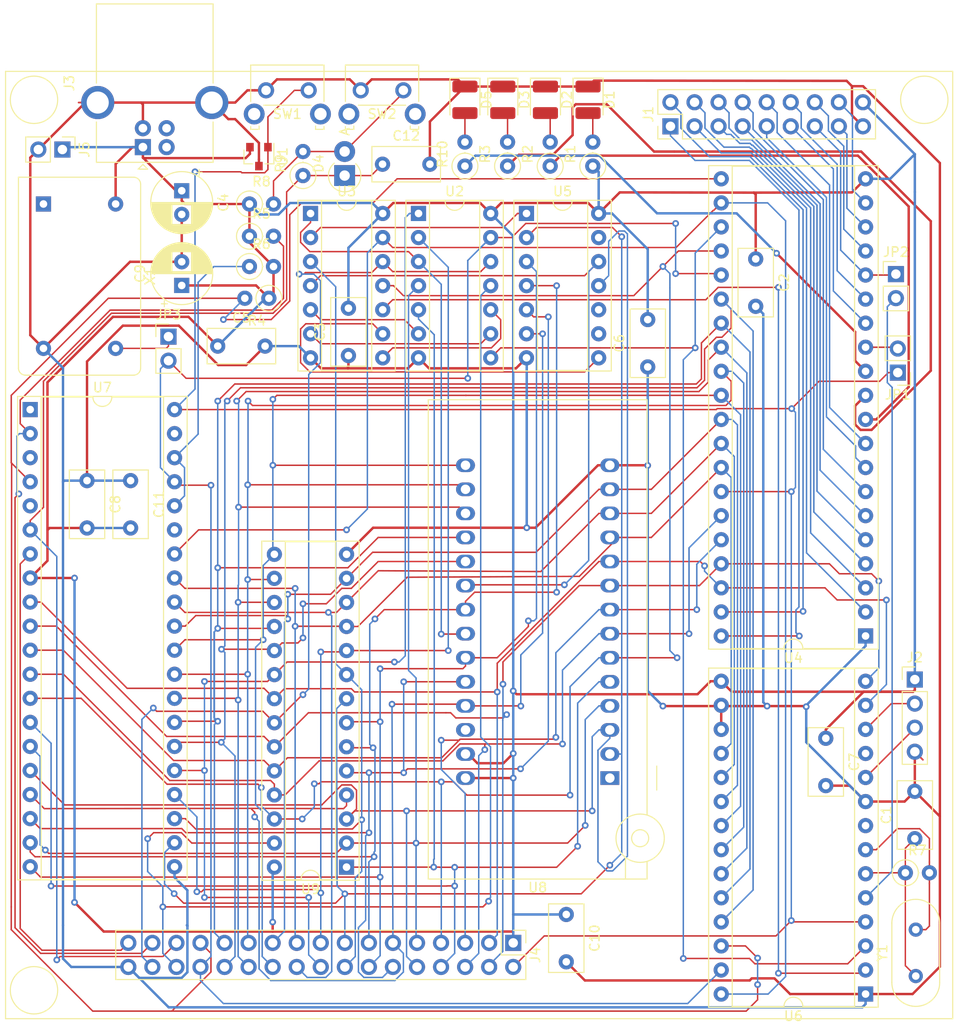
<source format=kicad_pcb>
(kicad_pcb (version 20171130) (host pcbnew 5.1.5+dfsg1-2build2)
  (layers (0 F.Cu signal) (31 B.Cu signal) (34 B.Paste user) (35 F.Paste user) (36 B.SilkS user) (37 F.SilkS user) (38 B.Mask user) (39 F.Mask user) (44 Edge.Cuts user))
  (net 0 "")
  (net 1 GND)
  (net 2 "Net-(C1-Pad1)")
  (net 3 +5V)
  (net 4 _NMI)
  (net 5 "Net-(D1-Pad2)")
  (net 6 "Net-(D2-Pad2)")
  (net 7 "Net-(D3-Pad2)")
  (net 8 "Net-(D4-Pad2)")
  (net 9 "Net-(D5-Pad2)")
  (net 10 IO1)
  (net 11 IO2)
  (net 12 IO3)
  (net 13 IO4)
  (net 14 IO5)
  (net 15 IO6)
  (net 16 IO7)
  (net 17 IO8)
  (net 18 IO9)
  (net 19 IO10)
  (net 20 IO11)
  (net 21 IO12)
  (net 22 IO13)
  (net 23 IO14)
  (net 24 IO15)
  (net 25 IO16)
  (net 26 UART_RX)
  (net 27 UART_TX)
  (net 28 "Net-(J3-Pad2)")
  (net 29 "Net-(J3-Pad3)")
  (net 30 _RESET)
  (net 31 A0)
  (net 32 A1)
  (net 33 A2)
  (net 34 A3)
  (net 35 A4)
  (net 36 A5)
  (net 37 A6)
  (net 38 A7)
  (net 39 A8)
  (net 40 A9)
  (net 41 A10)
  (net 42 A11)
  (net 43 A12)
  (net 44 A13)
  (net 45 A14)
  (net 46 A15)
  (net 47 D0)
  (net 48 D1)
  (net 49 D2)
  (net 50 D3)
  (net 51 D4)
  (net 52 D5)
  (net 53 D6)
  (net 54 D7)
  (net 55 _IRQ)
  (net 56 CLK)
  (net 57 _WE)
  (net 58 _HALT)
  (net 59 _OE)
  (net 60 SYNC)
  (net 61 _SW_RESET)
  (net 62 RXCLK)
  (net 63 "Net-(JP3-Pad1)")
  (net 64 LED1)
  (net 65 LED2)
  (net 66 "Net-(R6-Pad1)")
  (net 67 "Net-(R7-Pad2)")
  (net 68 LED3)
  (net 69 _IO_CS)
  (net 70 "Net-(U2-Pad9)")
  (net 71 _IOSPACE)
  (net 72 "Net-(U2-Pad10)")
  (net 73 "Net-(U2-Pad6)")
  (net 74 "Net-(U3-Pad2)")
  (net 75 "Net-(U3-Pad9)")
  (net 76 CS_UART)
  (net 77 _CS_ROM)
  (net 78 RW_)
  (net 79 "Net-(U6-Pad8)")
  (net 80 "Net-(U6-Pad11)")
  (net 81 "Net-(U7-Pad1)")
  (net 82 "Net-(U7-Pad3)")
  (net 83 "Net-(U7-Pad5)")
  (net 84 "Net-(U7-Pad35)")
  (net 85 "Net-(U7-Pad39)")
  (net 86 "Net-(U8-Pad1)")
  (net 87 "Net-(U8-Pad26)")
  (net 88 "Net-(X1-Pad1)")
  (module Package_DIP:DIP-28_W7.62mm_Socket (layer F.Cu) (at 132 128.8 180)
    (fp_text reference U9 (at 3.81 -2.33) (layer F.SilkS))
    (fp_text value CY7C199)
    (pad 1 thru_hole rect (at 0 0 180) (size 1.6 1.6) (drill 0.8) (layers *.Cu *.Mask) (net 36 A5))
    (pad 15 thru_hole oval (at 7.62 33.02 180) (size 1.6 1.6) (drill 0.8) (layers *.Cu *.Mask) (net 50 D3))
    (pad 2 thru_hole oval (at 0 2.54 180) (size 1.6 1.6) (drill 0.8) (layers *.Cu *.Mask) (net 37 A6))
    (pad 16 thru_hole oval (at 7.62 30.48 180) (size 1.6 1.6) (drill 0.8) (layers *.Cu *.Mask) (net 51 D4))
    (pad 3 thru_hole oval (at 0 5.08 180) (size 1.6 1.6) (drill 0.8) (layers *.Cu *.Mask) (net 38 A7))
    (pad 17 thru_hole oval (at 7.62 27.94 180) (size 1.6 1.6) (drill 0.8) (layers *.Cu *.Mask) (net 52 D5))
    (pad 4 thru_hole oval (at 0 7.62 180) (size 1.6 1.6) (drill 0.8) (layers *.Cu *.Mask) (net 39 A8))
    (pad 18 thru_hole oval (at 7.62 25.4 180) (size 1.6 1.6) (drill 0.8) (layers *.Cu *.Mask) (net 53 D6))
    (pad 5 thru_hole oval (at 0 10.16 180) (size 1.6 1.6) (drill 0.8) (layers *.Cu *.Mask) (net 40 A9))
    (pad 19 thru_hole oval (at 7.62 22.86 180) (size 1.6 1.6) (drill 0.8) (layers *.Cu *.Mask) (net 54 D7))
    (pad 6 thru_hole oval (at 0 12.7 180) (size 1.6 1.6) (drill 0.8) (layers *.Cu *.Mask) (net 41 A10))
    (pad 20 thru_hole oval (at 7.62 20.32 180) (size 1.6 1.6) (drill 0.8) (layers *.Cu *.Mask) (net 46 A15))
    (pad 7 thru_hole oval (at 0 15.24 180) (size 1.6 1.6) (drill 0.8) (layers *.Cu *.Mask) (net 42 A11))
    (pad 21 thru_hole oval (at 7.62 17.78 180) (size 1.6 1.6) (drill 0.8) (layers *.Cu *.Mask) (net 31 A0))
    (pad 8 thru_hole oval (at 0 17.78 180) (size 1.6 1.6) (drill 0.8) (layers *.Cu *.Mask) (net 43 A12))
    (pad 22 thru_hole oval (at 7.62 15.24 180) (size 1.6 1.6) (drill 0.8) (layers *.Cu *.Mask) (net 59 _OE))
    (pad 9 thru_hole oval (at 0 20.32 180) (size 1.6 1.6) (drill 0.8) (layers *.Cu *.Mask) (net 44 A13))
    (pad 23 thru_hole oval (at 7.62 12.7 180) (size 1.6 1.6) (drill 0.8) (layers *.Cu *.Mask) (net 32 A1))
    (pad 10 thru_hole oval (at 0 22.86 180) (size 1.6 1.6) (drill 0.8) (layers *.Cu *.Mask) (net 45 A14))
    (pad 24 thru_hole oval (at 7.62 10.16 180) (size 1.6 1.6) (drill 0.8) (layers *.Cu *.Mask) (net 33 A2))
    (pad 11 thru_hole oval (at 0 25.4 180) (size 1.6 1.6) (drill 0.8) (layers *.Cu *.Mask) (net 47 D0))
    (pad 25 thru_hole oval (at 7.62 7.62 180) (size 1.6 1.6) (drill 0.8) (layers *.Cu *.Mask) (net 34 A3))
    (pad 12 thru_hole oval (at 0 27.94 180) (size 1.6 1.6) (drill 0.8) (layers *.Cu *.Mask) (net 48 D1))
    (pad 26 thru_hole oval (at 7.62 5.08 180) (size 1.6 1.6) (drill 0.8) (layers *.Cu *.Mask) (net 35 A4))
    (pad 13 thru_hole oval (at 0 30.48 180) (size 1.6 1.6) (drill 0.8) (layers *.Cu *.Mask) (net 49 D2))
    (pad 27 thru_hole oval (at 7.62 2.54 180) (size 1.6 1.6) (drill 0.8) (layers *.Cu *.Mask) (net 57 _WE))
    (pad 14 thru_hole oval (at 0 33.02 180) (size 1.6 1.6) (drill 0.8) (layers *.Cu *.Mask) (net 1 GND))
    (pad 28 thru_hole oval (at 7.62 0 180) (size 1.6 1.6) (drill 0.8) (layers *.Cu *.Mask) (net 3 +5V))
  )
  (module Package_DIP:DIP-40_W15.24mm_Socket (layer F.Cu) (at 186.8 104.4 180)
    (fp_text reference U4 (at 7.62 -2.33) (layer F.SilkS))
    (fp_text value W65C22N)
    (pad 40 thru_hole oval (at 15.24 0 180) (size 1.6 1.6) (drill 0.8) (layers *.Cu *.Mask) (net 10 IO1))
    (pad 20 thru_hole oval (at 0 48.26 180) (size 1.6 1.6) (drill 0.8) (layers *.Cu *.Mask) (net 3 +5V))
    (pad 39 thru_hole oval (at 15.24 2.54 180) (size 1.6 1.6) (drill 0.8) (layers *.Cu *.Mask) (net 11 IO2))
    (pad 19 thru_hole oval (at 0 45.72 180) (size 1.6 1.6) (drill 0.8) (layers *.Cu *.Mask) (net 25 IO16))
    (pad 38 thru_hole oval (at 15.24 5.08 180) (size 1.6 1.6) (drill 0.8) (layers *.Cu *.Mask) (net 31 A0))
    (pad 18 thru_hole oval (at 0 43.18 180) (size 1.6 1.6) (drill 0.8) (layers *.Cu *.Mask) (net 24 IO15))
    (pad 37 thru_hole oval (at 15.24 7.62 180) (size 1.6 1.6) (drill 0.8) (layers *.Cu *.Mask) (net 32 A1))
    (pad 17 thru_hole oval (at 0 40.64 180) (size 1.6 1.6) (drill 0.8) (layers *.Cu *.Mask) (net 23 IO14))
    (pad 36 thru_hole oval (at 15.24 10.16 180) (size 1.6 1.6) (drill 0.8) (layers *.Cu *.Mask) (net 33 A2))
    (pad 16 thru_hole oval (at 0 38.1 180) (size 1.6 1.6) (drill 0.8) (layers *.Cu *.Mask) (net 22 IO13))
    (pad 35 thru_hole oval (at 15.24 12.7 180) (size 1.6 1.6) (drill 0.8) (layers *.Cu *.Mask) (net 34 A3))
    (pad 15 thru_hole oval (at 0 35.56 180) (size 1.6 1.6) (drill 0.8) (layers *.Cu *.Mask) (net 21 IO12))
    (pad 34 thru_hole oval (at 15.24 15.24 180) (size 1.6 1.6) (drill 0.8) (layers *.Cu *.Mask) (net 30 _RESET))
    (pad 14 thru_hole oval (at 0 33.02 180) (size 1.6 1.6) (drill 0.8) (layers *.Cu *.Mask) (net 20 IO11))
    (pad 33 thru_hole oval (at 15.24 17.78 180) (size 1.6 1.6) (drill 0.8) (layers *.Cu *.Mask) (net 47 D0))
    (pad 13 thru_hole oval (at 0 30.48 180) (size 1.6 1.6) (drill 0.8) (layers *.Cu *.Mask) (net 61 _SW_RESET))
    (pad 32 thru_hole oval (at 15.24 20.32 180) (size 1.6 1.6) (drill 0.8) (layers *.Cu *.Mask) (net 48 D1))
    (pad 12 thru_hole oval (at 0 27.94 180) (size 1.6 1.6) (drill 0.8) (layers *.Cu *.Mask) (net 68 LED3))
    (pad 31 thru_hole oval (at 15.24 22.86 180) (size 1.6 1.6) (drill 0.8) (layers *.Cu *.Mask) (net 49 D2))
    (pad 11 thru_hole oval (at 0 25.4 180) (size 1.6 1.6) (drill 0.8) (layers *.Cu *.Mask) (net 65 LED2))
    (pad 30 thru_hole oval (at 15.24 25.4 180) (size 1.6 1.6) (drill 0.8) (layers *.Cu *.Mask) (net 50 D3))
    (pad 10 thru_hole oval (at 0 22.86 180) (size 1.6 1.6) (drill 0.8) (layers *.Cu *.Mask) (net 64 LED1))
    (pad 29 thru_hole oval (at 15.24 27.94 180) (size 1.6 1.6) (drill 0.8) (layers *.Cu *.Mask) (net 51 D4))
    (pad 9 thru_hole oval (at 0 20.32 180) (size 1.6 1.6) (drill 0.8) (layers *.Cu *.Mask) (net 19 IO10))
    (pad 28 thru_hole oval (at 15.24 30.48 180) (size 1.6 1.6) (drill 0.8) (layers *.Cu *.Mask) (net 52 D5))
    (pad 8 thru_hole oval (at 0 17.78 180) (size 1.6 1.6) (drill 0.8) (layers *.Cu *.Mask) (net 18 IO9))
    (pad 27 thru_hole oval (at 15.24 33.02 180) (size 1.6 1.6) (drill 0.8) (layers *.Cu *.Mask) (net 53 D6))
    (pad 7 thru_hole oval (at 0 15.24 180) (size 1.6 1.6) (drill 0.8) (layers *.Cu *.Mask) (net 17 IO8))
    (pad 26 thru_hole oval (at 15.24 35.56 180) (size 1.6 1.6) (drill 0.8) (layers *.Cu *.Mask) (net 54 D7))
    (pad 6 thru_hole oval (at 0 12.7 180) (size 1.6 1.6) (drill 0.8) (layers *.Cu *.Mask) (net 16 IO7))
    (pad 25 thru_hole oval (at 15.24 38.1 180) (size 1.6 1.6) (drill 0.8) (layers *.Cu *.Mask) (net 56 CLK))
    (pad 5 thru_hole oval (at 0 10.16 180) (size 1.6 1.6) (drill 0.8) (layers *.Cu *.Mask) (net 15 IO6))
    (pad 24 thru_hole oval (at 15.24 40.64 180) (size 1.6 1.6) (drill 0.8) (layers *.Cu *.Mask) (net 35 A4))
    (pad 4 thru_hole oval (at 0 7.62 180) (size 1.6 1.6) (drill 0.8) (layers *.Cu *.Mask) (net 14 IO5))
    (pad 23 thru_hole oval (at 15.24 43.18 180) (size 1.6 1.6) (drill 0.8) (layers *.Cu *.Mask) (net 69 _IO_CS))
    (pad 3 thru_hole oval (at 0 5.08 180) (size 1.6 1.6) (drill 0.8) (layers *.Cu *.Mask) (net 13 IO4))
    (pad 22 thru_hole oval (at 15.24 45.72 180) (size 1.6 1.6) (drill 0.8) (layers *.Cu *.Mask) (net 78 RW_))
    (pad 2 thru_hole oval (at 0 2.54 180) (size 1.6 1.6) (drill 0.8) (layers *.Cu *.Mask) (net 12 IO3))
    (pad 21 thru_hole oval (at 15.24 48.26 180) (size 1.6 1.6) (drill 0.8) (layers *.Cu *.Mask) (net 55 _IRQ))
    (pad 1 thru_hole rect (at 0 0 180) (size 1.6 1.6) (drill 0.8) (layers *.Cu *.Mask) (net 1 GND))
  )
  (module Connector_PinHeader_2.54mm:PinHeader_2x09_P2.54mm_Vertical (layer F.Cu) (at 166.2 50.6 90)
    (fp_text reference J1 (at 1.27 -2.33 90) (layer F.SilkS))
    (fp_text value "IO Pinheader")
    (pad 1 thru_hole rect (at 0 0 90) (size 1.7 1.7) (drill 1) (layers *.Cu *.Mask) (net 10 IO1))
    (pad 2 thru_hole oval (at 2.54 0 90) (size 1.7 1.7) (drill 1) (layers *.Cu *.Mask) (net 11 IO2))
    (pad 3 thru_hole oval (at 0 2.54 90) (size 1.7 1.7) (drill 1) (layers *.Cu *.Mask) (net 12 IO3))
    (pad 4 thru_hole oval (at 2.54 2.54 90) (size 1.7 1.7) (drill 1) (layers *.Cu *.Mask) (net 13 IO4))
    (pad 5 thru_hole oval (at 0 5.08 90) (size 1.7 1.7) (drill 1) (layers *.Cu *.Mask) (net 14 IO5))
    (pad 6 thru_hole oval (at 2.54 5.08 90) (size 1.7 1.7) (drill 1) (layers *.Cu *.Mask) (net 15 IO6))
    (pad 7 thru_hole oval (at 0 7.62 90) (size 1.7 1.7) (drill 1) (layers *.Cu *.Mask) (net 16 IO7))
    (pad 8 thru_hole oval (at 2.54 7.62 90) (size 1.7 1.7) (drill 1) (layers *.Cu *.Mask) (net 17 IO8))
    (pad 9 thru_hole oval (at 0 10.16 90) (size 1.7 1.7) (drill 1) (layers *.Cu *.Mask) (net 18 IO9))
    (pad 10 thru_hole oval (at 2.54 10.16 90) (size 1.7 1.7) (drill 1) (layers *.Cu *.Mask) (net 19 IO10))
    (pad 11 thru_hole oval (at 0 12.7 90) (size 1.7 1.7) (drill 1) (layers *.Cu *.Mask) (net 20 IO11))
    (pad 12 thru_hole oval (at 2.54 12.7 90) (size 1.7 1.7) (drill 1) (layers *.Cu *.Mask) (net 21 IO12))
    (pad 13 thru_hole oval (at 0 15.24 90) (size 1.7 1.7) (drill 1) (layers *.Cu *.Mask) (net 22 IO13))
    (pad 14 thru_hole oval (at 2.54 15.24 90) (size 1.7 1.7) (drill 1) (layers *.Cu *.Mask) (net 23 IO14))
    (pad 15 thru_hole oval (at 0 17.78 90) (size 1.7 1.7) (drill 1) (layers *.Cu *.Mask) (net 24 IO15))
    (pad 16 thru_hole oval (at 2.54 17.78 90) (size 1.7 1.7) (drill 1) (layers *.Cu *.Mask) (net 25 IO16))
    (pad 17 thru_hole oval (at 0 20.32 90) (size 1.7 1.7) (drill 1) (layers *.Cu *.Mask) (net 1 GND))
    (pad 18 thru_hole oval (at 2.54 20.32 90) (size 1.7 1.7) (drill 1) (layers *.Cu *.Mask) (net 3 +5V))
  )
  (module Connector_USB:USB_B_OST_USB-B1HSxx_Horizontal (layer F.Cu) (at 110.5 52.8 90)
    (fp_text reference J3 (at 6.76 -7.77 90) (layer F.SilkS))
    (fp_text value USB_B)
    (pad 1 thru_hole rect (at 0 0 90) (size 1.7 1.7) (drill 0.92) (layers *.Cu *.Mask) (net 3 +5V))
    (pad 2 thru_hole circle (at 0 2.5 90) (size 1.7 1.7) (drill 0.92) (layers *.Cu *.Mask) (net 28 "Net-(J3-Pad2)"))
    (pad 3 thru_hole circle (at 2 2.5 90) (size 1.7 1.7) (drill 0.92) (layers *.Cu *.Mask) (net 29 "Net-(J3-Pad3)"))
    (pad 4 thru_hole circle (at 2 0 90) (size 1.7 1.7) (drill 0.92) (layers *.Cu *.Mask) (net 1 GND))
    (pad 5 thru_hole circle (at 4.71 -4.77 90) (size 3.5 3.5) (drill 2.33) (layers *.Cu *.Mask) (net 1 GND))
    (pad 5 thru_hole circle (at 4.71 7.27 90) (size 3.5 3.5) (drill 2.33) (layers *.Cu *.Mask) (net 1 GND))
  )
  (module Connector_PinHeader_2.54mm:PinHeader_2x17_P2.54mm_Vertical (layer F.Cu) (at 149.6 136.8 270)
    (fp_text reference J4 (at 1.27 -2.33 90) (layer F.SilkS))
    (fp_text value "Expansion Port")
    (pad 34 thru_hole oval (at 2.54 40.64 270) (size 1.7 1.7) (drill 1) (layers *.Cu *.Mask) (net 1 GND))
    (pad 33 thru_hole oval (at 0 40.64 270) (size 1.7 1.7) (drill 1) (layers *.Cu *.Mask) (net 60 SYNC))
    (pad 32 thru_hole oval (at 2.54 38.1 270) (size 1.7 1.7) (drill 1) (layers *.Cu *.Mask) (net 59 _OE))
    (pad 31 thru_hole oval (at 0 38.1 270) (size 1.7 1.7) (drill 1) (layers *.Cu *.Mask) (net 58 _HALT))
    (pad 30 thru_hole oval (at 2.54 35.56 270) (size 1.7 1.7) (drill 1) (layers *.Cu *.Mask) (net 57 _WE))
    (pad 29 thru_hole oval (at 0 35.56 270) (size 1.7 1.7) (drill 1) (layers *.Cu *.Mask) (net 4 _NMI))
    (pad 28 thru_hole oval (at 2.54 33.02 270) (size 1.7 1.7) (drill 1) (layers *.Cu *.Mask) (net 56 CLK))
    (pad 27 thru_hole oval (at 0 33.02 270) (size 1.7 1.7) (drill 1) (layers *.Cu *.Mask) (net 55 _IRQ))
    (pad 26 thru_hole oval (at 2.54 30.48 270) (size 1.7 1.7) (drill 1) (layers *.Cu *.Mask) (net 54 D7))
    (pad 25 thru_hole oval (at 0 30.48 270) (size 1.7 1.7) (drill 1) (layers *.Cu *.Mask) (net 53 D6))
    (pad 24 thru_hole oval (at 2.54 27.94 270) (size 1.7 1.7) (drill 1) (layers *.Cu *.Mask) (net 52 D5))
    (pad 23 thru_hole oval (at 0 27.94 270) (size 1.7 1.7) (drill 1) (layers *.Cu *.Mask) (net 51 D4))
    (pad 22 thru_hole oval (at 2.54 25.4 270) (size 1.7 1.7) (drill 1) (layers *.Cu *.Mask) (net 50 D3))
    (pad 21 thru_hole oval (at 0 25.4 270) (size 1.7 1.7) (drill 1) (layers *.Cu *.Mask) (net 49 D2))
    (pad 20 thru_hole oval (at 2.54 22.86 270) (size 1.7 1.7) (drill 1) (layers *.Cu *.Mask) (net 48 D1))
    (pad 19 thru_hole oval (at 0 22.86 270) (size 1.7 1.7) (drill 1) (layers *.Cu *.Mask) (net 47 D0))
    (pad 18 thru_hole oval (at 2.54 20.32 270) (size 1.7 1.7) (drill 1) (layers *.Cu *.Mask) (net 46 A15))
    (pad 17 thru_hole oval (at 0 20.32 270) (size 1.7 1.7) (drill 1) (layers *.Cu *.Mask) (net 45 A14))
    (pad 16 thru_hole oval (at 2.54 17.78 270) (size 1.7 1.7) (drill 1) (layers *.Cu *.Mask) (net 44 A13))
    (pad 15 thru_hole oval (at 0 17.78 270) (size 1.7 1.7) (drill 1) (layers *.Cu *.Mask) (net 43 A12))
    (pad 14 thru_hole oval (at 2.54 15.24 270) (size 1.7 1.7) (drill 1) (layers *.Cu *.Mask) (net 42 A11))
    (pad 13 thru_hole oval (at 0 15.24 270) (size 1.7 1.7) (drill 1) (layers *.Cu *.Mask) (net 41 A10))
    (pad 12 thru_hole oval (at 2.54 12.7 270) (size 1.7 1.7) (drill 1) (layers *.Cu *.Mask) (net 40 A9))
    (pad 11 thru_hole oval (at 0 12.7 270) (size 1.7 1.7) (drill 1) (layers *.Cu *.Mask) (net 39 A8))
    (pad 10 thru_hole oval (at 2.54 10.16 270) (size 1.7 1.7) (drill 1) (layers *.Cu *.Mask) (net 38 A7))
    (pad 9 thru_hole oval (at 0 10.16 270) (size 1.7 1.7) (drill 1) (layers *.Cu *.Mask) (net 37 A6))
    (pad 8 thru_hole oval (at 2.54 7.62 270) (size 1.7 1.7) (drill 1) (layers *.Cu *.Mask) (net 36 A5))
    (pad 7 thru_hole oval (at 0 7.62 270) (size 1.7 1.7) (drill 1) (layers *.Cu *.Mask) (net 35 A4))
    (pad 6 thru_hole oval (at 2.54 5.08 270) (size 1.7 1.7) (drill 1) (layers *.Cu *.Mask) (net 34 A3))
    (pad 5 thru_hole oval (at 0 5.08 270) (size 1.7 1.7) (drill 1) (layers *.Cu *.Mask) (net 33 A2))
    (pad 4 thru_hole oval (at 2.54 2.54 270) (size 1.7 1.7) (drill 1) (layers *.Cu *.Mask) (net 32 A1))
    (pad 3 thru_hole oval (at 0 2.54 270) (size 1.7 1.7) (drill 1) (layers *.Cu *.Mask) (net 31 A0))
    (pad 2 thru_hole oval (at 2.54 0 270) (size 1.7 1.7) (drill 1) (layers *.Cu *.Mask) (net 30 _RESET))
    (pad 1 thru_hole rect (at 0 0 270) (size 1.7 1.7) (drill 1) (layers *.Cu *.Mask) (net 3 +5V))
  )
  (module Capacitor_THT:C_Rect_L7.0mm_W3.5mm_P5.00mm (layer F.Cu) (at 192 125.8 90)
    (fp_text reference C1 (at 2.5 -3 90) (layer F.SilkS))
    (fp_text value 27p)
    (pad 2 thru_hole circle (at 5 0 90) (size 1.6 1.6) (drill 0.8) (layers *.Cu *.Mask) (net 1 GND))
    (pad 1 thru_hole circle (at 0 0 90) (size 1.6 1.6) (drill 0.8) (layers *.Cu *.Mask) (net 2 "Net-(C1-Pad1)"))
  )
  (module Capacitor_THT:C_Rect_L7.0mm_W3.5mm_P5.00mm (layer F.Cu) (at 175.2 64.6 270)
    (fp_text reference C2 (at 2.5 -3 90) (layer F.SilkS))
    (fp_text value 100n)
    (pad 1 thru_hole circle (at 0 0 270) (size 1.6 1.6) (drill 0.8) (layers *.Cu *.Mask) (net 3 +5V))
    (pad 2 thru_hole circle (at 5 0 270) (size 1.6 1.6) (drill 0.8) (layers *.Cu *.Mask) (net 1 GND))
  )
  (module Capacitor_THT:C_Rect_L7.0mm_W3.5mm_P5.00mm (layer F.Cu) (at 132.2 74.8 90)
    (fp_text reference C3 (at 2.5 -3 90) (layer F.SilkS))
    (fp_text value 100n)
    (pad 2 thru_hole circle (at 5 0 90) (size 1.6 1.6) (drill 0.8) (layers *.Cu *.Mask) (net 3 +5V))
    (pad 1 thru_hole circle (at 0 0 90) (size 1.6 1.6) (drill 0.8) (layers *.Cu *.Mask) (net 1 GND))
  )
  (module Capacitor_THT:CP_Radial_D6.3mm_P2.50mm (layer F.Cu) (at 114.6 57.4 270)
    (fp_text reference C4 (at 1.25 -4.4 90) (layer F.SilkS))
    (fp_text value 100µ)
    (pad 1 thru_hole rect (at 0 0 270) (size 1.6 1.6) (drill 0.8) (layers *.Cu *.Mask) (net 3 +5V))
    (pad 2 thru_hole circle (at 2.5 0 270) (size 1.6 1.6) (drill 0.8) (layers *.Cu *.Mask) (net 1 GND))
  )
  (module Capacitor_THT:C_Rect_L7.0mm_W3.5mm_P5.00mm (layer F.Cu) (at 118.4 73.8)
    (fp_text reference C5 (at 2.5 -3) (layer F.SilkS))
    (fp_text value 100n)
    (pad 2 thru_hole circle (at 5 0) (size 1.6 1.6) (drill 0.8) (layers *.Cu *.Mask) (net 1 GND))
    (pad 1 thru_hole circle (at 0 0) (size 1.6 1.6) (drill 0.8) (layers *.Cu *.Mask) (net 3 +5V))
  )
  (module Capacitor_THT:C_Rect_L7.0mm_W3.5mm_P5.00mm (layer F.Cu) (at 163.8 76 90)
    (fp_text reference C6 (at 2.5 -3 90) (layer F.SilkS))
    (fp_text value 100n)
    (pad 1 thru_hole circle (at 0 0 90) (size 1.6 1.6) (drill 0.8) (layers *.Cu *.Mask) (net 1 GND))
    (pad 2 thru_hole circle (at 5 0 90) (size 1.6 1.6) (drill 0.8) (layers *.Cu *.Mask) (net 3 +5V))
  )
  (module Capacitor_THT:C_Rect_L7.0mm_W3.5mm_P5.00mm (layer F.Cu) (at 182.6 115.2 270)
    (fp_text reference C7 (at 2.5 -3 90) (layer F.SilkS))
    (fp_text value 100n)
    (pad 1 thru_hole circle (at 0 0 270) (size 1.6 1.6) (drill 0.8) (layers *.Cu *.Mask) (net 3 +5V))
    (pad 2 thru_hole circle (at 5 0 270) (size 1.6 1.6) (drill 0.8) (layers *.Cu *.Mask) (net 1 GND))
  )
  (module Capacitor_THT:C_Rect_L7.0mm_W3.5mm_P5.00mm (layer F.Cu) (at 104.6 88 270)
    (fp_text reference C8 (at 2.5 -3 90) (layer F.SilkS))
    (fp_text value 100n)
    (pad 2 thru_hole circle (at 5 0 270) (size 1.6 1.6) (drill 0.8) (layers *.Cu *.Mask) (net 3 +5V))
    (pad 1 thru_hole circle (at 0 0 270) (size 1.6 1.6) (drill 0.8) (layers *.Cu *.Mask) (net 1 GND))
  )
  (module Capacitor_THT:CP_Radial_D6.3mm_P2.50mm (layer F.Cu) (at 114.6 67.4 90)
    (fp_text reference C9 (at 1.25 -4.4 90) (layer F.SilkS))
    (fp_text value 100µ)
    (pad 2 thru_hole circle (at 2.5 0 90) (size 1.6 1.6) (drill 0.8) (layers *.Cu *.Mask) (net 1 GND))
    (pad 1 thru_hole rect (at 0 0 90) (size 1.6 1.6) (drill 0.8) (layers *.Cu *.Mask) (net 3 +5V))
  )
  (module Capacitor_THT:C_Rect_L7.0mm_W3.5mm_P5.00mm (layer F.Cu) (at 155.2 133.8 270)
    (fp_text reference C10 (at 2.5 -3 90) (layer F.SilkS))
    (fp_text value 100n)
    (pad 1 thru_hole circle (at 0 0 270) (size 1.6 1.6) (drill 0.8) (layers *.Cu *.Mask) (net 3 +5V))
    (pad 2 thru_hole circle (at 5 0 270) (size 1.6 1.6) (drill 0.8) (layers *.Cu *.Mask) (net 1 GND))
  )
  (module Capacitor_THT:C_Rect_L7.0mm_W3.5mm_P5.00mm (layer F.Cu) (at 109.2 88 270)
    (fp_text reference C11 (at 2.5 -3 90) (layer F.SilkS))
    (fp_text value 100n)
    (pad 1 thru_hole circle (at 0 0 270) (size 1.6 1.6) (drill 0.8) (layers *.Cu *.Mask) (net 1 GND))
    (pad 2 thru_hole circle (at 5 0 270) (size 1.6 1.6) (drill 0.8) (layers *.Cu *.Mask) (net 3 +5V))
  )
  (module Capacitor_THT:C_Rect_L7.0mm_W3.5mm_P5.00mm (layer F.Cu) (at 135.8 54.6)
    (fp_text reference C12 (at 2.5 -3) (layer F.SilkS))
    (fp_text value tbd)
    (pad 2 thru_hole circle (at 5 0) (size 1.6 1.6) (drill 0.8) (layers *.Cu *.Mask) (net 1 GND))
    (pad 1 thru_hole circle (at 0 0) (size 1.6 1.6) (drill 0.8) (layers *.Cu *.Mask) (net 4 _NMI))
  )
  (module LED_SMD:LED_1210_3225Metric (layer F.Cu) (at 157.5 47.8 270)
    (fp_text reference D1 (at 0 -2.28 90) (layer F.SilkS))
    (fp_text value LED_Small)
    (pad 2 smd roundrect (at 1.4 0 270) (size 1.25 2.65) (layers F.Cu F.Paste F.Mask) (roundrect_rratio 0.2) (net 5 "Net-(D1-Pad2)"))
    (pad 1 smd roundrect (at -1.4 0 270) (size 1.25 2.65) (layers F.Cu F.Paste F.Mask) (roundrect_rratio 0.2) (net 1 GND))
  )
  (module LED_SMD:LED_1210_3225Metric (layer F.Cu) (at 153 47.8 270)
    (fp_text reference D2 (at 0 -2.28 90) (layer F.SilkS))
    (fp_text value LED_Small)
    (pad 1 smd roundrect (at -1.4 0 270) (size 1.25 2.65) (layers F.Cu F.Paste F.Mask) (roundrect_rratio 0.2) (net 1 GND))
    (pad 2 smd roundrect (at 1.4 0 270) (size 1.25 2.65) (layers F.Cu F.Paste F.Mask) (roundrect_rratio 0.2) (net 6 "Net-(D2-Pad2)"))
  )
  (module LED_SMD:LED_1210_3225Metric (layer F.Cu) (at 148.5 47.8 270)
    (fp_text reference D3 (at 0 -2.28 90) (layer F.SilkS))
    (fp_text value LED_Small)
    (pad 1 smd roundrect (at -1.4 0 270) (size 1.25 2.65) (layers F.Cu F.Paste F.Mask) (roundrect_rratio 0.2) (net 1 GND))
    (pad 2 smd roundrect (at 1.4 0 270) (size 1.25 2.65) (layers F.Cu F.Paste F.Mask) (roundrect_rratio 0.2) (net 7 "Net-(D3-Pad2)"))
  )
  (module Diode_THT:D_DO-41_SOD81_P2.54mm_Vertical_AnodeUp (layer F.Cu) (at 131.8 55.8 90)
    (fp_text reference D4 (at 1.27 -2.750635 90) (layer F.SilkS))
    (fp_text value tbd)
    (fp_text user A (at 4.64 0 90) (layer F.SilkS))
    (pad 1 thru_hole rect (at 0 0 90) (size 2.2 2.2) (drill 1.1) (layers *.Cu *.Mask) (net 4 _NMI))
    (pad 2 thru_hole oval (at 2.54 0 90) (size 2.2 2.2) (drill 1.1) (layers *.Cu *.Mask) (net 8 "Net-(D4-Pad2)"))
  )
  (module LED_SMD:LED_1210_3225Metric (layer F.Cu) (at 144.5 47.8 270)
    (fp_text reference D5 (at 0 -2.28 90) (layer F.SilkS))
    (fp_text value LED_Small)
    (pad 2 smd roundrect (at 1.4 0 270) (size 1.25 2.65) (layers F.Cu F.Paste F.Mask) (roundrect_rratio 0.2) (net 9 "Net-(D5-Pad2)"))
    (pad 1 smd roundrect (at -1.4 0 270) (size 1.25 2.65) (layers F.Cu F.Paste F.Mask) (roundrect_rratio 0.2) (net 1 GND))
  )
  (module Connector_PinHeader_2.54mm:PinHeader_1x04_P2.54mm_Vertical (layer F.Cu) (at 192 109)
    (fp_text reference J2 (at 0 -2.33) (layer F.SilkS))
    (fp_text value UART)
    (pad 1 thru_hole rect (at 0 0) (size 1.7 1.7) (drill 1) (layers *.Cu *.Mask) (net 3 +5V))
    (pad 2 thru_hole oval (at 0 2.54) (size 1.7 1.7) (drill 1) (layers *.Cu *.Mask) (net 26 UART_RX))
    (pad 3 thru_hole oval (at 0 5.08) (size 1.7 1.7) (drill 1) (layers *.Cu *.Mask) (net 27 UART_TX))
    (pad 4 thru_hole oval (at 0 7.62) (size 1.7 1.7) (drill 1) (layers *.Cu *.Mask) (net 1 GND))
  )
  (module Connector_PinHeader_2.54mm:PinHeader_1x02_P2.54mm_Vertical (layer F.Cu) (at 102 53.05 270)
    (fp_text reference J5 (at 0 -2.33 90) (layer F.SilkS))
    (fp_text value "Power connector")
    (pad 2 thru_hole oval (at 0 2.54 270) (size 1.7 1.7) (drill 1) (layers *.Cu *.Mask) (net 1 GND))
    (pad 1 thru_hole rect (at 0 0 270) (size 1.7 1.7) (drill 1) (layers *.Cu *.Mask) (net 3 +5V))
  )
  (module Connector_PinHeader_2.54mm:PinHeader_1x02_P2.54mm_Vertical (layer F.Cu) (at 190.2 76.6 180)
    (fp_text reference JP1 (at 0 -2.33) (layer F.SilkS))
    (fp_text value "SW Reset")
    (pad 1 thru_hole rect (at 0 0 180) (size 1.7 1.7) (drill 1) (layers *.Cu *.Mask) (net 30 _RESET))
    (pad 2 thru_hole oval (at 0 2.54 180) (size 1.7 1.7) (drill 1) (layers *.Cu *.Mask) (net 61 _SW_RESET))
  )
  (module Connector_PinHeader_2.54mm:PinHeader_1x02_P2.54mm_Vertical (layer F.Cu) (at 190 66.2)
    (fp_text reference JP2 (at 0 -2.33) (layer F.SilkS))
    (fp_text value "RXCLK feed")
    (pad 1 thru_hole rect (at 0 0) (size 1.7 1.7) (drill 1) (layers *.Cu *.Mask) (net 22 IO13))
    (pad 2 thru_hole oval (at 0 2.54) (size 1.7 1.7) (drill 1) (layers *.Cu *.Mask) (net 62 RXCLK))
  )
  (module Connector_PinHeader_2.54mm:PinHeader_1x02_P2.54mm_Vertical (layer F.Cu) (at 113.2 72.8)
    (fp_text reference JP3 (at 0 -2.33) (layer F.SilkS))
    (fp_text value "CLK disable")
    (pad 2 thru_hole oval (at 0 2.54) (size 1.7 1.7) (drill 1) (layers *.Cu *.Mask) (net 56 CLK))
    (pad 1 thru_hole rect (at 0 0) (size 1.7 1.7) (drill 1) (layers *.Cu *.Mask) (net 63 "Net-(JP3-Pad1)"))
  )
  (module Resistor_THT:R_Axial_DIN0207_L6.3mm_D2.5mm_P2.54mm_Vertical (layer F.Cu) (at 158 54.8 90)
    (fp_text reference R1 (at 1.27 -2.37 90) (layer F.SilkS))
    (fp_text value 330)
    (pad 2 thru_hole oval (at 2.54 0 90) (size 1.6 1.6) (drill 0.8) (layers *.Cu *.Mask) (net 5 "Net-(D1-Pad2)"))
    (pad 1 thru_hole circle (at 0 0 90) (size 1.6 1.6) (drill 0.8) (layers *.Cu *.Mask) (net 3 +5V))
  )
  (module Resistor_THT:R_Axial_DIN0207_L6.3mm_D2.5mm_P2.54mm_Vertical (layer F.Cu) (at 153.5 54.8 90)
    (fp_text reference R2 (at 1.27 -2.37 90) (layer F.SilkS))
    (fp_text value 330)
    (pad 1 thru_hole circle (at 0 0 90) (size 1.6 1.6) (drill 0.8) (layers *.Cu *.Mask) (net 64 LED1))
    (pad 2 thru_hole oval (at 2.54 0 90) (size 1.6 1.6) (drill 0.8) (layers *.Cu *.Mask) (net 6 "Net-(D2-Pad2)"))
  )
  (module Resistor_THT:R_Axial_DIN0207_L6.3mm_D2.5mm_P2.54mm_Vertical (layer F.Cu) (at 149 54.8 90)
    (fp_text reference R3 (at 1.27 -2.37 90) (layer F.SilkS))
    (fp_text value 330)
    (pad 2 thru_hole oval (at 2.54 0 90) (size 1.6 1.6) (drill 0.8) (layers *.Cu *.Mask) (net 7 "Net-(D3-Pad2)"))
    (pad 1 thru_hole circle (at 0 0 90) (size 1.6 1.6) (drill 0.8) (layers *.Cu *.Mask) (net 65 LED2))
  )
  (module Resistor_THT:R_Axial_DIN0207_L6.3mm_D2.5mm_P2.54mm_Vertical (layer F.Cu) (at 123.8 68.75 180)
    (fp_text reference R4 (at 1.27 -2.37) (layer F.SilkS))
    (fp_text value pullup)
    (pad 2 thru_hole oval (at 2.54 0 180) (size 1.6 1.6) (drill 0.8) (layers *.Cu *.Mask) (net 55 _IRQ))
    (pad 1 thru_hole circle (at 0 0 180) (size 1.6 1.6) (drill 0.8) (layers *.Cu *.Mask) (net 3 +5V))
  )
  (module Resistor_THT:R_Axial_DIN0207_L6.3mm_D2.5mm_P2.54mm_Vertical (layer F.Cu) (at 121.75 62.2)
    (fp_text reference R5 (at 1.27 -2.37) (layer F.SilkS))
    (fp_text value pullup)
    (pad 1 thru_hole circle (at 0 0) (size 1.6 1.6) (drill 0.8) (layers *.Cu *.Mask) (net 3 +5V))
    (pad 2 thru_hole oval (at 2.54 0) (size 1.6 1.6) (drill 0.8) (layers *.Cu *.Mask) (net 58 _HALT))
  )
  (module Resistor_THT:R_Axial_DIN0207_L6.3mm_D2.5mm_P2.54mm_Vertical (layer F.Cu) (at 121.75 65.4)
    (fp_text reference R6 (at 1.27 -2.37) (layer F.SilkS))
    (fp_text value pullup)
    (pad 1 thru_hole circle (at 0 0) (size 1.6 1.6) (drill 0.8) (layers *.Cu *.Mask) (net 66 "Net-(R6-Pad1)"))
    (pad 2 thru_hole oval (at 2.54 0) (size 1.6 1.6) (drill 0.8) (layers *.Cu *.Mask) (net 3 +5V))
  )
  (module Resistor_THT:R_Axial_DIN0207_L6.3mm_D2.5mm_P2.54mm_Vertical (layer F.Cu) (at 191 129.4)
    (fp_text reference R7 (at 1.27 -2.37) (layer F.SilkS))
    (fp_text value 1M)
    (pad 2 thru_hole oval (at 2.54 0) (size 1.6 1.6) (drill 0.8) (layers *.Cu *.Mask) (net 67 "Net-(R7-Pad2)"))
    (pad 1 thru_hole circle (at 0 0) (size 1.6 1.6) (drill 0.8) (layers *.Cu *.Mask) (net 2 "Net-(C1-Pad1)"))
  )
  (module Resistor_THT:R_Axial_DIN0207_L6.3mm_D2.5mm_P2.54mm_Vertical (layer F.Cu) (at 121.75 58.8)
    (fp_text reference R8 (at 1.27 -2.37) (layer F.SilkS))
    (fp_text value pullup)
    (pad 1 thru_hole circle (at 0 0) (size 1.6 1.6) (drill 0.8) (layers *.Cu *.Mask) (net 3 +5V))
    (pad 2 thru_hole oval (at 2.54 0) (size 1.6 1.6) (drill 0.8) (layers *.Cu *.Mask) (net 8 "Net-(D4-Pad2)"))
  )
  (module Resistor_THT:R_Axial_DIN0207_L6.3mm_D2.5mm_P2.54mm_Vertical (layer F.Cu) (at 127.4 55.8 90)
    (fp_text reference R9 (at 1.27 -2.37 90) (layer F.SilkS))
    (fp_text value tbd)
    (pad 1 thru_hole circle (at 0 0 90) (size 1.6 1.6) (drill 0.8) (layers *.Cu *.Mask) (net 4 _NMI))
    (pad 2 thru_hole oval (at 2.54 0 90) (size 1.6 1.6) (drill 0.8) (layers *.Cu *.Mask) (net 8 "Net-(D4-Pad2)"))
  )
  (module Resistor_THT:R_Axial_DIN0207_L6.3mm_D2.5mm_P2.54mm_Vertical (layer F.Cu) (at 144.5 54.8 90)
    (fp_text reference R10 (at 1.27 -2.37 90) (layer F.SilkS))
    (fp_text value 330)
    (pad 2 thru_hole oval (at 2.54 0 90) (size 1.6 1.6) (drill 0.8) (layers *.Cu *.Mask) (net 9 "Net-(D5-Pad2)"))
    (pad 1 thru_hole circle (at 0 0 90) (size 1.6 1.6) (drill 0.8) (layers *.Cu *.Mask) (net 68 LED3))
  )
  (module Button_Switch_THT:SW_Tactile_SKHH_Angled (layer F.Cu) (at 123.5 46.8)
    (fp_text reference SW1 (at 2.25 2.5) (layer F.SilkS))
    (fp_text value "Reset button")
    (pad 1 thru_hole circle (at 0 0 180) (size 1.7 1.7) (drill 1) (layers *.Cu *.Mask) (net 1 GND))
    (pad 2 thru_hole circle (at 4.5 0 180) (size 1.7 1.7) (drill 1) (layers *.Cu *.Mask) (net 30 _RESET))
    (pad "" thru_hole circle (at -1.25 2.5 180) (size 2.2 2.2) (drill 1.3) (layers *.Cu *.Mask))
    (pad "" thru_hole circle (at 5.75 2.5 180) (size 2.2 2.2) (drill 1.3) (layers *.Cu *.Mask))
  )
  (module Button_Switch_THT:SW_Tactile_SKHH_Angled (layer F.Cu) (at 133.5 46.8)
    (fp_text reference SW2 (at 2.25 2.5) (layer F.SilkS))
    (fp_text value SW_NMI)
    (pad "" thru_hole circle (at 5.75 2.5 180) (size 2.2 2.2) (drill 1.3) (layers *.Cu *.Mask))
    (pad "" thru_hole circle (at -1.25 2.5 180) (size 2.2 2.2) (drill 1.3) (layers *.Cu *.Mask))
    (pad 2 thru_hole circle (at 4.5 0 180) (size 1.7 1.7) (drill 1) (layers *.Cu *.Mask) (net 8 "Net-(D4-Pad2)"))
    (pad 1 thru_hole circle (at 0 0 180) (size 1.7 1.7) (drill 1) (layers *.Cu *.Mask) (net 1 GND))
  )
  (module Package_TO_SOT_SMD:SOT-23 (layer F.Cu) (at 122.75 53.8 270)
    (fp_text reference U1 (at 0 -2.5 90) (layer F.SilkS))
    (fp_text value DS1813)
    (pad 1 smd rect (at -1 -0.95 270) (size 0.9 0.8) (layers F.Cu F.Paste F.Mask) (net 30 _RESET))
    (pad 2 smd rect (at -1 0.95 270) (size 0.9 0.8) (layers F.Cu F.Paste F.Mask) (net 3 +5V))
    (pad 3 smd rect (at 1 0 270) (size 0.9 0.8) (layers F.Cu F.Paste F.Mask) (net 1 GND))
  )
  (module Package_DIP:DIP-14_W7.62mm_Socket (layer F.Cu) (at 139.6 59.8)
    (fp_text reference U2 (at 3.81 -2.33) (layer F.SilkS))
    (fp_text value 74LS00)
    (pad 1 thru_hole rect (at 0 0) (size 1.6 1.6) (drill 0.8) (layers *.Cu *.Mask) (net 46 A15))
    (pad 8 thru_hole oval (at 7.62 15.24) (size 1.6 1.6) (drill 0.8) (layers *.Cu *.Mask) (net 69 _IO_CS))
    (pad 2 thru_hole oval (at 0 2.54) (size 1.6 1.6) (drill 0.8) (layers *.Cu *.Mask) (net 45 A14))
    (pad 9 thru_hole oval (at 7.62 12.7) (size 1.6 1.6) (drill 0.8) (layers *.Cu *.Mask) (net 70 "Net-(U2-Pad9)"))
    (pad 3 thru_hole oval (at 0 5.08) (size 1.6 1.6) (drill 0.8) (layers *.Cu *.Mask) (net 71 _IOSPACE))
    (pad 10 thru_hole oval (at 7.62 10.16) (size 1.6 1.6) (drill 0.8) (layers *.Cu *.Mask) (net 72 "Net-(U2-Pad10)"))
    (pad 4 thru_hole oval (at 0 7.62) (size 1.6 1.6) (drill 0.8) (layers *.Cu *.Mask) (net 37 A6))
    (pad 11 thru_hole oval (at 7.62 7.62) (size 1.6 1.6) (drill 0.8) (layers *.Cu *.Mask) (net 57 _WE))
    (pad 5 thru_hole oval (at 0 10.16) (size 1.6 1.6) (drill 0.8) (layers *.Cu *.Mask) (net 36 A5))
    (pad 12 thru_hole oval (at 7.62 5.08) (size 1.6 1.6) (drill 0.8) (layers *.Cu *.Mask) (net 59 _OE))
    (pad 6 thru_hole oval (at 0 12.7) (size 1.6 1.6) (drill 0.8) (layers *.Cu *.Mask) (net 73 "Net-(U2-Pad6)"))
    (pad 13 thru_hole oval (at 7.62 2.54) (size 1.6 1.6) (drill 0.8) (layers *.Cu *.Mask) (net 56 CLK))
    (pad 7 thru_hole oval (at 0 15.24) (size 1.6 1.6) (drill 0.8) (layers *.Cu *.Mask) (net 1 GND))
    (pad 14 thru_hole oval (at 7.62 0) (size 1.6 1.6) (drill 0.8) (layers *.Cu *.Mask) (net 3 +5V))
  )
  (module Package_DIP:DIP-14_W7.62mm_Socket (layer F.Cu) (at 128.2 59.8)
    (fp_text reference U3 (at 3.81 -2.33) (layer F.SilkS))
    (fp_text value 74LS04)
    (pad 1 thru_hole rect (at 0 0) (size 1.6 1.6) (drill 0.8) (layers *.Cu *.Mask) (net 71 _IOSPACE))
    (pad 8 thru_hole oval (at 7.62 15.24) (size 1.6 1.6) (drill 0.8) (layers *.Cu *.Mask) (net 72 "Net-(U2-Pad10)"))
    (pad 2 thru_hole oval (at 0 2.54) (size 1.6 1.6) (drill 0.8) (layers *.Cu *.Mask) (net 74 "Net-(U3-Pad2)"))
    (pad 9 thru_hole oval (at 7.62 12.7) (size 1.6 1.6) (drill 0.8) (layers *.Cu *.Mask) (net 75 "Net-(U3-Pad9)"))
    (pad 3 thru_hole oval (at 0 5.08) (size 1.6 1.6) (drill 0.8) (layers *.Cu *.Mask) (net 44 A13))
    (pad 10 thru_hole oval (at 7.62 10.16) (size 1.6 1.6) (drill 0.8) (layers *.Cu *.Mask) (net 76 CS_UART))
    (pad 4 thru_hole oval (at 0 7.62) (size 1.6 1.6) (drill 0.8) (layers *.Cu *.Mask) (net 77 _CS_ROM))
    (pad 11 thru_hole oval (at 7.62 7.62) (size 1.6 1.6) (drill 0.8) (layers *.Cu *.Mask) (net 35 A4))
    (pad 5 thru_hole oval (at 0 10.16) (size 1.6 1.6) (drill 0.8) (layers *.Cu *.Mask) (net 73 "Net-(U2-Pad6)"))
    (pad 12 thru_hole oval (at 7.62 5.08) (size 1.6 1.6) (drill 0.8) (layers *.Cu *.Mask) (net 59 _OE))
    (pad 6 thru_hole oval (at 0 12.7) (size 1.6 1.6) (drill 0.8) (layers *.Cu *.Mask) (net 70 "Net-(U2-Pad9)"))
    (pad 13 thru_hole oval (at 7.62 2.54) (size 1.6 1.6) (drill 0.8) (layers *.Cu *.Mask) (net 78 RW_))
    (pad 7 thru_hole oval (at 0 15.24) (size 1.6 1.6) (drill 0.8) (layers *.Cu *.Mask) (net 1 GND))
    (pad 14 thru_hole oval (at 7.62 0) (size 1.6 1.6) (drill 0.8) (layers *.Cu *.Mask) (net 3 +5V))
  )
  (module Package_DIP:DIP-14_W7.62mm_Socket (layer F.Cu) (at 151 59.8)
    (fp_text reference U5 (at 3.81 -2.33) (layer F.SilkS))
    (fp_text value 74LS30)
    (pad 14 thru_hole oval (at 7.62 0) (size 1.6 1.6) (drill 0.8) (layers *.Cu *.Mask) (net 3 +5V))
    (pad 7 thru_hole oval (at 0 15.24) (size 1.6 1.6) (drill 0.8) (layers *.Cu *.Mask) (net 1 GND))
    (pad 13 thru_hole oval (at 7.62 2.54) (size 1.6 1.6) (drill 0.8) (layers *.Cu *.Mask))
    (pad 6 thru_hole oval (at 0 12.7) (size 1.6 1.6) (drill 0.8) (layers *.Cu *.Mask) (net 39 A8))
    (pad 12 thru_hole oval (at 7.62 5.08) (size 1.6 1.6) (drill 0.8) (layers *.Cu *.Mask) (net 77 _CS_ROM))
    (pad 5 thru_hole oval (at 0 10.16) (size 1.6 1.6) (drill 0.8) (layers *.Cu *.Mask) (net 40 A9))
    (pad 11 thru_hole oval (at 7.62 7.62) (size 1.6 1.6) (drill 0.8) (layers *.Cu *.Mask) (net 38 A7))
    (pad 4 thru_hole oval (at 0 7.62) (size 1.6 1.6) (drill 0.8) (layers *.Cu *.Mask) (net 41 A10))
    (pad 10 thru_hole oval (at 7.62 10.16) (size 1.6 1.6) (drill 0.8) (layers *.Cu *.Mask))
    (pad 3 thru_hole oval (at 0 5.08) (size 1.6 1.6) (drill 0.8) (layers *.Cu *.Mask) (net 42 A11))
    (pad 9 thru_hole oval (at 7.62 12.7) (size 1.6 1.6) (drill 0.8) (layers *.Cu *.Mask))
    (pad 2 thru_hole oval (at 0 2.54) (size 1.6 1.6) (drill 0.8) (layers *.Cu *.Mask) (net 43 A12))
    (pad 8 thru_hole oval (at 7.62 15.24) (size 1.6 1.6) (drill 0.8) (layers *.Cu *.Mask) (net 75 "Net-(U3-Pad9)"))
    (pad 1 thru_hole rect (at 0 0) (size 1.6 1.6) (drill 0.8) (layers *.Cu *.Mask) (net 74 "Net-(U3-Pad2)"))
  )
  (module Package_DIP:DIP-28_W15.24mm_Socket (layer F.Cu) (at 186.8 142.2 180)
    (fp_text reference U6 (at 7.62 -2.33) (layer F.SilkS))
    (fp_text value W65C51N)
    (pad 1 thru_hole rect (at 0 0 180) (size 1.6 1.6) (drill 0.8) (layers *.Cu *.Mask) (net 1 GND))
    (pad 15 thru_hole oval (at 15.24 33.02 180) (size 1.6 1.6) (drill 0.8) (layers *.Cu *.Mask) (net 3 +5V))
    (pad 2 thru_hole oval (at 0 2.54 180) (size 1.6 1.6) (drill 0.8) (layers *.Cu *.Mask) (net 76 CS_UART))
    (pad 16 thru_hole oval (at 15.24 30.48 180) (size 1.6 1.6) (drill 0.8) (layers *.Cu *.Mask) (net 1 GND))
    (pad 3 thru_hole oval (at 0 5.08 180) (size 1.6 1.6) (drill 0.8) (layers *.Cu *.Mask) (net 69 _IO_CS))
    (pad 17 thru_hole oval (at 15.24 27.94 180) (size 1.6 1.6) (drill 0.8) (layers *.Cu *.Mask) (net 1 GND))
    (pad 4 thru_hole oval (at 0 7.62 180) (size 1.6 1.6) (drill 0.8) (layers *.Cu *.Mask) (net 30 _RESET))
    (pad 18 thru_hole oval (at 15.24 25.4 180) (size 1.6 1.6) (drill 0.8) (layers *.Cu *.Mask) (net 47 D0))
    (pad 5 thru_hole oval (at 0 10.16 180) (size 1.6 1.6) (drill 0.8) (layers *.Cu *.Mask) (net 62 RXCLK))
    (pad 19 thru_hole oval (at 15.24 22.86 180) (size 1.6 1.6) (drill 0.8) (layers *.Cu *.Mask) (net 48 D1))
    (pad 6 thru_hole oval (at 0 12.7 180) (size 1.6 1.6) (drill 0.8) (layers *.Cu *.Mask) (net 2 "Net-(C1-Pad1)"))
    (pad 20 thru_hole oval (at 15.24 20.32 180) (size 1.6 1.6) (drill 0.8) (layers *.Cu *.Mask) (net 49 D2))
    (pad 7 thru_hole oval (at 0 15.24 180) (size 1.6 1.6) (drill 0.8) (layers *.Cu *.Mask) (net 67 "Net-(R7-Pad2)"))
    (pad 21 thru_hole oval (at 15.24 17.78 180) (size 1.6 1.6) (drill 0.8) (layers *.Cu *.Mask) (net 50 D3))
    (pad 8 thru_hole oval (at 0 17.78 180) (size 1.6 1.6) (drill 0.8) (layers *.Cu *.Mask) (net 79 "Net-(U6-Pad8)"))
    (pad 22 thru_hole oval (at 15.24 15.24 180) (size 1.6 1.6) (drill 0.8) (layers *.Cu *.Mask) (net 51 D4))
    (pad 9 thru_hole oval (at 0 20.32 180) (size 1.6 1.6) (drill 0.8) (layers *.Cu *.Mask) (net 1 GND))
    (pad 23 thru_hole oval (at 15.24 12.7 180) (size 1.6 1.6) (drill 0.8) (layers *.Cu *.Mask) (net 52 D5))
    (pad 10 thru_hole oval (at 0 22.86 180) (size 1.6 1.6) (drill 0.8) (layers *.Cu *.Mask) (net 27 UART_TX))
    (pad 24 thru_hole oval (at 15.24 10.16 180) (size 1.6 1.6) (drill 0.8) (layers *.Cu *.Mask) (net 53 D6))
    (pad 11 thru_hole oval (at 0 25.4 180) (size 1.6 1.6) (drill 0.8) (layers *.Cu *.Mask) (net 80 "Net-(U6-Pad11)"))
    (pad 25 thru_hole oval (at 15.24 7.62 180) (size 1.6 1.6) (drill 0.8) (layers *.Cu *.Mask) (net 54 D7))
    (pad 12 thru_hole oval (at 0 27.94 180) (size 1.6 1.6) (drill 0.8) (layers *.Cu *.Mask) (net 26 UART_RX))
    (pad 26 thru_hole oval (at 15.24 5.08 180) (size 1.6 1.6) (drill 0.8) (layers *.Cu *.Mask) (net 55 _IRQ))
    (pad 13 thru_hole oval (at 0 30.48 180) (size 1.6 1.6) (drill 0.8) (layers *.Cu *.Mask) (net 31 A0))
    (pad 27 thru_hole oval (at 15.24 2.54 180) (size 1.6 1.6) (drill 0.8) (layers *.Cu *.Mask) (net 56 CLK))
    (pad 14 thru_hole oval (at 0 33.02 180) (size 1.6 1.6) (drill 0.8) (layers *.Cu *.Mask) (net 32 A1))
    (pad 28 thru_hole oval (at 15.24 0 180) (size 1.6 1.6) (drill 0.8) (layers *.Cu *.Mask) (net 78 RW_))
  )
  (module Package_DIP:DIP-40_W15.24mm_Socket (layer F.Cu) (at 98.6 80.5)
    (fp_text reference U7 (at 7.62 -2.33) (layer F.SilkS))
    (fp_text value W65C02)
    (pad 1 thru_hole rect (at 0 0) (size 1.6 1.6) (drill 0.8) (layers *.Cu *.Mask) (net 81 "Net-(U7-Pad1)"))
    (pad 21 thru_hole oval (at 15.24 48.26) (size 1.6 1.6) (drill 0.8) (layers *.Cu *.Mask) (net 1 GND))
    (pad 2 thru_hole oval (at 0 2.54) (size 1.6 1.6) (drill 0.8) (layers *.Cu *.Mask) (net 58 _HALT))
    (pad 22 thru_hole oval (at 15.24 45.72) (size 1.6 1.6) (drill 0.8) (layers *.Cu *.Mask) (net 43 A12))
    (pad 3 thru_hole oval (at 0 5.08) (size 1.6 1.6) (drill 0.8) (layers *.Cu *.Mask) (net 82 "Net-(U7-Pad3)"))
    (pad 23 thru_hole oval (at 15.24 43.18) (size 1.6 1.6) (drill 0.8) (layers *.Cu *.Mask) (net 44 A13))
    (pad 4 thru_hole oval (at 0 7.62) (size 1.6 1.6) (drill 0.8) (layers *.Cu *.Mask) (net 55 _IRQ))
    (pad 24 thru_hole oval (at 15.24 40.64) (size 1.6 1.6) (drill 0.8) (layers *.Cu *.Mask) (net 45 A14))
    (pad 5 thru_hole oval (at 0 10.16) (size 1.6 1.6) (drill 0.8) (layers *.Cu *.Mask) (net 83 "Net-(U7-Pad5)"))
    (pad 25 thru_hole oval (at 15.24 38.1) (size 1.6 1.6) (drill 0.8) (layers *.Cu *.Mask) (net 46 A15))
    (pad 6 thru_hole oval (at 0 12.7) (size 1.6 1.6) (drill 0.8) (layers *.Cu *.Mask) (net 4 _NMI))
    (pad 26 thru_hole oval (at 15.24 35.56) (size 1.6 1.6) (drill 0.8) (layers *.Cu *.Mask) (net 54 D7))
    (pad 7 thru_hole oval (at 0 15.24) (size 1.6 1.6) (drill 0.8) (layers *.Cu *.Mask) (net 60 SYNC))
    (pad 27 thru_hole oval (at 15.24 33.02) (size 1.6 1.6) (drill 0.8) (layers *.Cu *.Mask) (net 53 D6))
    (pad 8 thru_hole oval (at 0 17.78) (size 1.6 1.6) (drill 0.8) (layers *.Cu *.Mask) (net 3 +5V))
    (pad 28 thru_hole oval (at 15.24 30.48) (size 1.6 1.6) (drill 0.8) (layers *.Cu *.Mask) (net 52 D5))
    (pad 9 thru_hole oval (at 0 20.32) (size 1.6 1.6) (drill 0.8) (layers *.Cu *.Mask) (net 31 A0))
    (pad 29 thru_hole oval (at 15.24 27.94) (size 1.6 1.6) (drill 0.8) (layers *.Cu *.Mask) (net 51 D4))
    (pad 10 thru_hole oval (at 0 22.86) (size 1.6 1.6) (drill 0.8) (layers *.Cu *.Mask) (net 32 A1))
    (pad 30 thru_hole oval (at 15.24 25.4) (size 1.6 1.6) (drill 0.8) (layers *.Cu *.Mask) (net 50 D3))
    (pad 11 thru_hole oval (at 0 25.4) (size 1.6 1.6) (drill 0.8) (layers *.Cu *.Mask) (net 33 A2))
    (pad 31 thru_hole oval (at 15.24 22.86) (size 1.6 1.6) (drill 0.8) (layers *.Cu *.Mask) (net 49 D2))
    (pad 12 thru_hole oval (at 0 27.94) (size 1.6 1.6) (drill 0.8) (layers *.Cu *.Mask) (net 34 A3))
    (pad 32 thru_hole oval (at 15.24 20.32) (size 1.6 1.6) (drill 0.8) (layers *.Cu *.Mask) (net 48 D1))
    (pad 13 thru_hole oval (at 0 30.48) (size 1.6 1.6) (drill 0.8) (layers *.Cu *.Mask) (net 35 A4))
    (pad 33 thru_hole oval (at 15.24 17.78) (size 1.6 1.6) (drill 0.8) (layers *.Cu *.Mask) (net 47 D0))
    (pad 14 thru_hole oval (at 0 33.02) (size 1.6 1.6) (drill 0.8) (layers *.Cu *.Mask) (net 36 A5))
    (pad 34 thru_hole oval (at 15.24 15.24) (size 1.6 1.6) (drill 0.8) (layers *.Cu *.Mask) (net 78 RW_))
    (pad 15 thru_hole oval (at 0 35.56) (size 1.6 1.6) (drill 0.8) (layers *.Cu *.Mask) (net 37 A6))
    (pad 35 thru_hole oval (at 15.24 12.7) (size 1.6 1.6) (drill 0.8) (layers *.Cu *.Mask) (net 84 "Net-(U7-Pad35)"))
    (pad 16 thru_hole oval (at 0 38.1) (size 1.6 1.6) (drill 0.8) (layers *.Cu *.Mask) (net 38 A7))
    (pad 36 thru_hole oval (at 15.24 10.16) (size 1.6 1.6) (drill 0.8) (layers *.Cu *.Mask) (net 66 "Net-(R6-Pad1)"))
    (pad 17 thru_hole oval (at 0 40.64) (size 1.6 1.6) (drill 0.8) (layers *.Cu *.Mask) (net 39 A8))
    (pad 37 thru_hole oval (at 15.24 7.62) (size 1.6 1.6) (drill 0.8) (layers *.Cu *.Mask) (net 56 CLK))
    (pad 18 thru_hole oval (at 0 43.18) (size 1.6 1.6) (drill 0.8) (layers *.Cu *.Mask) (net 40 A9))
    (pad 38 thru_hole oval (at 15.24 5.08) (size 1.6 1.6) (drill 0.8) (layers *.Cu *.Mask) (net 66 "Net-(R6-Pad1)"))
    (pad 19 thru_hole oval (at 0 45.72) (size 1.6 1.6) (drill 0.8) (layers *.Cu *.Mask) (net 41 A10))
    (pad 39 thru_hole oval (at 15.24 2.54) (size 1.6 1.6) (drill 0.8) (layers *.Cu *.Mask) (net 85 "Net-(U7-Pad39)"))
    (pad 20 thru_hole oval (at 0 48.26) (size 1.6 1.6) (drill 0.8) (layers *.Cu *.Mask) (net 42 A11))
    (pad 40 thru_hole oval (at 15.24 0) (size 1.6 1.6) (drill 0.8) (layers *.Cu *.Mask) (net 30 _RESET))
  )
  (module Socket:DIP_Socket-28_W11.9_W12.7_W15.24_W17.78_W18.5_3M_228-1277-00-0602J (layer F.Cu) (at 159.8 119.4 180)
    (fp_text reference U8 (at 7.62 -11.56) (layer F.SilkS))
    (fp_text value AT28C64B)
    (pad 1 thru_hole rect (at 0 0 180) (size 2 1.44) (drill 1) (layers *.Cu *.Mask) (net 86 "Net-(U8-Pad1)"))
    (pad 28 thru_hole oval (at 15.24 0 180) (size 2 1.44) (drill 1) (layers *.Cu *.Mask) (net 3 +5V))
    (pad 2 thru_hole oval (at 0 2.54 180) (size 2 1.44) (drill 1) (layers *.Cu *.Mask) (net 43 A12))
    (pad 27 thru_hole oval (at 15.24 2.54 180) (size 2 1.44) (drill 1) (layers *.Cu *.Mask) (net 3 +5V))
    (pad 3 thru_hole oval (at 0 5.08 180) (size 2 1.44) (drill 1) (layers *.Cu *.Mask) (net 38 A7))
    (pad 26 thru_hole oval (at 15.24 5.08 180) (size 2 1.44) (drill 1) (layers *.Cu *.Mask) (net 87 "Net-(U8-Pad26)"))
    (pad 4 thru_hole oval (at 0 7.62 180) (size 2 1.44) (drill 1) (layers *.Cu *.Mask) (net 37 A6))
    (pad 25 thru_hole oval (at 15.24 7.62 180) (size 2 1.44) (drill 1) (layers *.Cu *.Mask) (net 39 A8))
    (pad 5 thru_hole oval (at 0 10.16 180) (size 2 1.44) (drill 1) (layers *.Cu *.Mask) (net 36 A5))
    (pad 24 thru_hole oval (at 15.24 10.16 180) (size 2 1.44) (drill 1) (layers *.Cu *.Mask) (net 40 A9))
    (pad 6 thru_hole oval (at 0 12.7 180) (size 2 1.44) (drill 1) (layers *.Cu *.Mask) (net 35 A4))
    (pad 23 thru_hole oval (at 15.24 12.7 180) (size 2 1.44) (drill 1) (layers *.Cu *.Mask) (net 42 A11))
    (pad 7 thru_hole oval (at 0 15.24 180) (size 2 1.44) (drill 1) (layers *.Cu *.Mask) (net 34 A3))
    (pad 22 thru_hole oval (at 15.24 15.24 180) (size 2 1.44) (drill 1) (layers *.Cu *.Mask) (net 71 _IOSPACE))
    (pad 8 thru_hole oval (at 0 17.78 180) (size 2 1.44) (drill 1) (layers *.Cu *.Mask) (net 33 A2))
    (pad 21 thru_hole oval (at 15.24 17.78 180) (size 2 1.44) (drill 1) (layers *.Cu *.Mask) (net 41 A10))
    (pad 9 thru_hole oval (at 0 20.32 180) (size 2 1.44) (drill 1) (layers *.Cu *.Mask) (net 32 A1))
    (pad 20 thru_hole oval (at 15.24 20.32 180) (size 2 1.44) (drill 1) (layers *.Cu *.Mask) (net 77 _CS_ROM))
    (pad 10 thru_hole oval (at 0 22.86 180) (size 2 1.44) (drill 1) (layers *.Cu *.Mask) (net 31 A0))
    (pad 19 thru_hole oval (at 15.24 22.86 180) (size 2 1.44) (drill 1) (layers *.Cu *.Mask) (net 54 D7))
    (pad 11 thru_hole oval (at 0 25.4 180) (size 2 1.44) (drill 1) (layers *.Cu *.Mask) (net 47 D0))
    (pad 18 thru_hole oval (at 15.24 25.4 180) (size 2 1.44) (drill 1) (layers *.Cu *.Mask) (net 53 D6))
    (pad 12 thru_hole oval (at 0 27.94 180) (size 2 1.44) (drill 1) (layers *.Cu *.Mask) (net 48 D1))
    (pad 17 thru_hole oval (at 15.24 27.94 180) (size 2 1.44) (drill 1) (layers *.Cu *.Mask) (net 52 D5))
    (pad 13 thru_hole oval (at 0 30.48 180) (size 2 1.44) (drill 1) (layers *.Cu *.Mask) (net 49 D2))
    (pad 16 thru_hole oval (at 15.24 30.48 180) (size 2 1.44) (drill 1) (layers *.Cu *.Mask) (net 51 D4))
    (pad 14 thru_hole oval (at 0 33.02 180) (size 2 1.44) (drill 1) (layers *.Cu *.Mask) (net 1 GND))
    (pad 15 thru_hole oval (at 15.24 33.02 180) (size 2 1.44) (drill 1) (layers *.Cu *.Mask) (net 50 D3))
  )
  (module Oscillator:Oscillator_DIP-14 (layer F.Cu) (at 100 58.8 270)
    (fp_text reference X1 (at 7.62 -11.26 90) (layer F.SilkS))
    (fp_text value 1-10MHz)
    (pad 1 thru_hole rect (at 0 0 270) (size 1.6 1.6) (drill 0.8) (layers *.Cu *.Mask) (net 88 "Net-(X1-Pad1)"))
    (pad 14 thru_hole circle (at 0 -7.62 270) (size 1.6 1.6) (drill 0.8) (layers *.Cu *.Mask) (net 3 +5V))
    (pad 8 thru_hole circle (at 15.24 -7.62 270) (size 1.6 1.6) (drill 0.8) (layers *.Cu *.Mask) (net 63 "Net-(JP3-Pad1)"))
    (pad 7 thru_hole circle (at 15.24 0 270) (size 1.6 1.6) (drill 0.8) (layers *.Cu *.Mask) (net 1 GND))
  )
  (module Crystal:Crystal_HC18-U_Vertical (layer F.Cu) (at 192.1 140.3 90)
    (fp_text reference Y1 (at 2.45 -3.525 90) (layer F.SilkS))
    (fp_text value 1.8432M)
    (pad 1 thru_hole circle (at 0 0 90) (size 1.5 1.5) (drill 0.8) (layers *.Cu *.Mask) (net 2 "Net-(C1-Pad1)"))
    (pad 2 thru_hole circle (at 4.9 0 90) (size 1.5 1.5) (drill 0.8) (layers *.Cu *.Mask) (net 67 "Net-(R7-Pad2)"))
  )
  (gr_circle (center 99 141.8) (end 99 139.3) (layer F.SilkS) (width 0.12))
  (gr_circle (center 193 47.8) (end 193 45.3) (layer F.SilkS) (width 0.12))
  (gr_circle (center 99 47.8) (end 99 45.3) (layer F.SilkS) (width 0.12))
  (gr_line (start 196 44.8) (end 96 44.8) (layer F.SilkS) (width 0.12))
  (gr_line (start 196 144.8) (end 196 44.8) (layer F.SilkS) (width 0.12))
  (gr_line (start 96 144.8) (end 196 144.8) (layer F.SilkS) (width 0.12))
  (gr_line (start 96 44.8) (end 96 144.8) (layer F.SilkS) (width 0.12))
  (segment (start 111 50.8) (end 110.5 50.8) (width 0.1778) (layer F.Cu) (net 1))
  (segment (start 103.71 48.09) (end 105.73 48.09) (width 0.1778) (layer F.Cu) (net 1))
  (segment (start 192.849999 117.469999) (end 192 116.62) (width 0.1778) (layer F.Cu) (net 1))
  (segment (start 123.21 47.09) (end 123.5 46.8) (width 0.1778) (layer F.Cu) (net 1))
  (segment (start 110.5 48.3) (end 110.5 50.8) (width 0.254) (layer F.Cu) (net 1))
  (segment (start 110.29 48.09) (end 110.5 48.3) (width 0.254) (layer F.Cu) (net 1))
  (segment (start 105.73 48.09) (end 110.29 48.09) (width 0.254) (layer F.Cu) (net 1))
  (segment (start 110.29 48.09) (end 117.77 48.09) (width 0.254) (layer F.Cu) (net 1))
  (segment (start 122.297919 46.8) (end 123.5 46.8) (width 0.254) (layer F.Cu) (net 1))
  (segment (start 121.534873 46.8) (end 122.297919 46.8) (width 0.254) (layer F.Cu) (net 1))
  (segment (start 120.244873 48.09) (end 121.534873 46.8) (width 0.254) (layer F.Cu) (net 1))
  (segment (start 117.77 48.09) (end 120.244873 48.09) (width 0.254) (layer F.Cu) (net 1))
  (segment (start 124.349999 45.950001) (end 123.5 46.8) (width 0.254) (layer F.Cu) (net 1))
  (segment (start 124.654801 45.645199) (end 124.349999 45.950001) (width 0.254) (layer F.Cu) (net 1))
  (segment (start 132.345199 45.645199) (end 124.654801 45.645199) (width 0.254) (layer F.Cu) (net 1))
  (segment (start 133.5 46.8) (end 132.345199 45.645199) (width 0.254) (layer F.Cu) (net 1))
  (segment (start 143.875 45.775) (end 144.5 46.4) (width 0.254) (layer F.Cu) (net 1))
  (segment (start 143.745199 45.645199) (end 143.875 45.775) (width 0.254) (layer F.Cu) (net 1))
  (segment (start 134.654801 45.645199) (end 143.745199 45.645199) (width 0.254) (layer F.Cu) (net 1))
  (segment (start 133.5 46.8) (end 134.654801 45.645199) (width 0.254) (layer F.Cu) (net 1))
  (segment (start 122.75 54.096) (end 122.75 54.8) (width 0.254) (layer F.Cu) (net 1))
  (segment (start 122.75 52.351358) (end 122.75 54.096) (width 0.254) (layer F.Cu) (net 1))
  (segment (start 120.238641 49.839999) (end 122.75 52.351358) (width 0.254) (layer F.Cu) (net 1))
  (segment (start 119.519999 49.839999) (end 120.238641 49.839999) (width 0.254) (layer F.Cu) (net 1))
  (segment (start 117.77 48.09) (end 119.519999 49.839999) (width 0.254) (layer F.Cu) (net 1))
  (segment (start 192.799999 121.599999) (end 192 120.8) (width 0.254) (layer F.Cu) (net 1))
  (segment (start 194.644801 123.444801) (end 192.799999 121.599999) (width 0.254) (layer F.Cu) (net 1))
  (segment (start 194.644801 139.316305) (end 194.644801 123.444801) (width 0.254) (layer F.Cu) (net 1))
  (segment (start 191.761106 142.2) (end 194.644801 139.316305) (width 0.254) (layer F.Cu) (net 1))
  (segment (start 186.8 142.2) (end 191.761106 142.2) (width 0.254) (layer F.Cu) (net 1))
  (segment (start 190.92 121.88) (end 192 120.8) (width 0.254) (layer F.Cu) (net 1))
  (segment (start 186.8 121.88) (end 190.92 121.88) (width 0.254) (layer F.Cu) (net 1))
  (segment (start 192 119.66863) (end 192 116.62) (width 0.254) (layer F.Cu) (net 1))
  (segment (start 192 120.8) (end 192 119.66863) (width 0.254) (layer F.Cu) (net 1))
  (segment (start 138.800001 75.839999) (end 139.6 75.04) (width 0.254) (layer F.Cu) (net 1))
  (segment (start 138.495199 76.144801) (end 138.800001 75.839999) (width 0.254) (layer F.Cu) (net 1))
  (segment (start 128.2 75.04) (end 129.304801 76.144801) (width 0.254) (layer F.Cu) (net 1))
  (segment (start 150.200001 75.839999) (end 151 75.04) (width 0.254) (layer F.Cu) (net 1))
  (segment (start 149.895199 76.144801) (end 150.200001 75.839999) (width 0.254) (layer F.Cu) (net 1))
  (segment (start 140.704801 76.144801) (end 149.895199 76.144801) (width 0.254) (layer F.Cu) (net 1))
  (segment (start 139.6 75.04) (end 140.704801 76.144801) (width 0.254) (layer F.Cu) (net 1))
  (segment (start 104.42 48.09) (end 105.73 48.09) (width 0.254) (layer F.Cu) (net 1))
  (segment (start 99.46 53.05) (end 104.42 48.09) (width 0.254) (layer F.Cu) (net 1))
  (segment (start 140.8 50.1) (end 144.5 46.4) (width 0.254) (layer F.Cu) (net 1))
  (segment (start 140.8 54.6) (end 140.8 50.1) (width 0.254) (layer F.Cu) (net 1))
  (segment (start 123.4 73.7) (end 123.4 73.8) (width 0.254) (layer B.Cu) (net 1))
  (segment (start 158.546 86.38) (end 159.8 86.38) (width 0.254) (layer F.Cu) (net 1))
  (segment (start 151.95081 92.97519) (end 158.546 86.38) (width 0.254) (layer F.Cu) (net 1))
  (segment (start 134.80481 92.97519) (end 151.02481 92.97519) (width 0.254) (layer F.Cu) (net 1))
  (segment (start 126.96 73.8) (end 128.2 75.04) (width 0.254) (layer B.Cu) (net 1))
  (segment (start 123.4 73.8) (end 126.96 73.8) (width 0.254) (layer B.Cu) (net 1))
  (segment (start 109.14 64.9) (end 114.6 64.9) (width 0.254) (layer F.Cu) (net 1))
  (segment (start 100 74.04) (end 109.14 64.9) (width 0.254) (layer F.Cu) (net 1))
  (segment (start 99.200001 73.240001) (end 100 74.04) (width 0.254) (layer F.Cu) (net 1))
  (segment (start 98.610001 72.650001) (end 99.200001 73.240001) (width 0.254) (layer F.Cu) (net 1))
  (segment (start 98.610001 53.899999) (end 98.610001 72.650001) (width 0.254) (layer F.Cu) (net 1))
  (segment (start 99.46 53.05) (end 98.610001 53.899999) (width 0.254) (layer F.Cu) (net 1))
  (segment (start 114.6 63.76863) (end 114.6 59.9) (width 0.254) (layer F.Cu) (net 1))
  (segment (start 114.6 64.9) (end 114.6 63.76863) (width 0.254) (layer F.Cu) (net 1))
  (segment (start 144.5 46.4) (end 148.5 46.4) (width 0.254) (layer F.Cu) (net 1))
  (segment (start 148.5 46.4) (end 153 46.4) (width 0.254) (layer F.Cu) (net 1))
  (segment (start 153 46.4) (end 157.5 46.4) (width 0.254) (layer F.Cu) (net 1))
  (segment (start 157.5 46.4) (end 158.125 45.775) (width 0.254) (layer F.Cu) (net 1))
  (segment (start 186.8 105.454) (end 186.8 104.4) (width 0.254) (layer B.Cu) (net 1))
  (segment (start 180.534 111.72) (end 186.8 105.454) (width 0.254) (layer B.Cu) (net 1))
  (segment (start 180.534 115.614) (end 180.534 111.866) (width 0.254) (layer B.Cu) (net 1))
  (segment (start 186.8 121.88) (end 180.534 115.614) (width 0.254) (layer B.Cu) (net 1))
  (segment (start 110.114801 140.494801) (end 109.809999 140.189999) (width 0.254) (layer B.Cu) (net 1))
  (segment (start 114.594305 140.494801) (end 110.114801 140.494801) (width 0.254) (layer B.Cu) (net 1))
  (segment (start 115.194801 139.894305) (end 114.594305 140.494801) (width 0.254) (layer B.Cu) (net 1))
  (segment (start 109.809999 140.189999) (end 108.96 139.34) (width 0.254) (layer B.Cu) (net 1))
  (segment (start 113.84 129.89137) (end 115.194801 131.246171) (width 0.254) (layer B.Cu) (net 1))
  (segment (start 113.84 128.76) (end 113.84 129.89137) (width 0.254) (layer B.Cu) (net 1))
  (segment (start 132 95.78) (end 134.80481 92.97519) (width 0.254) (layer F.Cu) (net 1))
  (segment (start 108.96 139.34) (end 113.22 143.6) (width 0.254) (layer B.Cu) (net 1))
  (segment (start 186.8 143.254) (end 186.8 142.2) (width 0.254) (layer B.Cu) (net 1))
  (segment (start 186.454 143.6) (end 186.8 143.254) (width 0.254) (layer B.Cu) (net 1))
  (segment (start 113.22 143.6) (end 186.454 143.6) (width 0.254) (layer B.Cu) (net 1))
  (segment (start 100 74.04) (end 102.062803 76.102803) (width 0.254) (layer B.Cu) (net 1))
  (segment (start 102.94 139.34) (end 108.96 139.34) (width 0.254) (layer B.Cu) (net 1))
  (segment (start 102.062803 138.462803) (end 102.94 139.34) (width 0.254) (layer B.Cu) (net 1))
  (segment (start 102.2 88) (end 104.6 88) (width 0.254) (layer B.Cu) (net 1))
  (segment (start 102.062803 88.137197) (end 102.2 88) (width 0.254) (layer B.Cu) (net 1))
  (segment (start 102.062803 76.102803) (end 102.062803 88.137197) (width 0.254) (layer B.Cu) (net 1))
  (segment (start 115.2 135) (end 115.194801 139.894305) (width 0.254) (layer B.Cu) (net 1))
  (segment (start 115.137197 134.937197) (end 115.2 135) (width 0.254) (layer B.Cu) (net 1))
  (segment (start 115.194801 131.246171) (end 115.2 135) (width 0.254) (layer B.Cu) (net 1))
  (segment (start 102.062803 88.137197) (end 102.062803 134.937197) (width 0.254) (layer B.Cu) (net 1))
  (segment (start 102.062803 134.937197) (end 102.062803 138.462803) (width 0.254) (layer B.Cu) (net 1))
  (segment (start 185.365199 46.365199) (end 184.8 45.8) (width 0.254) (layer F.Cu) (net 1))
  (segment (start 185.365199 49.445199) (end 185.365199 46.365199) (width 0.254) (layer F.Cu) (net 1))
  (segment (start 186.52 50.6) (end 185.365199 49.445199) (width 0.254) (layer F.Cu) (net 1))
  (segment (start 158.125 45.775) (end 184.8 45.8) (width 0.254) (layer F.Cu) (net 1))
  (segment (start 151.02481 92.97519) (end 151.95081 92.97519) (width 0.254) (layer F.Cu) (net 1))
  (via (at 151.02481 92.97519) (size 0.7) (drill 0.35) (layers F.Cu B.Cu) (net 1))
  (segment (start 151.02481 75.06481) (end 151 75.04) (width 0.254) (layer B.Cu) (net 1))
  (segment (start 151.02481 92.97519) (end 151.02481 75.06481) (width 0.254) (layer B.Cu) (net 1))
  (segment (start 185.12 120.2) (end 186.8 121.88) (width 0.254) (layer F.Cu) (net 1))
  (segment (start 182.6 120.2) (end 185.12 120.2) (width 0.254) (layer F.Cu) (net 1))
  (segment (start 175.999999 70.399999) (end 175.999999 111.399999) (width 0.254) (layer B.Cu) (net 1))
  (segment (start 175.2 69.6) (end 175.999999 70.399999) (width 0.254) (layer B.Cu) (net 1))
  (segment (start 175.999999 111.399999) (end 176.4 111.8) (width 0.254) (layer B.Cu) (net 1))
  (segment (start 176.4 111.8) (end 176.4 111.8) (width 0.254) (layer B.Cu) (net 1))
  (via (at 176.4 111.8) (size 0.7) (drill 0.35) (layers F.Cu B.Cu) (net 1))
  (segment (start 171.64 111.8) (end 171.56 111.72) (width 0.254) (layer F.Cu) (net 1))
  (segment (start 176.4 111.8) (end 171.64 111.8) (width 0.254) (layer F.Cu) (net 1))
  (segment (start 171.56 112.85137) (end 171.56 114.26) (width 0.254) (layer F.Cu) (net 1))
  (segment (start 171.56 111.72) (end 171.56 112.85137) (width 0.254) (layer F.Cu) (net 1))
  (segment (start 180.534 111.866) (end 180.534 111.72) (width 0.254) (layer B.Cu) (net 1))
  (via (at 180.534 111.866) (size 0.7) (drill 0.35) (layers F.Cu B.Cu) (net 1))
  (segment (start 180.468 111.8) (end 180.534 111.866) (width 0.254) (layer F.Cu) (net 1))
  (segment (start 176.4 111.8) (end 180.468 111.8) (width 0.254) (layer F.Cu) (net 1))
  (segment (start 163.8 76) (end 163.8 86.4) (width 0.254) (layer B.Cu) (net 1))
  (segment (start 163.8 86.4) (end 163.8 86.4) (width 0.254) (layer B.Cu) (net 1))
  (via (at 163.8 86.4) (size 0.7) (drill 0.35) (layers F.Cu B.Cu) (net 1))
  (segment (start 163.78 86.38) (end 163.8 86.4) (width 0.254) (layer F.Cu) (net 1))
  (segment (start 159.8 86.38) (end 163.78 86.38) (width 0.254) (layer F.Cu) (net 1))
  (segment (start 104.6 88) (end 109.2 88) (width 0.254) (layer B.Cu) (net 1))
  (segment (start 185.746 142.2) (end 186.8 142.2) (width 0.254) (layer F.Cu) (net 1))
  (segment (start 178.830894 142.2) (end 185.746 142.2) (width 0.254) (layer F.Cu) (net 1))
  (segment (start 177.176093 140.545199) (end 178.830894 142.2) (width 0.254) (layer F.Cu) (net 1))
  (segment (start 174.784403 140.545199) (end 177.176093 140.545199) (width 0.254) (layer F.Cu) (net 1))
  (segment (start 174.564801 140.764801) (end 174.784403 140.545199) (width 0.254) (layer F.Cu) (net 1))
  (segment (start 157.164801 140.764801) (end 174.564801 140.764801) (width 0.254) (layer F.Cu) (net 1))
  (segment (start 155.2 138.8) (end 157.164801 140.764801) (width 0.254) (layer F.Cu) (net 1))
  (segment (start 132.144801 75.986569) (end 132.144801 76.144801) (width 0.254) (layer F.Cu) (net 1))
  (segment (start 132.2 75.93137) (end 132.144801 75.986569) (width 0.254) (layer F.Cu) (net 1))
  (segment (start 132.2 74.8) (end 132.2 75.93137) (width 0.254) (layer F.Cu) (net 1))
  (segment (start 132.144801 76.144801) (end 138.495199 76.144801) (width 0.254) (layer F.Cu) (net 1))
  (segment (start 129.304801 76.144801) (end 132.144801 76.144801) (width 0.254) (layer F.Cu) (net 1))
  (segment (start 104.6 75.424894) (end 104.6 86.86863) (width 0.254) (layer F.Cu) (net 1))
  (segment (start 108.379695 71.645199) (end 104.6 75.424894) (width 0.254) (layer F.Cu) (net 1))
  (segment (start 104.6 86.86863) (end 104.6 88) (width 0.254) (layer F.Cu) (net 1))
  (segment (start 114.293841 71.645199) (end 108.379695 71.645199) (width 0.254) (layer F.Cu) (net 1))
  (segment (start 118.448642 75.8) (end 114.293841 71.645199) (width 0.254) (layer F.Cu) (net 1))
  (segment (start 121.4 75.8) (end 118.448642 75.8) (width 0.254) (layer F.Cu) (net 1))
  (segment (start 123.4 73.8) (end 121.4 75.8) (width 0.254) (layer F.Cu) (net 1))
  (segment (start 194.644801 54.475695) (end 194.644801 123.444801) (width 0.254) (layer F.Cu) (net 1))
  (segment (start 186.534305 46.365199) (end 194.644801 54.475695) (width 0.254) (layer F.Cu) (net 1))
  (segment (start 185.365199 46.365199) (end 186.534305 46.365199) (width 0.254) (layer F.Cu) (net 1))
  (segment (start 163.8 86.4) (end 163.8 110.2) (width 0.254) (layer B.Cu) (net 1))
  (segment (start 163.8 110.2) (end 165.4 111.8) (width 0.254) (layer B.Cu) (net 1))
  (segment (start 165.4 111.8) (end 165.4 111.8) (width 0.254) (layer B.Cu) (net 1))
  (via (at 165.4 111.8) (size 0.7) (drill 0.35) (layers F.Cu B.Cu) (net 1))
  (segment (start 171.48 111.8) (end 171.56 111.72) (width 0.254) (layer F.Cu) (net 1))
  (segment (start 165.4 111.8) (end 171.48 111.8) (width 0.254) (layer F.Cu) (net 1))
  (segment (start 191 139.2) (end 191 129.4) (width 0.1524) (layer F.Cu) (net 2))
  (segment (start 192.1 140.3) (end 191 139.2) (width 0.1524) (layer F.Cu) (net 2))
  (segment (start 186.9 129.4) (end 186.8 129.5) (width 0.1524) (layer F.Cu) (net 2))
  (segment (start 191 129.4) (end 186.9 129.4) (width 0.1524) (layer F.Cu) (net 2))
  (segment (start 191 126.8) (end 192 125.8) (width 0.1524) (layer F.Cu) (net 2))
  (segment (start 191 129.4) (end 191 126.8) (width 0.1524) (layer F.Cu) (net 2))
  (segment (start 124.3 68.25) (end 123.8 68.75) (width 0.1778) (layer F.Cu) (net 3))
  (segment (start 107.62 57.66863) (end 107.62 58.8) (width 0.254) (layer F.Cu) (net 3))
  (segment (start 107.62 54.576) (end 107.62 57.66863) (width 0.254) (layer F.Cu) (net 3))
  (segment (start 109.396 52.8) (end 107.62 54.576) (width 0.254) (layer F.Cu) (net 3))
  (segment (start 110.5 52.8) (end 109.396 52.8) (width 0.254) (layer F.Cu) (net 3))
  (segment (start 121.8 53.504) (end 121.8 52.8) (width 0.254) (layer F.Cu) (net 3))
  (segment (start 121.349199 53.954801) (end 121.8 53.504) (width 0.254) (layer F.Cu) (net 3))
  (segment (start 110.550801 53.954801) (end 121.349199 53.954801) (width 0.254) (layer F.Cu) (net 3))
  (segment (start 110.5 53.904) (end 110.550801 53.954801) (width 0.254) (layer F.Cu) (net 3))
  (segment (start 146.420001 59.000001) (end 147.22 59.8) (width 0.254) (layer F.Cu) (net 3))
  (segment (start 146.115199 58.695199) (end 146.420001 59.000001) (width 0.254) (layer F.Cu) (net 3))
  (segment (start 136.924801 58.695199) (end 146.115199 58.695199) (width 0.254) (layer F.Cu) (net 3))
  (segment (start 135.82 59.8) (end 136.924801 58.695199) (width 0.254) (layer F.Cu) (net 3))
  (segment (start 148.019999 59.000001) (end 147.22 59.8) (width 0.254) (layer F.Cu) (net 3))
  (segment (start 148.324801 58.695199) (end 148.019999 59.000001) (width 0.254) (layer F.Cu) (net 3))
  (segment (start 157.515199 58.695199) (end 148.324801 58.695199) (width 0.254) (layer F.Cu) (net 3))
  (segment (start 158.62 59.8) (end 157.515199 58.695199) (width 0.254) (layer F.Cu) (net 3))
  (segment (start 102.25 52.8) (end 102 53.05) (width 0.254) (layer B.Cu) (net 3))
  (segment (start 110.5 52.8) (end 102.25 52.8) (width 0.254) (layer B.Cu) (net 3))
  (segment (start 113.996 57.4) (end 114.6 57.4) (width 0.254) (layer F.Cu) (net 3))
  (segment (start 110.5 53.904) (end 113.996 57.4) (width 0.254) (layer F.Cu) (net 3))
  (segment (start 110.5 52.8) (end 110.5 53.904) (width 0.254) (layer F.Cu) (net 3))
  (segment (start 124.09 68.46) (end 123.8 68.75) (width 0.254) (layer F.Cu) (net 3))
  (segment (start 135.020001 59.000001) (end 135.82 59.8) (width 0.254) (layer F.Cu) (net 3))
  (segment (start 124.29 64.74) (end 124.29 65.4) (width 0.254) (layer F.Cu) (net 3))
  (segment (start 124.29 68.26) (end 123.8 68.75) (width 0.254) (layer F.Cu) (net 3))
  (segment (start 124.29 65.4) (end 124.29 68.26) (width 0.254) (layer F.Cu) (net 3))
  (segment (start 135.020001 59.000001) (end 135.82 59.8) (width 0.254) (layer B.Cu) (net 3))
  (segment (start 134.715199 58.695199) (end 135.020001 59.000001) (width 0.254) (layer B.Cu) (net 3))
  (segment (start 126.029907 58.695199) (end 134.715199 58.695199) (width 0.254) (layer B.Cu) (net 3))
  (segment (start 124.820305 59.904801) (end 126.029907 58.695199) (width 0.254) (layer B.Cu) (net 3))
  (segment (start 122.854801 59.904801) (end 124.820305 59.904801) (width 0.254) (layer B.Cu) (net 3))
  (segment (start 121.75 58.8) (end 122.854801 59.904801) (width 0.254) (layer B.Cu) (net 3))
  (segment (start 114.6 58.454) (end 114.6 57.4) (width 0.254) (layer F.Cu) (net 3))
  (segment (start 114.946 58.8) (end 114.6 58.454) (width 0.254) (layer F.Cu) (net 3))
  (segment (start 121.75 58.8) (end 114.946 58.8) (width 0.254) (layer F.Cu) (net 3))
  (segment (start 122.45 67.4) (end 123.8 68.75) (width 0.254) (layer F.Cu) (net 3))
  (segment (start 114.6 67.4) (end 122.45 67.4) (width 0.254) (layer F.Cu) (net 3))
  (segment (start 121.75 62.86) (end 121.75 62.2) (width 0.254) (layer F.Cu) (net 3))
  (segment (start 124.29 65.4) (end 121.75 62.86) (width 0.254) (layer F.Cu) (net 3))
  (segment (start 121.75 62.2) (end 121.75 58.8) (width 0.254) (layer F.Cu) (net 3))
  (segment (start 123.45 68.75) (end 123.8 68.75) (width 0.254) (layer B.Cu) (net 3))
  (segment (start 118.4 73.8) (end 123.45 68.75) (width 0.254) (layer B.Cu) (net 3))
  (segment (start 107.337392 70.71122) (end 100.424306 77.624306) (width 0.254) (layer F.Cu) (net 3))
  (segment (start 115.31122 70.71122) (end 107.337392 70.71122) (width 0.254) (layer F.Cu) (net 3))
  (segment (start 118.4 73.8) (end 115.31122 70.71122) (width 0.254) (layer F.Cu) (net 3))
  (segment (start 159.419999 59.000001) (end 158.62 59.8) (width 0.254) (layer F.Cu) (net 3))
  (segment (start 160.844801 57.575199) (end 159.419999 59.000001) (width 0.254) (layer F.Cu) (net 3))
  (segment (start 186.8 56.14) (end 185.364801 57.575199) (width 0.254) (layer F.Cu) (net 3))
  (segment (start 98.6 98.28) (end 100.424306 96.455694) (width 0.254) (layer F.Cu) (net 3))
  (segment (start 98.6 98.28) (end 103.28 98.28) (width 0.254) (layer F.Cu) (net 3))
  (segment (start 103.28 98.28) (end 103.28 98.28) (width 0.254) (layer F.Cu) (net 3))
  (via (at 103.28 98.28) (size 0.7) (drill 0.35) (layers F.Cu B.Cu) (net 3))
  (segment (start 103.28 98.28) (end 103.28 132.52) (width 0.254) (layer B.Cu) (net 3))
  (segment (start 103.28 132.52) (end 103.28 132.52) (width 0.254) (layer B.Cu) (net 3))
  (via (at 103.28 132.52) (size 0.7) (drill 0.35) (layers F.Cu B.Cu) (net 3))
  (segment (start 103.28 132.52) (end 106.36 135.6) (width 0.254) (layer F.Cu) (net 3))
  (segment (start 149.6 135.696) (end 149.6 136.8) (width 0.254) (layer F.Cu) (net 3))
  (segment (start 149.504 135.6) (end 149.6 135.696) (width 0.254) (layer F.Cu) (net 3))
  (segment (start 124.2 135.6) (end 124.2 134.6) (width 0.254) (layer F.Cu) (net 3))
  (segment (start 106.36 135.6) (end 124.2 135.6) (width 0.254) (layer F.Cu) (net 3))
  (segment (start 124.2 135.6) (end 149.504 135.6) (width 0.254) (layer F.Cu) (net 3))
  (segment (start 124.2 134.6) (end 124.2 134.6) (width 0.254) (layer F.Cu) (net 3))
  (via (at 124.2 134.6) (size 0.7) (drill 0.35) (layers F.Cu B.Cu) (net 3))
  (segment (start 124.2 128.98) (end 124.38 128.8) (width 0.254) (layer B.Cu) (net 3))
  (segment (start 124.2 134.6) (end 124.2 128.98) (width 0.254) (layer B.Cu) (net 3))
  (segment (start 100.648612 93) (end 104.6 93) (width 0.254) (layer F.Cu) (net 3))
  (segment (start 100.424306 93.224306) (end 100.648612 93) (width 0.254) (layer F.Cu) (net 3))
  (segment (start 100.424306 96.455694) (end 100.424306 93.224306) (width 0.254) (layer F.Cu) (net 3))
  (segment (start 100.424306 93.224306) (end 100.424306 77.624306) (width 0.254) (layer F.Cu) (net 3))
  (segment (start 149.6 62.18) (end 147.22 59.8) (width 0.254) (layer B.Cu) (net 3))
  (segment (start 149.6 119.4) (end 149.6 116.8) (width 0.254) (layer B.Cu) (net 3))
  (via (at 149.6 119.4) (size 0.7) (drill 0.35) (layers F.Cu B.Cu) (net 3))
  (segment (start 149.6 119.4) (end 144.56 119.4) (width 0.254) (layer F.Cu) (net 3))
  (segment (start 149.6 110.2) (end 149.6 62.18) (width 0.254) (layer B.Cu) (net 3))
  (via (at 149.6 110.2) (size 0.7) (drill 0.35) (layers F.Cu B.Cu) (net 3))
  (segment (start 149.949999 110.549999) (end 149.6 110.2) (width 0.254) (layer F.Cu) (net 3))
  (segment (start 169.058631 110.549999) (end 149.949999 110.549999) (width 0.254) (layer F.Cu) (net 3))
  (segment (start 170.42863 109.18) (end 169.058631 110.549999) (width 0.254) (layer F.Cu) (net 3))
  (segment (start 171.56 109.18) (end 170.42863 109.18) (width 0.254) (layer F.Cu) (net 3))
  (segment (start 172.664801 110.284801) (end 191.819199 110.284801) (width 0.254) (layer F.Cu) (net 3))
  (segment (start 171.56 109.18) (end 172.664801 110.284801) (width 0.254) (layer F.Cu) (net 3))
  (segment (start 192 57.54) (end 192 109) (width 0.254) (layer B.Cu) (net 3))
  (segment (start 192 53.54) (end 192 57.54) (width 0.254) (layer B.Cu) (net 3))
  (segment (start 186.52 48.06) (end 192 53.54) (width 0.254) (layer B.Cu) (net 3))
  (segment (start 189.4 56.14) (end 192 53.54) (width 0.254) (layer B.Cu) (net 3))
  (segment (start 186.8 56.14) (end 189.4 56.14) (width 0.254) (layer B.Cu) (net 3))
  (segment (start 158.62 55.42) (end 158 54.8) (width 0.254) (layer B.Cu) (net 3))
  (segment (start 158.62 59.8) (end 158.62 55.42) (width 0.254) (layer B.Cu) (net 3))
  (segment (start 149.6 116.8) (end 149.6 110.2) (width 0.254) (layer B.Cu) (net 3))
  (via (at 149.6 116.8) (size 0.7) (drill 0.35) (layers F.Cu B.Cu) (net 3))
  (segment (start 149.250001 117.149999) (end 149.6 116.8) (width 0.254) (layer F.Cu) (net 3))
  (segment (start 148.566 117.834) (end 149.250001 117.149999) (width 0.254) (layer F.Cu) (net 3))
  (segment (start 145.814 117.834) (end 148.566 117.834) (width 0.254) (layer F.Cu) (net 3))
  (segment (start 144.84 116.86) (end 145.814 117.834) (width 0.254) (layer F.Cu) (net 3))
  (segment (start 144.56 116.86) (end 144.84 116.86) (width 0.254) (layer F.Cu) (net 3))
  (segment (start 192 110.104) (end 192 109) (width 0.254) (layer F.Cu) (net 3))
  (segment (start 186.600093 110.284801) (end 191.819199 110.284801) (width 0.254) (layer F.Cu) (net 3))
  (segment (start 182.6 114.284894) (end 186.600093 110.284801) (width 0.254) (layer F.Cu) (net 3))
  (segment (start 191.819199 110.284801) (end 192 110.104) (width 0.254) (layer F.Cu) (net 3))
  (segment (start 182.6 115.2) (end 182.6 114.284894) (width 0.254) (layer F.Cu) (net 3))
  (segment (start 175.2 57.8) (end 175 57.6) (width 0.254) (layer F.Cu) (net 3))
  (segment (start 175.2 64.6) (end 175.2 57.8) (width 0.254) (layer F.Cu) (net 3))
  (segment (start 175 57.6) (end 160.844801 57.575199) (width 0.254) (layer F.Cu) (net 3))
  (segment (start 185.364801 57.575199) (end 175 57.6) (width 0.254) (layer F.Cu) (net 3))
  (segment (start 163.8 63.567249) (end 163.8 69.86863) (width 0.254) (layer B.Cu) (net 3))
  (segment (start 163.8 69.86863) (end 163.8 71) (width 0.254) (layer B.Cu) (net 3))
  (segment (start 160.032751 59.8) (end 163.8 63.567249) (width 0.254) (layer B.Cu) (net 3))
  (segment (start 158.62 59.8) (end 160.032751 59.8) (width 0.254) (layer B.Cu) (net 3))
  (segment (start 104.6 93) (end 109.2 93) (width 0.254) (layer B.Cu) (net 3))
  (segment (start 155.2 133.8) (end 149.6 133.8) (width 0.254) (layer B.Cu) (net 3))
  (segment (start 149.6 133.8) (end 149.6 119.4) (width 0.254) (layer B.Cu) (net 3))
  (segment (start 149.6 136.8) (end 149.6 133.8) (width 0.254) (layer B.Cu) (net 3))
  (segment (start 132.2 63.42) (end 135.82 59.8) (width 0.254) (layer B.Cu) (net 3))
  (segment (start 132.2 69.8) (end 132.2 63.42) (width 0.254) (layer B.Cu) (net 3))
  (segment (start 127.4 55.8) (end 131.8 55.8) (width 0.1524) (layer F.Cu) (net 4))
  (segment (start 134.6 55.8) (end 135.8 54.6) (width 0.1524) (layer F.Cu) (net 4))
  (segment (start 131.8 55.8) (end 134.6 55.8) (width 0.1524) (layer F.Cu) (net 4))
  (segment (start 98.6 92.219922) (end 100 90.819922) (width 0.1524) (layer F.Cu) (net 4))
  (segment (start 98.6 93.2) (end 98.6 92.219922) (width 0.1524) (layer F.Cu) (net 4))
  (segment (start 100 90.819922) (end 100 77.509784) (width 0.1524) (layer F.Cu) (net 4))
  (segment (start 100 77.509784) (end 107.179574 70.33021) (width 0.1524) (layer F.Cu) (net 4))
  (segment (start 124.246699 70.33021) (end 125.674211 68.902698) (width 0.1524) (layer F.Cu) (net 4))
  (segment (start 107.179574 70.33021) (end 124.246699 70.33021) (width 0.1524) (layer F.Cu) (net 4))
  (segment (start 125.674211 57.525789) (end 127.4 55.8) (width 0.1524) (layer F.Cu) (net 4))
  (segment (start 125.674211 68.902698) (end 125.674211 57.525789) (width 0.1524) (layer F.Cu) (net 4))
  (segment (start 101.408002 96.008002) (end 101.408002 138.391998) (width 0.1524) (layer B.Cu) (net 4))
  (segment (start 98.6 93.2) (end 101.408002 96.008002) (width 0.1524) (layer B.Cu) (net 4))
  (segment (start 101.408002 138.391998) (end 101.408002 138.591998) (width 0.1524) (layer B.Cu) (net 4))
  (segment (start 101.408002 138.591998) (end 101.408002 138.791998) (width 0.1524) (layer B.Cu) (net 4))
  (via (at 101.408002 138.591998) (size 0.7) (drill 0.35) (layers F.Cu B.Cu) (net 4))
  (segment (start 101.758001 138.241999) (end 101.408002 138.591998) (width 0.1524) (layer F.Cu) (net 4))
  (segment (start 101.764001 138.235999) (end 101.758001 138.241999) (width 0.1524) (layer F.Cu) (net 4))
  (segment (start 112.604001 138.235999) (end 101.764001 138.235999) (width 0.1524) (layer F.Cu) (net 4))
  (segment (start 114.04 136.8) (end 112.604001 138.235999) (width 0.1524) (layer F.Cu) (net 4))
  (segment (start 158 49.7) (end 157.5 49.2) (width 0.1524) (layer F.Cu) (net 5))
  (segment (start 158 52.26) (end 158 49.7) (width 0.1524) (layer F.Cu) (net 5))
  (segment (start 153.5 49.7) (end 153 49.2) (width 0.1524) (layer F.Cu) (net 6))
  (segment (start 153.5 52.26) (end 153.5 49.7) (width 0.1524) (layer F.Cu) (net 6))
  (segment (start 149 49.7) (end 148.5 49.2) (width 0.1524) (layer F.Cu) (net 7))
  (segment (start 149 52.26) (end 149 49.7) (width 0.1524) (layer F.Cu) (net 7))
  (segment (start 124.29 56.37) (end 127.4 53.26) (width 0.1524) (layer F.Cu) (net 8))
  (segment (start 124.29 58.8) (end 124.29 56.37) (width 0.1524) (layer F.Cu) (net 8))
  (segment (start 138 47.06) (end 138 46.8) (width 0.1524) (layer F.Cu) (net 8))
  (segment (start 131.8 53.26) (end 138 47.06) (width 0.1524) (layer F.Cu) (net 8))
  (segment (start 131.8 53.26) (end 127.4 53.26) (width 0.1524) (layer F.Cu) (net 8))
  (segment (start 144.5 52.26) (end 144.5 49.2) (width 0.1524) (layer F.Cu) (net 9))
  (segment (start 171.56 104.4) (end 179.8 104.4) (width 0.1524) (layer F.Cu) (net 10))
  (segment (start 179.8 104.4) (end 179.8 104.4) (width 0.1524) (layer F.Cu) (net 10))
  (via (at 179.8 104.4) (size 0.7) (drill 0.35) (layers F.Cu B.Cu) (net 10))
  (segment (start 179.450001 104.050001) (end 179.8 104.4) (width 0.1524) (layer B.Cu) (net 10))
  (segment (start 179.450001 101.656077) (end 179.450001 104.050001) (width 0.1524) (layer B.Cu) (net 10))
  (segment (start 179.766507 101.339571) (end 179.450001 101.656077) (width 0.1524) (layer B.Cu) (net 10))
  (segment (start 179.766507 59.433493) (end 179.766507 101.339571) (width 0.1524) (layer B.Cu) (net 10))
  (segment (start 168.7976 54.2) (end 174.533014 54.2) (width 0.1524) (layer B.Cu) (net 10))
  (segment (start 174.533014 54.2) (end 179.766507 59.433493) (width 0.1524) (layer B.Cu) (net 10))
  (segment (start 166.2 51.6024) (end 168.7976 54.2) (width 0.1524) (layer B.Cu) (net 10))
  (segment (start 166.2 50.6) (end 166.2 51.6024) (width 0.1524) (layer B.Cu) (net 10))
  (segment (start 167.304001 50.797923) (end 170.306078 53.8) (width 0.1524) (layer B.Cu) (net 11))
  (segment (start 167.304001 49.164001) (end 167.304001 50.797923) (width 0.1524) (layer B.Cu) (net 11))
  (segment (start 166.2 48.06) (end 167.304001 49.164001) (width 0.1524) (layer B.Cu) (net 11))
  (segment (start 170.306078 53.8) (end 174.6 53.8) (width 0.1524) (layer B.Cu) (net 11))
  (segment (start 174.6 53.8) (end 180.2 59.4) (width 0.1524) (layer B.Cu) (net 11))
  (segment (start 180.2 59.4) (end 180.2 96.333013) (width 0.1524) (layer B.Cu) (net 11))
  (segment (start 180.2 96.333013) (end 180.2 101.8) (width 0.1524) (layer B.Cu) (net 11))
  (segment (start 180.2 101.8) (end 180.2 101.8) (width 0.1524) (layer B.Cu) (net 11))
  (via (at 180.2 101.8) (size 0.7) (drill 0.35) (layers F.Cu B.Cu) (net 11))
  (segment (start 180.14 101.86) (end 180.2 101.8) (width 0.1524) (layer F.Cu) (net 11))
  (segment (start 171.56 101.86) (end 180.14 101.86) (width 0.1524) (layer F.Cu) (net 11))
  (segment (start 186.000001 101.060001) (end 186.8 101.86) (width 0.1524) (layer B.Cu) (net 12))
  (segment (start 180.566507 95.626507) (end 186.8 101.86) (width 0.1524) (layer B.Cu) (net 12))
  (segment (start 180.566507 59.233493) (end 180.566507 95.626507) (width 0.1524) (layer B.Cu) (net 12))
  (segment (start 174.733014 53.4) (end 180.566507 59.233493) (width 0.1524) (layer B.Cu) (net 12))
  (segment (start 171.54 53.4) (end 174.733014 53.4) (width 0.1524) (layer B.Cu) (net 12))
  (segment (start 168.74 50.6) (end 171.54 53.4) (width 0.1524) (layer B.Cu) (net 12))
  (segment (start 186.000001 98.520001) (end 186.8 99.32) (width 0.1524) (layer B.Cu) (net 13))
  (segment (start 171.846078 52.8) (end 174.533013 52.8) (width 0.1524) (layer B.Cu) (net 13))
  (segment (start 169.844001 50.797923) (end 171.846078 52.8) (width 0.1524) (layer B.Cu) (net 13))
  (segment (start 169.844001 49.164001) (end 169.844001 50.797923) (width 0.1524) (layer B.Cu) (net 13))
  (segment (start 168.74 48.06) (end 169.844001 49.164001) (width 0.1524) (layer B.Cu) (net 13))
  (segment (start 174.663223 52.93021) (end 174.73021 52.93021) (width 0.1524) (layer B.Cu) (net 13))
  (segment (start 174.533013 52.8) (end 174.663223 52.93021) (width 0.1524) (layer B.Cu) (net 13))
  (segment (start 174.73021 52.93021) (end 181 59.2) (width 0.1524) (layer B.Cu) (net 13))
  (segment (start 181 93.52) (end 181 59.2) (width 0.1524) (layer B.Cu) (net 13))
  (segment (start 186.8 99.32) (end 181 93.52) (width 0.1524) (layer B.Cu) (net 13))
  (segment (start 186.000001 95.980001) (end 186.8 96.78) (width 0.1524) (layer B.Cu) (net 14))
  (segment (start 183.205999 93.185999) (end 186.000001 95.980001) (width 0.1524) (layer B.Cu) (net 14))
  (segment (start 181.33958 91.31958) (end 186.8 96.78) (width 0.1524) (layer B.Cu) (net 14))
  (segment (start 181.33958 59.053552) (end 181.33958 91.31958) (width 0.1524) (layer B.Cu) (net 14))
  (segment (start 174.886028 52.6) (end 181.33958 59.053552) (width 0.1524) (layer B.Cu) (net 14))
  (segment (start 174.8 52.6) (end 174.886028 52.6) (width 0.1524) (layer B.Cu) (net 14))
  (segment (start 174.6 52.4) (end 174.8 52.6) (width 0.1524) (layer B.Cu) (net 14))
  (segment (start 173.519092 52.4) (end 174.6 52.4) (width 0.1524) (layer B.Cu) (net 14))
  (segment (start 172.129999 51.449999) (end 172.569091 51.449999) (width 0.1524) (layer B.Cu) (net 14))
  (segment (start 172.569091 51.449999) (end 173.519092 52.4) (width 0.1524) (layer B.Cu) (net 14))
  (segment (start 171.28 50.6) (end 172.129999 51.449999) (width 0.1524) (layer B.Cu) (net 14))
  (segment (start 186.000001 93.440001) (end 186.8 94.24) (width 0.1524) (layer B.Cu) (net 15))
  (segment (start 173.586078 52) (end 174.753014 52) (width 0.1524) (layer B.Cu) (net 15))
  (segment (start 172.384001 50.797923) (end 173.586078 52) (width 0.1524) (layer B.Cu) (net 15))
  (segment (start 172.384001 49.164001) (end 172.384001 50.797923) (width 0.1524) (layer B.Cu) (net 15))
  (segment (start 171.28 48.06) (end 172.384001 49.164001) (width 0.1524) (layer B.Cu) (net 15))
  (segment (start 174.753014 52) (end 181.66979 58.916776) (width 0.1524) (layer B.Cu) (net 15))
  (segment (start 181.66979 89.10979) (end 186.8 94.24) (width 0.1524) (layer B.Cu) (net 15))
  (segment (start 181.66979 58.916776) (end 181.66979 89.10979) (width 0.1524) (layer B.Cu) (net 15))
  (segment (start 173.82 50.6) (end 182 58.78) (width 0.1524) (layer B.Cu) (net 16))
  (segment (start 182 86.9) (end 186.8 91.7) (width 0.1524) (layer B.Cu) (net 16))
  (segment (start 182 58.78) (end 182 86.9) (width 0.1524) (layer B.Cu) (net 16))
  (segment (start 186.000001 88.360001) (end 186.8 89.16) (width 0.1524) (layer B.Cu) (net 17))
  (segment (start 174.669999 48.909999) (end 173.82 48.06) (width 0.1524) (layer B.Cu) (net 17))
  (segment (start 174.924001 49.164001) (end 174.669999 48.909999) (width 0.1524) (layer B.Cu) (net 17))
  (segment (start 174.924001 50.924001) (end 174.924001 49.164001) (width 0.1524) (layer B.Cu) (net 17))
  (segment (start 182.33958 58.33958) (end 174.924001 50.924001) (width 0.1524) (layer B.Cu) (net 17))
  (segment (start 182.33958 84.69958) (end 182.33958 58.33958) (width 0.1524) (layer B.Cu) (net 17))
  (segment (start 186.8 89.16) (end 182.33958 84.69958) (width 0.1524) (layer B.Cu) (net 17))
  (segment (start 176.36 51.802081) (end 182.66979 58.111871) (width 0.1524) (layer B.Cu) (net 18))
  (segment (start 176.36 50.6) (end 176.36 51.802081) (width 0.1524) (layer B.Cu) (net 18))
  (segment (start 186.000001 85.820001) (end 186.8 86.62) (width 0.1524) (layer B.Cu) (net 18))
  (segment (start 185.745999 85.565999) (end 186.000001 85.820001) (width 0.1524) (layer B.Cu) (net 18))
  (segment (start 185.745999 84.345999) (end 185.745999 85.565999) (width 0.1524) (layer B.Cu) (net 18))
  (segment (start 182.66979 81.26979) (end 185.745999 84.345999) (width 0.1524) (layer B.Cu) (net 18))
  (segment (start 182.66979 58.111871) (end 182.66979 81.26979) (width 0.1524) (layer B.Cu) (net 18))
  (segment (start 186.000001 83.280001) (end 186.8 84.08) (width 0.1524) (layer B.Cu) (net 19))
  (segment (start 177.464001 49.164001) (end 177.464001 51.264001) (width 0.1524) (layer B.Cu) (net 19))
  (segment (start 176.36 48.06) (end 177.464001 49.164001) (width 0.1524) (layer B.Cu) (net 19))
  (segment (start 177.464001 51.264001) (end 183 56.8) (width 0.1524) (layer B.Cu) (net 19))
  (segment (start 183 80.28) (end 186.8 84.08) (width 0.1524) (layer B.Cu) (net 19))
  (segment (start 183 56.8) (end 183 80.28) (width 0.1524) (layer B.Cu) (net 19))
  (segment (start 178.9 50.6) (end 183.4 55.1) (width 0.1524) (layer B.Cu) (net 20))
  (segment (start 183.4 67.98) (end 186.8 71.38) (width 0.1524) (layer B.Cu) (net 20))
  (segment (start 183.4 55.1) (end 183.4 67.98) (width 0.1524) (layer B.Cu) (net 20))
  (segment (start 180.004001 49.164001) (end 180.004001 50.804001) (width 0.1524) (layer B.Cu) (net 21))
  (segment (start 178.9 48.06) (end 180.004001 49.164001) (width 0.1524) (layer B.Cu) (net 21))
  (segment (start 180.004001 50.804001) (end 183.8 54.6) (width 0.1524) (layer B.Cu) (net 21))
  (segment (start 183.8 65.84) (end 186.8 68.84) (width 0.1524) (layer B.Cu) (net 21))
  (segment (start 183.8 54.6) (end 183.8 65.84) (width 0.1524) (layer B.Cu) (net 21))
  (segment (start 181.44 50.6) (end 184.169579 53.329579) (width 0.1524) (layer B.Cu) (net 22))
  (segment (start 184.169579 63.669579) (end 186.8 66.3) (width 0.1524) (layer B.Cu) (net 22))
  (segment (start 184.169579 53.329579) (end 184.169579 63.669579) (width 0.1524) (layer B.Cu) (net 22))
  (segment (start 189.9 66.3) (end 190 66.2) (width 0.1524) (layer F.Cu) (net 22))
  (segment (start 186.8 66.3) (end 189.9 66.3) (width 0.1524) (layer F.Cu) (net 22))
  (segment (start 182.875999 51.075999) (end 184.499789 52.699789) (width 0.1524) (layer B.Cu) (net 23))
  (segment (start 182.875999 49.495999) (end 182.875999 51.075999) (width 0.1524) (layer B.Cu) (net 23))
  (segment (start 181.44 48.06) (end 182.875999 49.495999) (width 0.1524) (layer B.Cu) (net 23))
  (segment (start 184.499789 61.459789) (end 186.8 63.76) (width 0.1524) (layer B.Cu) (net 23))
  (segment (start 184.499789 52.699789) (end 184.499789 61.459789) (width 0.1524) (layer B.Cu) (net 23))
  (segment (start 186.000001 60.420001) (end 186.8 61.22) (width 0.1524) (layer B.Cu) (net 24))
  (segment (start 184.829999 59.249999) (end 186.000001 60.420001) (width 0.1524) (layer B.Cu) (net 24))
  (segment (start 184.829999 51.449999) (end 184.829999 59.249999) (width 0.1524) (layer B.Cu) (net 24))
  (segment (start 183.98 50.6) (end 184.829999 51.449999) (width 0.1524) (layer B.Cu) (net 24))
  (segment (start 186.000001 57.880001) (end 186.8 58.68) (width 0.1524) (layer B.Cu) (net 25))
  (segment (start 185.415999 57.295999) (end 186.000001 57.880001) (width 0.1524) (layer B.Cu) (net 25))
  (segment (start 185.415999 49.495999) (end 185.415999 57.295999) (width 0.1524) (layer B.Cu) (net 25))
  (segment (start 183.98 48.06) (end 185.415999 49.495999) (width 0.1524) (layer B.Cu) (net 25))
  (segment (start 189.52 111.54) (end 186.8 114.26) (width 0.1524) (layer F.Cu) (net 26))
  (segment (start 192 111.54) (end 189.52 111.54) (width 0.1524) (layer F.Cu) (net 26))
  (segment (start 192 114.14) (end 192 114.08) (width 0.1524) (layer F.Cu) (net 27))
  (segment (start 186.8 119.34) (end 192 114.14) (width 0.1524) (layer F.Cu) (net 27))
  (segment (start 128 46.8) (end 126.5 46.8) (width 0.1524) (layer F.Cu) (net 30))
  (segment (start 123.7 49.6) (end 123.7 52.8) (width 0.1524) (layer F.Cu) (net 30))
  (segment (start 126.5 46.8) (end 123.7 49.6) (width 0.1524) (layer F.Cu) (net 30))
  (segment (start 113.84 80.5) (end 116 78.34) (width 0.1524) (layer B.Cu) (net 30))
  (segment (start 116 78.34) (end 116 55.4) (width 0.1524) (layer B.Cu) (net 30))
  (segment (start 116 55.4) (end 116 55.4) (width 0.1524) (layer B.Cu) (net 30))
  (via (at 116 55.4) (size 0.7) (drill 0.35) (layers F.Cu B.Cu) (net 30))
  (segment (start 123.353201 55.504001) (end 123.7 55.157202) (width 0.1524) (layer F.Cu) (net 30))
  (segment (start 120.946799 55.504001) (end 123.353201 55.504001) (width 0.1524) (layer F.Cu) (net 30))
  (segment (start 120.842798 55.4) (end 120.946799 55.504001) (width 0.1524) (layer F.Cu) (net 30))
  (segment (start 123.7 53.4024) (end 123.7 52.8) (width 0.1524) (layer F.Cu) (net 30))
  (segment (start 123.7 55.157202) (end 123.7 53.4024) (width 0.1524) (layer F.Cu) (net 30))
  (segment (start 116 55.4) (end 120.842798 55.4) (width 0.1524) (layer F.Cu) (net 30))
  (segment (start 171.040078 80.5) (end 171.140078 80.4) (width 0.1524) (layer F.Cu) (net 30))
  (segment (start 113.84 80.5) (end 171.040078 80.5) (width 0.1524) (layer F.Cu) (net 30))
  (segment (start 171.140078 80.4) (end 179 80.4) (width 0.1524) (layer F.Cu) (net 30))
  (segment (start 171.56 89.16) (end 178.96 89.16) (width 0.1524) (layer F.Cu) (net 30))
  (segment (start 178.96 89.16) (end 178.96 89.16) (width 0.1524) (layer F.Cu) (net 30))
  (via (at 178.96 89.16) (size 0.7) (drill 0.35) (layers F.Cu B.Cu) (net 30))
  (segment (start 179 80.4) (end 179 80.4) (width 0.1524) (layer F.Cu) (net 30))
  (via (at 179 80.4) (size 0.7) (drill 0.35) (layers F.Cu B.Cu) (net 30))
  (segment (start 179 80.4) (end 179.4 80.8) (width 0.1524) (layer B.Cu) (net 30))
  (segment (start 179.4 88.72) (end 178.96 89.16) (width 0.1524) (layer B.Cu) (net 30))
  (segment (start 179.4 80.8) (end 179.4 88.72) (width 0.1524) (layer B.Cu) (net 30))
  (segment (start 178.96 89.16) (end 178.96 134.44) (width 0.1524) (layer B.Cu) (net 30))
  (via (at 178.96 134.44) (size 0.7) (drill 0.35) (layers F.Cu B.Cu) (net 30))
  (segment (start 179.1 134.58) (end 178.96 134.44) (width 0.1524) (layer F.Cu) (net 30))
  (segment (start 186.8 134.58) (end 179.1 134.58) (width 0.1524) (layer F.Cu) (net 30))
  (segment (start 150.449999 138.490001) (end 149.6 139.34) (width 0.1524) (layer F.Cu) (net 30))
  (segment (start 152.874001 136.065999) (end 150.449999 138.490001) (width 0.1524) (layer F.Cu) (net 30))
  (segment (start 177.334001 136.065999) (end 152.874001 136.065999) (width 0.1524) (layer F.Cu) (net 30))
  (segment (start 178.96 134.44) (end 177.334001 136.065999) (width 0.1524) (layer F.Cu) (net 30))
  (segment (start 179.349999 80.050001) (end 179 80.4) (width 0.1524) (layer F.Cu) (net 30))
  (segment (start 181.885999 77.514001) (end 179.349999 80.050001) (width 0.1524) (layer F.Cu) (net 30))
  (segment (start 188.283599 77.514001) (end 181.885999 77.514001) (width 0.1524) (layer F.Cu) (net 30))
  (segment (start 189.1976 76.6) (end 188.283599 77.514001) (width 0.1524) (layer F.Cu) (net 30))
  (segment (start 190.2 76.6) (end 189.1976 76.6) (width 0.1524) (layer F.Cu) (net 30))
  (segment (start 147.909999 135.950001) (end 147.909999 110.309999) (width 0.1524) (layer B.Cu) (net 31))
  (segment (start 147.06 136.8) (end 147.909999 135.950001) (width 0.1524) (layer B.Cu) (net 31))
  (segment (start 147.909999 110.309999) (end 148 110.219998) (width 0.1524) (layer B.Cu) (net 31))
  (segment (start 147.909999 110.309999) (end 147.909999 110.309999) (width 0.1524) (layer B.Cu) (net 31))
  (via (at 147.909999 110.309999) (size 0.7) (drill 0.35) (layers F.Cu B.Cu) (net 31))
  (segment (start 125.434001 109.965999) (end 125.179999 110.220001) (width 0.1524) (layer F.Cu) (net 31))
  (segment (start 132.505921 109.965999) (end 125.434001 109.965999) (width 0.1524) (layer F.Cu) (net 31))
  (segment (start 132.849921 110.309999) (end 132.505921 109.965999) (width 0.1524) (layer F.Cu) (net 31))
  (segment (start 125.179999 110.220001) (end 124.38 111.02) (width 0.1524) (layer F.Cu) (net 31))
  (segment (start 147.909999 110.309999) (end 132.849921 110.309999) (width 0.1524) (layer F.Cu) (net 31))
  (segment (start 108.837369 109.925999) (end 99.73137 100.82) (width 0.1524) (layer F.Cu) (net 31))
  (segment (start 123.285999 109.925999) (end 108.837369 109.925999) (width 0.1524) (layer F.Cu) (net 31))
  (segment (start 99.73137 100.82) (end 98.6 100.82) (width 0.1524) (layer F.Cu) (net 31))
  (segment (start 124.38 111.02) (end 123.285999 109.925999) (width 0.1524) (layer F.Cu) (net 31))
  (segment (start 158.6476 96.54) (end 159.8 96.54) (width 0.1524) (layer F.Cu) (net 31))
  (segment (start 147.909999 107.277601) (end 158.6476 96.54) (width 0.1524) (layer F.Cu) (net 31))
  (segment (start 147.909999 110.309999) (end 147.909999 107.277601) (width 0.1524) (layer F.Cu) (net 31))
  (segment (start 159.8 96.54) (end 169.34 96.54) (width 0.1524) (layer F.Cu) (net 31))
  (segment (start 169.34 96.54) (end 169.8 97) (width 0.1524) (layer F.Cu) (net 31))
  (segment (start 169.8 97) (end 169.8 97) (width 0.1524) (layer F.Cu) (net 31))
  (via (at 169.8 97) (size 0.7) (drill 0.35) (layers F.Cu B.Cu) (net 31))
  (segment (start 169.8 97.56) (end 169.8 97) (width 0.1524) (layer B.Cu) (net 31))
  (segment (start 171.56 99.32) (end 169.8 97.56) (width 0.1524) (layer B.Cu) (net 31))
  (segment (start 171.56 99.32) (end 182.52 99.32) (width 0.1524) (layer F.Cu) (net 31))
  (segment (start 182.52 99.32) (end 183.8 100.6) (width 0.1524) (layer F.Cu) (net 31))
  (segment (start 183.8 100.6) (end 189 100.6) (width 0.1524) (layer F.Cu) (net 31))
  (segment (start 189 100.6) (end 189 100.6) (width 0.1524) (layer F.Cu) (net 31))
  (via (at 189 100.6) (size 0.7) (drill 0.35) (layers F.Cu B.Cu) (net 31))
  (segment (start 189 109.52) (end 186.8 111.72) (width 0.1524) (layer B.Cu) (net 31))
  (segment (start 189 100.6) (end 189 109.52) (width 0.1524) (layer B.Cu) (net 31))
  (segment (start 98.6 103.36) (end 101.36 103.36) (width 0.1524) (layer F.Cu) (net 32))
  (segment (start 123.580001 115.300001) (end 124.38 116.1) (width 0.1524) (layer F.Cu) (net 32))
  (segment (start 123.285999 115.005999) (end 123.580001 115.300001) (width 0.1524) (layer F.Cu) (net 32))
  (segment (start 113.005999 115.005999) (end 123.285999 115.005999) (width 0.1524) (layer F.Cu) (net 32))
  (segment (start 101.36 103.36) (end 113.005999 115.005999) (width 0.1524) (layer F.Cu) (net 32))
  (segment (start 127.974001 112.505999) (end 142.494001 112.505999) (width 0.1524) (layer F.Cu) (net 32))
  (segment (start 124.38 116.1) (end 127.974001 112.505999) (width 0.1524) (layer F.Cu) (net 32))
  (segment (start 159.8 99.08) (end 156.574586 99.08) (width 0.1524) (layer F.Cu) (net 32))
  (segment (start 148.514 107.140586) (end 148.514 109.486) (width 0.1524) (layer F.Cu) (net 32))
  (segment (start 156.574586 99.08) (end 148.514 107.140586) (width 0.1524) (layer F.Cu) (net 32))
  (segment (start 147.06 139.14) (end 147.06 139.34) (width 0.1524) (layer B.Cu) (net 32))
  (segment (start 148.495999 137.704001) (end 147.06 139.14) (width 0.1524) (layer B.Cu) (net 32))
  (segment (start 169.26 99.08) (end 171.56 96.78) (width 0.1524) (layer F.Cu) (net 32))
  (segment (start 159.8 99.08) (end 169.26 99.08) (width 0.1524) (layer F.Cu) (net 32))
  (segment (start 171.56 96.78) (end 182.98 96.78) (width 0.1524) (layer F.Cu) (net 32))
  (segment (start 184.034001 97.834001) (end 187.434001 97.834001) (width 0.1524) (layer F.Cu) (net 32))
  (segment (start 182.98 96.78) (end 184.034001 97.834001) (width 0.1524) (layer F.Cu) (net 32))
  (segment (start 187.434001 97.834001) (end 188.2 98.6) (width 0.1524) (layer F.Cu) (net 32))
  (segment (start 188.2 98.6) (end 188.2 98.6) (width 0.1524) (layer F.Cu) (net 32))
  (via (at 188.2 98.6) (size 0.7) (drill 0.35) (layers F.Cu B.Cu) (net 32))
  (segment (start 188.2 107.78) (end 186.8 109.18) (width 0.1524) (layer B.Cu) (net 32))
  (segment (start 188.2 98.6) (end 188.2 107.78) (width 0.1524) (layer B.Cu) (net 32))
  (segment (start 148.495999 113.304001) (end 148.495999 113.104001) (width 0.1524) (layer B.Cu) (net 32))
  (segment (start 148.495999 113.304001) (end 148.495999 137.704001) (width 0.1524) (layer B.Cu) (net 32))
  (segment (start 148.9 112.7) (end 149 112.6) (width 0.1524) (layer B.Cu) (net 32))
  (via (at 148.9 112.7) (size 0.7) (drill 0.35) (layers F.Cu B.Cu) (net 32))
  (segment (start 148.550001 113.049999) (end 148.9 112.7) (width 0.1524) (layer F.Cu) (net 32))
  (segment (start 143.532975 113.049999) (end 148.550001 113.049999) (width 0.1524) (layer F.Cu) (net 32))
  (segment (start 142.988975 112.505999) (end 143.532975 113.049999) (width 0.1524) (layer F.Cu) (net 32))
  (segment (start 142.494001 112.505999) (end 142.988975 112.505999) (width 0.1524) (layer F.Cu) (net 32))
  (via (at 148.514 109.486) (size 0.7) (drill 0.35) (layers F.Cu B.Cu) (net 32))
  (segment (start 148.6 113) (end 148.514 112.914) (width 0.1524) (layer B.Cu) (net 32))
  (segment (start 148.514 112.914) (end 148.514 109.486) (width 0.1524) (layer B.Cu) (net 32))
  (segment (start 148.495999 113.104001) (end 148.6 113) (width 0.1524) (layer B.Cu) (net 32))
  (segment (start 148.6 113) (end 148.9 112.7) (width 0.1524) (layer B.Cu) (net 32))
  (segment (start 123.285999 117.545999) (end 124.38 118.64) (width 0.1524) (layer F.Cu) (net 33))
  (segment (start 113.745999 117.545999) (end 123.285999 117.545999) (width 0.1524) (layer F.Cu) (net 33))
  (segment (start 102.1 105.9) (end 113.745999 117.545999) (width 0.1524) (layer F.Cu) (net 33))
  (segment (start 98.6 105.9) (end 102.1 105.9) (width 0.1524) (layer F.Cu) (net 33))
  (segment (start 159.8 101.62) (end 168.98 101.62) (width 0.1524) (layer F.Cu) (net 33))
  (segment (start 168.98 101.62) (end 168.98 101.62) (width 0.1524) (layer F.Cu) (net 33))
  (via (at 168.98 101.62) (size 0.7) (drill 0.35) (layers F.Cu B.Cu) (net 33))
  (segment (start 168.98 96.82) (end 171.56 94.24) (width 0.1524) (layer B.Cu) (net 33))
  (segment (start 168.98 101.62) (end 168.98 96.82) (width 0.1524) (layer B.Cu) (net 33))
  (segment (start 144.001546 115.29401) (end 153.90599 115.29401) (width 0.1524) (layer F.Cu) (net 33))
  (segment (start 142.039767 117.255789) (end 144.001546 115.29401) (width 0.1524) (layer F.Cu) (net 33))
  (segment (start 125.764211 117.255789) (end 142.039767 117.255789) (width 0.1524) (layer F.Cu) (net 33))
  (segment (start 124.38 118.64) (end 125.764211 117.255789) (width 0.1524) (layer F.Cu) (net 33))
  (segment (start 153.90599 115.29401) (end 154.1 115.1) (width 0.1524) (layer F.Cu) (net 33))
  (segment (start 154.1 115.1) (end 154.2 115) (width 0.1524) (layer F.Cu) (net 33))
  (via (at 154.1 115.1) (size 0.7) (drill 0.35) (layers F.Cu B.Cu) (net 33))
  (segment (start 158.6476 101.62) (end 159.8 101.62) (width 0.1524) (layer B.Cu) (net 33))
  (segment (start 154.1 106.1676) (end 158.6476 101.62) (width 0.1524) (layer B.Cu) (net 33))
  (segment (start 154.1 115.1) (end 154.1 106.1676) (width 0.1524) (layer B.Cu) (net 33))
  (segment (start 144.52 121.017458) (end 142 118.497458) (width 0.1524) (layer B.Cu) (net 33))
  (segment (start 144.52 136.8) (end 144.52 121.017458) (width 0.1524) (layer B.Cu) (net 33))
  (segment (start 142 118.497458) (end 142 115.4) (width 0.1524) (layer B.Cu) (net 33))
  (segment (start 142 115.4) (end 142 115.4) (width 0.1524) (layer B.Cu) (net 33))
  (via (at 142 115.4) (size 0.7) (drill 0.35) (layers F.Cu B.Cu) (net 33))
  (segment (start 143.895556 115.4) (end 144.001546 115.29401) (width 0.1524) (layer F.Cu) (net 33))
  (segment (start 142 115.4) (end 143.895556 115.4) (width 0.1524) (layer F.Cu) (net 33))
  (segment (start 113.334079 119.654001) (end 102.120078 108.44) (width 0.1524) (layer F.Cu) (net 34))
  (segment (start 123.985371 119.654001) (end 113.334079 119.654001) (width 0.1524) (layer F.Cu) (net 34))
  (segment (start 102.120078 108.44) (end 98.6 108.44) (width 0.1524) (layer F.Cu) (net 34))
  (segment (start 124.38 120.04863) (end 123.985371 119.654001) (width 0.1524) (layer F.Cu) (net 34))
  (segment (start 124.38 121.18) (end 124.38 120.04863) (width 0.1524) (layer F.Cu) (net 34))
  (segment (start 159.8 104.16) (end 168.16 104.16) (width 0.1524) (layer F.Cu) (net 34))
  (segment (start 168.16 104.16) (end 168.16 104.16) (width 0.1524) (layer F.Cu) (net 34))
  (via (at 168.16 104.16) (size 0.7) (drill 0.35) (layers F.Cu B.Cu) (net 34))
  (segment (start 168.16 95.1) (end 171.56 91.7) (width 0.1524) (layer B.Cu) (net 34))
  (segment (start 168.16 104.16) (end 168.16 95.1) (width 0.1524) (layer B.Cu) (net 34))
  (segment (start 142.176543 117.585999) (end 143.962542 115.8) (width 0.1524) (layer F.Cu) (net 34))
  (segment (start 129.105371 117.585999) (end 142.176543 117.585999) (width 0.1524) (layer F.Cu) (net 34))
  (segment (start 125.51137 121.18) (end 129.105371 117.585999) (width 0.1524) (layer F.Cu) (net 34))
  (segment (start 124.38 121.18) (end 125.51137 121.18) (width 0.1524) (layer F.Cu) (net 34))
  (segment (start 154.8 115.8) (end 155 115.8) (width 0.1524) (layer F.Cu) (net 34))
  (via (at 154.8 115.8) (size 0.7) (drill 0.35) (layers F.Cu B.Cu) (net 34))
  (segment (start 158.6476 104.16) (end 159.8 104.16) (width 0.1524) (layer B.Cu) (net 34))
  (segment (start 154.8 108.0076) (end 158.6476 104.16) (width 0.1524) (layer B.Cu) (net 34))
  (segment (start 154.8 115.8) (end 154.8 108.0076) (width 0.1524) (layer B.Cu) (net 34))
  (segment (start 145.955999 137.904001) (end 145.955999 117.044001) (width 0.1524) (layer B.Cu) (net 34))
  (segment (start 144.52 139.34) (end 145.955999 137.904001) (width 0.1524) (layer B.Cu) (net 34))
  (segment (start 145.955999 117.044001) (end 146.6 116.4) (width 0.1524) (layer B.Cu) (net 34))
  (segment (start 146.6 116.4) (end 146.6 116.4) (width 0.1524) (layer B.Cu) (net 34))
  (via (at 146.6 116.4) (size 0.7) (drill 0.35) (layers F.Cu B.Cu) (net 34))
  (segment (start 146.6 116.4) (end 146.6 115.8) (width 0.1524) (layer F.Cu) (net 34))
  (segment (start 146.6 115.8) (end 154.8 115.8) (width 0.1524) (layer F.Cu) (net 34))
  (segment (start 143.962542 115.8) (end 146.6 115.8) (width 0.1524) (layer F.Cu) (net 34))
  (segment (start 166.6 64.2) (end 166.6 64.2) (width 0.1524) (layer F.Cu) (net 35))
  (segment (start 103.98 110.98) (end 98.6 110.98) (width 0.1524) (layer F.Cu) (net 35))
  (segment (start 124.38 123.72) (end 123 122.34) (width 0.1524) (layer B.Cu) (net 35))
  (segment (start 123 122.34) (end 123 120.4) (width 0.1524) (layer B.Cu) (net 35))
  (segment (start 123 120.4) (end 123 120.2) (width 0.1524) (layer B.Cu) (net 35))
  (via (at 123 120.4) (size 0.7) (drill 0.35) (layers F.Cu B.Cu) (net 35))
  (segment (start 122.650001 120.050001) (end 113.050001 120.050001) (width 0.1524) (layer F.Cu) (net 35))
  (segment (start 123 120.4) (end 122.650001 120.050001) (width 0.1524) (layer F.Cu) (net 35))
  (segment (start 113.050001 120.050001) (end 113 120) (width 0.1524) (layer F.Cu) (net 35))
  (segment (start 113 120) (end 103.98 110.98) (width 0.1524) (layer F.Cu) (net 35))
  (segment (start 124.38 123.72) (end 127.32 123.72) (width 0.1524) (layer F.Cu) (net 35))
  (segment (start 127.32 123.72) (end 127.32 123.72) (width 0.1524) (layer F.Cu) (net 35))
  (via (at 127.32 123.72) (size 0.7) (drill 0.35) (layers F.Cu B.Cu) (net 35))
  (segment (start 127.32 123.72) (end 128.6 122.44) (width 0.1524) (layer B.Cu) (net 35))
  (segment (start 128.6 122.44) (end 128.6 120) (width 0.1524) (layer B.Cu) (net 35))
  (via (at 128.6 120) (size 0.7) (drill 0.35) (layers F.Cu B.Cu) (net 35))
  (segment (start 143.298331 119.795789) (end 144.702542 121.2) (width 0.1524) (layer F.Cu) (net 35))
  (segment (start 129.299185 119.795789) (end 142.004211 119.795789) (width 0.1524) (layer F.Cu) (net 35))
  (segment (start 129.094974 120) (end 129.299185 119.795789) (width 0.1524) (layer F.Cu) (net 35))
  (segment (start 128.6 120) (end 129.094974 120) (width 0.1524) (layer F.Cu) (net 35))
  (segment (start 144.702542 121.2) (end 155.6 121.2) (width 0.1524) (layer F.Cu) (net 35))
  (segment (start 155.6 121.2) (end 155.8 121.2) (width 0.1524) (layer F.Cu) (net 35))
  (via (at 155.6 121.2) (size 0.7) (drill 0.35) (layers F.Cu B.Cu) (net 35))
  (segment (start 158.6476 106.7) (end 159.8 106.7) (width 0.1524) (layer B.Cu) (net 35))
  (segment (start 155.6 109.7476) (end 158.6476 106.7) (width 0.1524) (layer B.Cu) (net 35))
  (segment (start 155.6 121.2) (end 155.6 109.7476) (width 0.1524) (layer B.Cu) (net 35))
  (segment (start 142.004211 119.795789) (end 143.298331 119.795789) (width 0.1524) (layer F.Cu) (net 35))
  (via (at 142.004211 119.795789) (size 0.7) (drill 0.35) (layers F.Cu B.Cu) (net 35))
  (segment (start 142.004211 136.775789) (end 141.98 136.8) (width 0.1524) (layer B.Cu) (net 35))
  (segment (start 142.004211 119.795789) (end 142.004211 136.775789) (width 0.1524) (layer B.Cu) (net 35))
  (segment (start 167.04 63.76) (end 171.56 63.76) (width 0.1524) (layer F.Cu) (net 35))
  (segment (start 162.325999 68.474001) (end 165.4 65.4) (width 0.1524) (layer F.Cu) (net 35))
  (segment (start 138.005371 68.474001) (end 162.325999 68.474001) (width 0.1524) (layer F.Cu) (net 35))
  (segment (start 136.95137 67.42) (end 138.005371 68.474001) (width 0.1524) (layer F.Cu) (net 35))
  (segment (start 135.82 67.42) (end 136.95137 67.42) (width 0.1524) (layer F.Cu) (net 35))
  (segment (start 159.8 106.7) (end 166.9 106.7) (width 0.1524) (layer F.Cu) (net 35))
  (segment (start 166.9 106.7) (end 166.9 106.7) (width 0.1524) (layer F.Cu) (net 35))
  (via (at 166.9 106.7) (size 0.7) (drill 0.35) (layers F.Cu B.Cu) (net 35))
  (segment (start 166.141998 105.941998) (end 166.141998 67.643922) (width 0.1524) (layer B.Cu) (net 35))
  (segment (start 166.9 106.7) (end 166.141998 105.941998) (width 0.1524) (layer B.Cu) (net 35))
  (segment (start 165.4 65.4) (end 167.04 63.76) (width 0.1524) (layer F.Cu) (net 35))
  (via (at 165.4 65.4) (size 0.7) (drill 0.35) (layers F.Cu B.Cu) (net 35))
  (segment (start 166.141998 66.141998) (end 165.4 65.4) (width 0.1524) (layer B.Cu) (net 35))
  (segment (start 166.141998 67.643922) (end 166.141998 66.141998) (width 0.1524) (layer B.Cu) (net 35))
  (segment (start 132 128.8) (end 141.2 128.8) (width 0.1524) (layer F.Cu) (net 36))
  (segment (start 141.8 128.8) (end 141.8 128.8) (width 0.1524) (layer F.Cu) (net 36))
  (segment (start 143.415999 137.904001) (end 143.415999 130.784001) (width 0.1524) (layer B.Cu) (net 36))
  (segment (start 141.98 139.34) (end 143.415999 137.904001) (width 0.1524) (layer B.Cu) (net 36))
  (segment (start 143.415999 128.815999) (end 143.415999 128.815999) (width 0.1524) (layer B.Cu) (net 36))
  (via (at 143.415999 128.815999) (size 0.7) (drill 0.35) (layers F.Cu B.Cu) (net 36))
  (segment (start 141.815999 128.815999) (end 141.8 128.8) (width 0.1524) (layer F.Cu) (net 36))
  (segment (start 143.415999 128.815999) (end 141.815999 128.815999) (width 0.1524) (layer F.Cu) (net 36))
  (segment (start 100.804001 115.724001) (end 100.804001 130.795999) (width 0.1524) (layer B.Cu) (net 36))
  (segment (start 98.6 113.52) (end 100.804001 115.724001) (width 0.1524) (layer B.Cu) (net 36))
  (segment (start 100.804001 130.795999) (end 100.804001 130.795999) (width 0.1524) (layer B.Cu) (net 36))
  (via (at 100.804001 130.795999) (size 0.7) (drill 0.35) (layers F.Cu B.Cu) (net 36))
  (segment (start 100.804001 130.795999) (end 142.595999 130.795999) (width 0.1524) (layer F.Cu) (net 36))
  (segment (start 143.415999 130.784001) (end 143.415999 128.815999) (width 0.1524) (layer B.Cu) (net 36))
  (via (at 143.415999 130.784001) (size 0.7) (drill 0.35) (layers F.Cu B.Cu) (net 36))
  (segment (start 142.607997 130.784001) (end 143.415999 130.784001) (width 0.1524) (layer F.Cu) (net 36))
  (segment (start 142.595999 130.795999) (end 142.607997 130.784001) (width 0.1524) (layer F.Cu) (net 36))
  (segment (start 143.415999 128.815999) (end 154.184001 128.815999) (width 0.1524) (layer F.Cu) (net 36))
  (segment (start 154.184001 128.815999) (end 156.4 126.6) (width 0.1524) (layer F.Cu) (net 36))
  (segment (start 156.4 126.6) (end 156.4 126.6) (width 0.1524) (layer F.Cu) (net 36))
  (via (at 156.4 126.6) (size 0.7) (drill 0.35) (layers F.Cu B.Cu) (net 36))
  (segment (start 158.6476 109.24) (end 159.8 109.24) (width 0.1524) (layer B.Cu) (net 36))
  (segment (start 156.4 111.4876) (end 158.6476 109.24) (width 0.1524) (layer B.Cu) (net 36))
  (segment (start 156.4 126.6) (end 156.4 111.4876) (width 0.1524) (layer B.Cu) (net 36))
  (segment (start 141.258002 72.59808) (end 141.258002 127.941998) (width 0.1524) (layer B.Cu) (net 36))
  (segment (start 139.6 70.940078) (end 141.258002 72.59808) (width 0.1524) (layer B.Cu) (net 36))
  (segment (start 139.6 69.96) (end 139.6 70.940078) (width 0.1524) (layer B.Cu) (net 36))
  (segment (start 141.2 128.8) (end 141.8 128.8) (width 0.1524) (layer F.Cu) (net 36))
  (via (at 141.2 128.8) (size 0.7) (drill 0.35) (layers F.Cu B.Cu) (net 36))
  (segment (start 141.2 128) (end 141.2 128.8) (width 0.1524) (layer B.Cu) (net 36))
  (segment (start 141.258002 127.941998) (end 141.2 128) (width 0.1524) (layer B.Cu) (net 36))
  (segment (start 99.654001 117.114001) (end 99.654001 126.454001) (width 0.1524) (layer B.Cu) (net 37))
  (segment (start 98.6 116.06) (end 99.654001 117.114001) (width 0.1524) (layer B.Cu) (net 37))
  (segment (start 99.654001 126.454001) (end 100.2 127) (width 0.1524) (layer B.Cu) (net 37))
  (segment (start 100.2 127) (end 100.2 127) (width 0.1524) (layer B.Cu) (net 37))
  (via (at 100.2 127) (size 0.7) (drill 0.35) (layers F.Cu B.Cu) (net 37))
  (segment (start 131.200001 127.059999) (end 132 126.26) (width 0.1524) (layer F.Cu) (net 37))
  (segment (start 130.910001 127.349999) (end 131.200001 127.059999) (width 0.1524) (layer F.Cu) (net 37))
  (segment (start 100.549999 127.349999) (end 130.910001 127.349999) (width 0.1524) (layer F.Cu) (net 37))
  (segment (start 100.2 127) (end 100.549999 127.349999) (width 0.1524) (layer F.Cu) (net 37))
  (segment (start 132 126.26) (end 139.34 126.26) (width 0.1524) (layer F.Cu) (net 37))
  (segment (start 139.34 126.26) (end 139.34 126.26) (width 0.1524) (layer F.Cu) (net 37))
  (via (at 139.34 126.26) (size 0.7) (drill 0.35) (layers F.Cu B.Cu) (net 37))
  (segment (start 139.34 136.7) (end 139.44 136.8) (width 0.1524) (layer B.Cu) (net 37))
  (segment (start 139.34 126.26) (end 139.34 136.7) (width 0.1524) (layer B.Cu) (net 37))
  (segment (start 139.34 126.26) (end 155.34 126.26) (width 0.1524) (layer F.Cu) (net 37))
  (segment (start 155.34 126.26) (end 157.2 124.4) (width 0.1524) (layer F.Cu) (net 37))
  (segment (start 157.2 124.4) (end 157.2 124.4) (width 0.1524) (layer F.Cu) (net 37))
  (via (at 157.2 124.4) (size 0.7) (drill 0.35) (layers F.Cu B.Cu) (net 37))
  (segment (start 158.6476 111.78) (end 159.8 111.78) (width 0.1524) (layer B.Cu) (net 37))
  (segment (start 157.2 113.2276) (end 158.6476 111.78) (width 0.1524) (layer B.Cu) (net 37))
  (segment (start 157.2 124.4) (end 157.2 113.2276) (width 0.1524) (layer B.Cu) (net 37))
  (segment (start 139.34 125.765026) (end 139.34 126.26) (width 0.1524) (layer B.Cu) (net 37))
  (segment (start 139.34 108.833922) (end 139.34 125.765026) (width 0.1524) (layer B.Cu) (net 37))
  (segment (start 138.545999 68.474001) (end 138.545999 108.039921) (width 0.1524) (layer B.Cu) (net 37))
  (segment (start 138.545999 108.039921) (end 139.34 108.833922) (width 0.1524) (layer B.Cu) (net 37))
  (segment (start 139.6 67.42) (end 138.545999 68.474001) (width 0.1524) (layer B.Cu) (net 37))
  (segment (start 132.799999 122.920001) (end 132 123.72) (width 0.1524) (layer F.Cu) (net 38))
  (segment (start 133.054001 122.665999) (end 132.799999 122.920001) (width 0.1524) (layer F.Cu) (net 38))
  (segment (start 133.054001 120.674079) (end 133.054001 122.665999) (width 0.1524) (layer F.Cu) (net 38))
  (segment (start 132.505921 120.125999) (end 133.054001 120.674079) (width 0.1524) (layer F.Cu) (net 38))
  (segment (start 131.494079 120.125999) (end 132.505921 120.125999) (width 0.1524) (layer F.Cu) (net 38))
  (segment (start 102.234001 122.234001) (end 129.386077 122.234001) (width 0.1524) (layer F.Cu) (net 38))
  (segment (start 129.386077 122.234001) (end 131.494079 120.125999) (width 0.1524) (layer F.Cu) (net 38))
  (segment (start 98.6 118.6) (end 102.234001 122.234001) (width 0.1524) (layer F.Cu) (net 38))
  (segment (start 138.335999 138.235999) (end 138.335999 122.864001) (width 0.1524) (layer B.Cu) (net 38))
  (segment (start 139.44 139.34) (end 138.335999 138.235999) (width 0.1524) (layer B.Cu) (net 38))
  (segment (start 138.335999 122.864001) (end 138.335999 122.864001) (width 0.1524) (layer B.Cu) (net 38))
  (via (at 138.335999 122.864001) (size 0.7) (drill 0.35) (layers F.Cu B.Cu) (net 38))
  (segment (start 132.855999 122.864001) (end 132 123.72) (width 0.1524) (layer F.Cu) (net 38))
  (segment (start 138.335999 122.864001) (end 132.855999 122.864001) (width 0.1524) (layer F.Cu) (net 38))
  (segment (start 138.335999 122.864001) (end 157.935999 122.864001) (width 0.1524) (layer F.Cu) (net 38))
  (via (at 157.935999 122.864001) (size 0.7) (drill 0.35) (layers F.Cu B.Cu) (net 38))
  (segment (start 158.6476 114.32) (end 159.8 114.32) (width 0.1524) (layer B.Cu) (net 38))
  (segment (start 157.935999 115.031601) (end 158.6476 114.32) (width 0.1524) (layer B.Cu) (net 38))
  (segment (start 157.935999 122.864001) (end 157.935999 115.031601) (width 0.1524) (layer B.Cu) (net 38))
  (segment (start 159.674001 62.740079) (end 159.674001 66.365999) (width 0.1524) (layer B.Cu) (net 38))
  (segment (start 161.658002 61.96408) (end 161.343922 61.65) (width 0.1524) (layer B.Cu) (net 38))
  (segment (start 159.674001 66.365999) (end 159.419999 66.620001) (width 0.1524) (layer B.Cu) (net 38))
  (segment (start 161.658002 127.63592) (end 161.658002 61.96408) (width 0.1524) (layer B.Cu) (net 38))
  (segment (start 159.419999 66.620001) (end 158.62 67.42) (width 0.1524) (layer B.Cu) (net 38))
  (segment (start 161.343922 61.65) (end 160.76408 61.65) (width 0.1524) (layer B.Cu) (net 38))
  (segment (start 160.089921 129.204001) (end 161.658002 127.63592) (width 0.1524) (layer B.Cu) (net 38))
  (segment (start 159.510079 129.204001) (end 160.089921 129.204001) (width 0.1524) (layer B.Cu) (net 38))
  (segment (start 158.54599 128.239912) (end 159.510079 129.204001) (width 0.1524) (layer B.Cu) (net 38))
  (segment (start 158.54599 116.456552) (end 158.54599 128.239912) (width 0.1524) (layer B.Cu) (net 38))
  (segment (start 159.8 115.202542) (end 158.54599 116.456552) (width 0.1524) (layer B.Cu) (net 38))
  (segment (start 160.76408 61.65) (end 159.674001 62.740079) (width 0.1524) (layer B.Cu) (net 38))
  (segment (start 159.8 114.32) (end 159.8 115.202542) (width 0.1524) (layer B.Cu) (net 38))
  (segment (start 132 122.31137) (end 132 121.18) (width 0.1524) (layer F.Cu) (net 39))
  (segment (start 131.685371 122.625999) (end 132 122.31137) (width 0.1524) (layer F.Cu) (net 39))
  (segment (start 98.6 121.14) (end 100.085999 122.625999) (width 0.1524) (layer F.Cu) (net 39))
  (segment (start 122.765789 139.539711) (end 122.765789 123.965789) (width 0.1524) (layer B.Cu) (net 39))
  (segment (start 137.099711 140.774211) (end 124.000289 140.774211) (width 0.1524) (layer B.Cu) (net 39))
  (segment (start 138.004001 139.869921) (end 137.099711 140.774211) (width 0.1524) (layer B.Cu) (net 39))
  (segment (start 124.000289 140.774211) (end 122.765789 139.539711) (width 0.1524) (layer B.Cu) (net 39))
  (segment (start 138.004001 137.904001) (end 138.004001 139.869921) (width 0.1524) (layer B.Cu) (net 39))
  (segment (start 136.9 136.8) (end 138.004001 137.904001) (width 0.1524) (layer B.Cu) (net 39))
  (segment (start 122.765789 123.965789) (end 122.3 123.5) (width 0.1524) (layer B.Cu) (net 39))
  (segment (start 122.3 123.5) (end 122.2 123.4) (width 0.1524) (layer B.Cu) (net 39))
  (via (at 122.3 123.5) (size 0.7) (drill 0.35) (layers F.Cu B.Cu) (net 39))
  (segment (start 122 122.705026) (end 122 122.6) (width 0.1524) (layer F.Cu) (net 39))
  (segment (start 122.3 123.005026) (end 122 122.705026) (width 0.1524) (layer F.Cu) (net 39))
  (segment (start 122.3 123.5) (end 122.3 123.005026) (width 0.1524) (layer F.Cu) (net 39))
  (segment (start 122 122.6) (end 131.685371 122.625999) (width 0.1524) (layer F.Cu) (net 39))
  (segment (start 100.085999 122.625999) (end 122 122.6) (width 0.1524) (layer F.Cu) (net 39))
  (segment (start 136.9 136.8) (end 136.8 111.6) (width 0.1524) (layer B.Cu) (net 39))
  (segment (start 136.8 111.6) (end 136.8 111.6) (width 0.1524) (layer B.Cu) (net 39))
  (via (at 136.8 111.6) (size 0.7) (drill 0.35) (layers F.Cu B.Cu) (net 39))
  (segment (start 144.38 111.6) (end 144.56 111.78) (width 0.1524) (layer F.Cu) (net 39))
  (segment (start 136.8 111.6) (end 144.38 111.6) (width 0.1524) (layer F.Cu) (net 39))
  (segment (start 151 72.5) (end 152.7 72.5) (width 0.1524) (layer F.Cu) (net 39))
  (segment (start 152.7 72.5) (end 152.7 72.5) (width 0.1524) (layer F.Cu) (net 39))
  (via (at 152.7 72.5) (size 0.7) (drill 0.35) (layers F.Cu B.Cu) (net 39))
  (segment (start 152.7 72.5) (end 152.7 104.1) (width 0.1524) (layer B.Cu) (net 39))
  (segment (start 150.4 106.4) (end 150.4 111.8) (width 0.1524) (layer B.Cu) (net 39))
  (segment (start 152.7 104.1) (end 150.4 106.4) (width 0.1524) (layer B.Cu) (net 39))
  (segment (start 150.4 111.8) (end 150.4 111.8) (width 0.1524) (layer B.Cu) (net 39))
  (via (at 150.4 111.8) (size 0.7) (drill 0.35) (layers F.Cu B.Cu) (net 39))
  (segment (start 150.38 111.78) (end 150.4 111.8) (width 0.1524) (layer F.Cu) (net 39))
  (segment (start 144.56 111.78) (end 150.38 111.78) (width 0.1524) (layer F.Cu) (net 39))
  (segment (start 134.365999 125.165999) (end 134.365999 125.165999) (width 0.1524) (layer F.Cu) (net 40))
  (via (at 134.365999 125.165999) (size 0.7) (drill 0.35) (layers F.Cu B.Cu) (net 40))
  (segment (start 134.365999 125.165999) (end 134.365999 118.834001) (width 0.1524) (layer B.Cu) (net 40))
  (segment (start 134.365999 118.834001) (end 134.365999 118.834001) (width 0.1524) (layer B.Cu) (net 40))
  (via (at 134.365999 118.834001) (size 0.7) (drill 0.35) (layers F.Cu B.Cu) (net 40))
  (segment (start 132.194001 118.834001) (end 132 118.64) (width 0.1524) (layer F.Cu) (net 40))
  (segment (start 134.365999 118.834001) (end 132.194001 118.834001) (width 0.1524) (layer F.Cu) (net 40))
  (segment (start 99.399999 124.479999) (end 98.6 123.68) (width 0.1524) (layer F.Cu) (net 40))
  (segment (start 99.654001 124.734001) (end 99.399999 124.479999) (width 0.1524) (layer F.Cu) (net 40))
  (segment (start 114.600987 124.734001) (end 99.654001 124.734001) (width 0.1524) (layer F.Cu) (net 40))
  (segment (start 115.032985 125.165999) (end 114.600987 124.734001) (width 0.1524) (layer F.Cu) (net 40))
  (segment (start 134.365999 125.165999) (end 115.032985 125.165999) (width 0.1524) (layer F.Cu) (net 40))
  (segment (start 136.050001 140.189999) (end 136.9 139.34) (width 0.1524) (layer B.Cu) (net 40))
  (segment (start 135.795999 140.444001) (end 136.050001 140.189999) (width 0.1524) (layer B.Cu) (net 40))
  (segment (start 133.830079 140.444001) (end 135.795999 140.444001) (width 0.1524) (layer B.Cu) (net 40))
  (segment (start 133.255999 139.869921) (end 133.830079 140.444001) (width 0.1524) (layer B.Cu) (net 40))
  (segment (start 133.255999 135.176001) (end 133.255999 139.869921) (width 0.1524) (layer B.Cu) (net 40))
  (segment (start 134.016 134.416) (end 133.255999 135.176001) (width 0.1524) (layer B.Cu) (net 40))
  (segment (start 134.016 125.515998) (end 134.016 134.416) (width 0.1524) (layer B.Cu) (net 40))
  (segment (start 134.365999 125.165999) (end 134.016 125.515998) (width 0.1524) (layer B.Cu) (net 40))
  (segment (start 134.365999 118.834001) (end 138.034001 118.834001) (width 0.1524) (layer F.Cu) (net 40))
  (segment (start 138.034001 118.834001) (end 138.034001 118.834001) (width 0.1524) (layer F.Cu) (net 40))
  (via (at 138.034001 118.834001) (size 0.7) (drill 0.35) (layers F.Cu B.Cu) (net 40))
  (segment (start 138.034001 118.834001) (end 138.034001 109.234001) (width 0.1524) (layer B.Cu) (net 40))
  (segment (start 138.034001 109.234001) (end 138.034001 109.234001) (width 0.1524) (layer B.Cu) (net 40))
  (via (at 138.034001 109.234001) (size 0.7) (drill 0.35) (layers F.Cu B.Cu) (net 40))
  (segment (start 144.554001 109.234001) (end 144.56 109.24) (width 0.1524) (layer F.Cu) (net 40))
  (segment (start 138.034001 109.234001) (end 144.554001 109.234001) (width 0.1524) (layer F.Cu) (net 40))
  (segment (start 138.442012 118.42599) (end 150.37401 118.42599) (width 0.1524) (layer F.Cu) (net 40))
  (segment (start 138.034001 118.834001) (end 138.442012 118.42599) (width 0.1524) (layer F.Cu) (net 40))
  (segment (start 150.37401 118.42599) (end 150.37401 118.42599) (width 0.1524) (layer F.Cu) (net 40))
  (via (at 150.37401 118.42599) (size 0.7) (drill 0.35) (layers F.Cu B.Cu) (net 40))
  (segment (start 153.304001 115.495999) (end 153.304001 70.710973) (width 0.1524) (layer B.Cu) (net 40))
  (segment (start 150.37401 118.42599) (end 153.304001 115.495999) (width 0.1524) (layer B.Cu) (net 40))
  (segment (start 153.304001 70.710973) (end 153.304001 70.710973) (width 0.1524) (layer B.Cu) (net 40))
  (via (at 153.304001 70.710973) (size 0.7) (drill 0.35) (layers F.Cu B.Cu) (net 40))
  (segment (start 151.750973 70.710973) (end 151 69.96) (width 0.1524) (layer F.Cu) (net 40))
  (segment (start 153.304001 70.710973) (end 151.750973 70.710973) (width 0.1524) (layer F.Cu) (net 40))
  (segment (start 99.105921 127.705999) (end 134.905999 127.705999) (width 0.1524) (layer F.Cu) (net 41))
  (segment (start 98.6 127.200078) (end 99.105921 127.705999) (width 0.1524) (layer F.Cu) (net 41))
  (segment (start 98.6 126.22) (end 98.6 127.200078) (width 0.1524) (layer F.Cu) (net 41))
  (segment (start 134.905999 127.705999) (end 134.905999 127.705999) (width 0.1524) (layer F.Cu) (net 41))
  (via (at 134.905999 127.705999) (size 0.7) (drill 0.35) (layers F.Cu B.Cu) (net 41))
  (segment (start 134.905999 127.211025) (end 135 127.117024) (width 0.1524) (layer B.Cu) (net 41))
  (segment (start 134.905999 127.705999) (end 134.905999 127.211025) (width 0.1524) (layer B.Cu) (net 41))
  (segment (start 135 127.117024) (end 135 116.4) (width 0.1524) (layer B.Cu) (net 41))
  (segment (start 135 116.4) (end 134.8 116.2) (width 0.1524) (layer B.Cu) (net 41))
  (segment (start 134.8 116.2) (end 134.8 116.2) (width 0.1524) (layer B.Cu) (net 41))
  (via (at 134.8 116.2) (size 0.7) (drill 0.35) (layers F.Cu B.Cu) (net 41))
  (segment (start 132.1 116.2) (end 132 116.1) (width 0.1524) (layer F.Cu) (net 41))
  (segment (start 134.8 116.2) (end 132.1 116.2) (width 0.1524) (layer F.Cu) (net 41))
  (segment (start 134.36 128.251998) (end 134.905999 127.705999) (width 0.1524) (layer B.Cu) (net 41))
  (segment (start 134.36 136.8) (end 134.36 128.251998) (width 0.1524) (layer B.Cu) (net 41))
  (segment (start 134.450001 115.850001) (end 134.450001 103.149999) (width 0.1524) (layer B.Cu) (net 41))
  (segment (start 134.8 116.2) (end 134.450001 115.850001) (width 0.1524) (layer B.Cu) (net 41))
  (segment (start 134.450001 103.149999) (end 135 102.6) (width 0.1524) (layer B.Cu) (net 41))
  (segment (start 135 102.6) (end 135 102.6) (width 0.1524) (layer B.Cu) (net 41))
  (via (at 135 102.6) (size 0.7) (drill 0.35) (layers F.Cu B.Cu) (net 41))
  (segment (start 135.98 101.62) (end 135 102.6) (width 0.1524) (layer F.Cu) (net 41))
  (segment (start 144.56 101.62) (end 135.98 101.62) (width 0.1524) (layer F.Cu) (net 41))
  (segment (start 151 67.42) (end 154.18 67.42) (width 0.1524) (layer F.Cu) (net 41))
  (segment (start 154.18 67.42) (end 154.18 67.42) (width 0.1524) (layer F.Cu) (net 41))
  (via (at 154.18 67.42) (size 0.7) (drill 0.35) (layers F.Cu B.Cu) (net 41))
  (segment (start 154.18 67.42) (end 154.18 99.78) (width 0.1524) (layer B.Cu) (net 41))
  (segment (start 154.18 99.78) (end 154.18 99.78) (width 0.1524) (layer B.Cu) (net 41))
  (via (at 154.18 99.78) (size 0.7) (drill 0.35) (layers F.Cu B.Cu) (net 41))
  (segment (start 144.56 100.7476) (end 144.56 101.62) (width 0.1524) (layer F.Cu) (net 41))
  (segment (start 145.5276 99.78) (end 144.56 100.7476) (width 0.1524) (layer F.Cu) (net 41))
  (segment (start 154.18 99.78) (end 145.5276 99.78) (width 0.1524) (layer F.Cu) (net 41))
  (segment (start 99.694001 129.854001) (end 134.145999 129.854001) (width 0.1524) (layer F.Cu) (net 42))
  (segment (start 98.6 128.76) (end 99.694001 129.854001) (width 0.1524) (layer F.Cu) (net 42))
  (segment (start 134.145999 129.854001) (end 135.545999 129.854001) (width 0.1524) (layer F.Cu) (net 42))
  (via (at 135.545999 129.854001) (size 0.7) (drill 0.35) (layers F.Cu B.Cu) (net 42))
  (segment (start 135.545999 138.154001) (end 135.545999 129.854001) (width 0.1524) (layer B.Cu) (net 42))
  (segment (start 134.36 139.34) (end 135.545999 138.154001) (width 0.1524) (layer B.Cu) (net 42))
  (segment (start 135.545999 129.854001) (end 135.545999 113.454001) (width 0.1524) (layer B.Cu) (net 42))
  (segment (start 135.545999 113.454001) (end 135.545999 113.454001) (width 0.1524) (layer B.Cu) (net 42))
  (via (at 135.545999 107.854001) (size 0.7) (drill 0.35) (layers F.Cu B.Cu) (net 42))
  (segment (start 144.56 107.5724) (end 144.56 106.7) (width 0.1524) (layer F.Cu) (net 42))
  (segment (start 144.278399 107.854001) (end 144.56 107.5724) (width 0.1524) (layer F.Cu) (net 42))
  (segment (start 135.545999 107.854001) (end 144.278399 107.854001) (width 0.1524) (layer F.Cu) (net 42))
  (segment (start 135.545999 113.454001) (end 135.545999 107.854001) (width 0.1524) (layer B.Cu) (net 42))
  (via (at 135.545999 113.454001) (size 0.7) (drill 0.35) (layers F.Cu B.Cu) (net 42))
  (segment (start 132.105999 113.454001) (end 132 113.56) (width 0.1524) (layer F.Cu) (net 42))
  (segment (start 135.545999 113.454001) (end 132.105999 113.454001) (width 0.1524) (layer F.Cu) (net 42))
  (segment (start 144.56 106.7) (end 147.9 106.7) (width 0.1524) (layer F.Cu) (net 42))
  (segment (start 147.9 106.7) (end 148 106.6) (width 0.1524) (layer F.Cu) (net 42))
  (segment (start 148 106.6) (end 151.2 103.4) (width 0.1524) (layer F.Cu) (net 42))
  (segment (start 151.2 103.4) (end 151.2 102.8) (width 0.1524) (layer F.Cu) (net 42))
  (segment (start 151.2 102.8) (end 151.2 102.8) (width 0.1524) (layer F.Cu) (net 42))
  (via (at 151.2 102.8) (size 0.7) (drill 0.35) (layers F.Cu B.Cu) (net 42))
  (segment (start 151.8 102.8) (end 151.2 102.8) (width 0.1524) (layer B.Cu) (net 42))
  (segment (start 152.054001 102.545999) (end 151.8 102.8) (width 0.1524) (layer B.Cu) (net 42))
  (segment (start 152.054001 65.934001) (end 152.054001 102.545999) (width 0.1524) (layer B.Cu) (net 42))
  (segment (start 151 64.88) (end 152.054001 65.934001) (width 0.1524) (layer B.Cu) (net 42))
  (segment (start 131.200001 111.819999) (end 132 111.02) (width 0.1524) (layer B.Cu) (net 43))
  (segment (start 130.945999 112.074001) (end 131.200001 111.819999) (width 0.1524) (layer B.Cu) (net 43))
  (segment (start 131.82 136.8) (end 131.82 131.62) (width 0.1524) (layer B.Cu) (net 43))
  (segment (start 131.82 131.62) (end 131.82 131.62) (width 0.1524) (layer B.Cu) (net 43))
  (via (at 131.82 131.62) (size 0.7) (drill 0.35) (layers F.Cu B.Cu) (net 43))
  (segment (start 130.835999 132.604001) (end 114.804001 132.604001) (width 0.1524) (layer F.Cu) (net 43))
  (segment (start 131.82 131.62) (end 130.835999 132.604001) (width 0.1524) (layer F.Cu) (net 43))
  (segment (start 114.804001 132.604001) (end 113.8 131.6) (width 0.1524) (layer F.Cu) (net 43))
  (segment (start 113.8 131.6) (end 113.8 131.6) (width 0.1524) (layer F.Cu) (net 43))
  (via (at 113.8 131.6) (size 0.7) (drill 0.35) (layers F.Cu B.Cu) (net 43))
  (segment (start 113.040001 127.019999) (end 113.84 126.22) (width 0.1524) (layer B.Cu) (net 43))
  (segment (start 112.785999 127.274001) (end 113.040001 127.019999) (width 0.1524) (layer B.Cu) (net 43))
  (segment (start 112.785999 130.585999) (end 112.785999 127.274001) (width 0.1524) (layer B.Cu) (net 43))
  (segment (start 113.8 131.6) (end 112.785999 130.585999) (width 0.1524) (layer B.Cu) (net 43))
  (segment (start 131.82 131.62) (end 156.78 131.62) (width 0.1524) (layer F.Cu) (net 43))
  (segment (start 156.78 131.62) (end 159.8 128.6) (width 0.1524) (layer F.Cu) (net 43))
  (segment (start 159.8 128.6) (end 159.8 128.6) (width 0.1524) (layer F.Cu) (net 43))
  (via (at 159.8 128.6) (size 0.7) (drill 0.35) (layers F.Cu B.Cu) (net 43))
  (segment (start 160.9524 116.86) (end 159.8 116.86) (width 0.1524) (layer B.Cu) (net 43))
  (segment (start 161.054001 116.961601) (end 160.9524 116.86) (width 0.1524) (layer B.Cu) (net 43))
  (segment (start 161.054001 127.345999) (end 161.054001 116.961601) (width 0.1524) (layer B.Cu) (net 43))
  (segment (start 159.8 128.6) (end 161.054001 127.345999) (width 0.1524) (layer B.Cu) (net 43))
  (segment (start 161.054001 116.961601) (end 161.054001 62.254001) (width 0.1524) (layer B.Cu) (net 43))
  (segment (start 161.054001 62.254001) (end 161.054001 62.254001) (width 0.1524) (layer B.Cu) (net 43))
  (via (at 161.054001 62.254001) (size 0.7) (drill 0.35) (layers F.Cu B.Cu) (net 43))
  (segment (start 151.799999 61.540001) (end 151 62.34) (width 0.1524) (layer F.Cu) (net 43))
  (segment (start 152.054001 61.285999) (end 151.799999 61.540001) (width 0.1524) (layer F.Cu) (net 43))
  (segment (start 160.085999 61.285999) (end 152.054001 61.285999) (width 0.1524) (layer F.Cu) (net 43))
  (segment (start 161.054001 62.254001) (end 160.085999 61.285999) (width 0.1524) (layer F.Cu) (net 43))
  (segment (start 131 130.8) (end 131 130.4) (width 0.1524) (layer B.Cu) (net 43))
  (segment (start 131 130.4) (end 130.945999 112.074001) (width 0.1524) (layer B.Cu) (net 43))
  (segment (start 131.82 131.62) (end 131 130.8) (width 0.1524) (layer B.Cu) (net 43))
  (segment (start 133.5 109.98) (end 132 108.48) (width 0.1524) (layer B.Cu) (net 44))
  (segment (start 131.200001 107.680001) (end 132 108.48) (width 0.1524) (layer B.Cu) (net 44))
  (segment (start 130.856209 107.336209) (end 131.200001 107.680001) (width 0.1524) (layer B.Cu) (net 44))
  (segment (start 130.856209 67.536209) (end 130.856209 107.336209) (width 0.1524) (layer B.Cu) (net 44))
  (segment (start 128.2 64.88) (end 130.856209 67.536209) (width 0.1524) (layer B.Cu) (net 44))
  (segment (start 116.065371 124.774001) (end 132.625999 124.774001) (width 0.1524) (layer F.Cu) (net 44))
  (segment (start 114.97137 123.68) (end 116.065371 124.774001) (width 0.1524) (layer F.Cu) (net 44))
  (segment (start 113.84 123.68) (end 114.97137 123.68) (width 0.1524) (layer F.Cu) (net 44))
  (segment (start 132.625999 124.774001) (end 133.6 123.8) (width 0.1524) (layer F.Cu) (net 44))
  (segment (start 133.6 123.8) (end 133.6 123.8) (width 0.1524) (layer F.Cu) (net 44))
  (via (at 133.6 123.8) (size 0.7) (drill 0.35) (layers F.Cu B.Cu) (net 44))
  (segment (start 132.669999 138.490001) (end 131.82 139.34) (width 0.1524) (layer B.Cu) (net 44))
  (segment (start 132.924001 138.235999) (end 132.669999 138.490001) (width 0.1524) (layer B.Cu) (net 44))
  (segment (start 132.924001 129.93) (end 132.924001 138.235999) (width 0.1524) (layer B.Cu) (net 44))
  (segment (start 133.6 129.254001) (end 132.924001 129.93) (width 0.1524) (layer B.Cu) (net 44))
  (segment (start 133.6 123.8) (end 133.6 129.254001) (width 0.1524) (layer B.Cu) (net 44))
  (segment (start 133.6 110.08) (end 133.5 109.98) (width 0.1524) (layer B.Cu) (net 44))
  (segment (start 133.6 123.8) (end 133.6 110.08) (width 0.1524) (layer B.Cu) (net 44))
  (segment (start 139.6 62.34) (end 140.654001 63.394001) (width 0.1524) (layer B.Cu) (net 45))
  (segment (start 132 105.94) (end 140.368002 105.94) (width 0.1524) (layer F.Cu) (net 45))
  (segment (start 129.28 136.8) (end 129.28 131.52) (width 0.1524) (layer B.Cu) (net 45))
  (segment (start 129.28 131.52) (end 129.28 131.48) (width 0.1524) (layer B.Cu) (net 45))
  (via (at 129.28 131.52) (size 0.7) (drill 0.35) (layers F.Cu B.Cu) (net 45))
  (segment (start 113.84 121.14) (end 116.2 123.5) (width 0.1524) (layer B.Cu) (net 45))
  (segment (start 116.2 123.5) (end 116.2 131.4) (width 0.1524) (layer B.Cu) (net 45))
  (segment (start 116.2 131.4) (end 116.2 131.4) (width 0.1524) (layer B.Cu) (net 45))
  (via (at 116.2 131.4) (size 0.7) (drill 0.35) (layers F.Cu B.Cu) (net 45))
  (segment (start 128.930001 131.170001) (end 129.28 131.52) (width 0.1524) (layer F.Cu) (net 45))
  (segment (start 116.924973 131.170001) (end 128.930001 131.170001) (width 0.1524) (layer F.Cu) (net 45))
  (segment (start 116.694974 131.4) (end 116.924973 131.170001) (width 0.1524) (layer F.Cu) (net 45))
  (segment (start 116.2 131.4) (end 116.694974 131.4) (width 0.1524) (layer F.Cu) (net 45))
  (segment (start 129.28 131.52) (end 129.28 106.08) (width 0.1524) (layer B.Cu) (net 45))
  (segment (start 129.28 106.08) (end 129.28 106.08) (width 0.1524) (layer B.Cu) (net 45))
  (via (at 129.28 106.08) (size 0.7) (drill 0.35) (layers F.Cu B.Cu) (net 45))
  (segment (start 131.86 106.08) (end 132 105.94) (width 0.1524) (layer F.Cu) (net 45))
  (segment (start 129.28 106.08) (end 131.86 106.08) (width 0.1524) (layer F.Cu) (net 45))
  (segment (start 140.368002 105.94) (end 142.74 105.94) (width 0.1524) (layer F.Cu) (net 45))
  (segment (start 142.74 105.94) (end 142.74 105.94) (width 0.1524) (layer F.Cu) (net 45))
  (via (at 142.74 105.94) (size 0.7) (drill 0.35) (layers F.Cu B.Cu) (net 45))
  (segment (start 142.74 65.48) (end 139.6 62.34) (width 0.1524) (layer B.Cu) (net 45))
  (segment (start 142.74 105.94) (end 142.74 65.48) (width 0.1524) (layer B.Cu) (net 45))
  (segment (start 138.6476 59.8) (end 138.545999 59.901601) (width 0.1524) (layer B.Cu) (net 46))
  (segment (start 125.714001 107.145999) (end 124.38 108.48) (width 0.1524) (layer F.Cu) (net 46))
  (segment (start 113.84 118.6) (end 117 118.6) (width 0.1524) (layer F.Cu) (net 46))
  (segment (start 117 118.6) (end 117 118.6) (width 0.1524) (layer F.Cu) (net 46))
  (via (at 117 118.6) (size 0.7) (drill 0.35) (layers F.Cu B.Cu) (net 46))
  (segment (start 117 118.6) (end 117 109.2) (width 0.1524) (layer B.Cu) (net 46))
  (segment (start 117 109.2) (end 117 109.2) (width 0.1524) (layer B.Cu) (net 46))
  (via (at 117 109.2) (size 0.7) (drill 0.35) (layers F.Cu B.Cu) (net 46))
  (segment (start 123.66 109.2) (end 124.38 108.48) (width 0.1524) (layer F.Cu) (net 46))
  (segment (start 117 109.2) (end 123.66 109.2) (width 0.1524) (layer F.Cu) (net 46))
  (segment (start 117 118.6) (end 117 132) (width 0.1524) (layer B.Cu) (net 46))
  (segment (start 117 132) (end 117 132) (width 0.1524) (layer B.Cu) (net 46))
  (via (at 117 132) (size 0.7) (drill 0.35) (layers F.Cu B.Cu) (net 46))
  (segment (start 117 132) (end 128 132) (width 0.1524) (layer F.Cu) (net 46))
  (segment (start 128 132) (end 128 132) (width 0.1524) (layer F.Cu) (net 46))
  (via (at 128 132) (size 0.7) (drill 0.35) (layers F.Cu B.Cu) (net 46))
  (segment (start 128 138.06) (end 129.28 139.34) (width 0.1524) (layer B.Cu) (net 46))
  (segment (start 128 132) (end 128 138.06) (width 0.1524) (layer B.Cu) (net 46))
  (segment (start 137.054001 107.145999) (end 125.714001 107.145999) (width 0.1524) (layer F.Cu) (net 46))
  (via (at 137.054001 107.145999) (size 0.7) (drill 0.35) (layers F.Cu B.Cu) (net 46))
  (segment (start 137.548975 107.145999) (end 138.2 106.494974) (width 0.1524) (layer B.Cu) (net 46))
  (segment (start 137.054001 107.145999) (end 137.548975 107.145999) (width 0.1524) (layer B.Cu) (net 46))
  (segment (start 138.2 106.494974) (end 138.2 105.6) (width 0.1524) (layer B.Cu) (net 46))
  (segment (start 138.6476 59.8) (end 139.6 59.8) (width 0.1524) (layer B.Cu) (net 46))
  (segment (start 138.2 60.2476) (end 138.6476 59.8) (width 0.1524) (layer B.Cu) (net 46))
  (segment (start 138.2 105.6) (end 138.2 60.2476) (width 0.1524) (layer B.Cu) (net 46))
  (segment (start 172.359999 87.419999) (end 171.56 86.62) (width 0.1524) (layer B.Cu) (net 47))
  (segment (start 172.614001 87.674001) (end 172.359999 87.419999) (width 0.1524) (layer B.Cu) (net 47))
  (segment (start 172.614001 115.745999) (end 172.614001 87.674001) (width 0.1524) (layer B.Cu) (net 47))
  (segment (start 171.56 116.8) (end 172.614001 115.745999) (width 0.1524) (layer B.Cu) (net 47))
  (segment (start 114.934001 99.374001) (end 126.574001 99.374001) (width 0.1524) (layer F.Cu) (net 47))
  (segment (start 113.84 98.28) (end 114.934001 99.374001) (width 0.1524) (layer F.Cu) (net 47))
  (segment (start 126.574001 99.374001) (end 126.574001 99.374001) (width 0.1524) (layer F.Cu) (net 47))
  (via (at 126.574001 99.374001) (size 0.7) (drill 0.35) (layers F.Cu B.Cu) (net 47))
  (segment (start 126.574001 99.374001) (end 126.574001 103.374001) (width 0.1524) (layer B.Cu) (net 47))
  (segment (start 126.574001 103.374001) (end 126.574001 103.374001) (width 0.1524) (layer B.Cu) (net 47))
  (via (at 126.574001 103.374001) (size 0.7) (drill 0.35) (layers F.Cu B.Cu) (net 47))
  (segment (start 131.974001 103.374001) (end 132 103.4) (width 0.1524) (layer F.Cu) (net 47))
  (segment (start 126.574001 103.374001) (end 131.974001 103.374001) (width 0.1524) (layer F.Cu) (net 47))
  (segment (start 126.574001 136.634001) (end 126.74 136.8) (width 0.1524) (layer B.Cu) (net 47))
  (segment (start 126.574001 103.374001) (end 126.574001 136.634001) (width 0.1524) (layer B.Cu) (net 47))
  (segment (start 160.682542 94) (end 159.8 94) (width 0.1524) (layer F.Cu) (net 47))
  (segment (start 156.576552 98.10599) (end 160.682542 94) (width 0.1524) (layer F.Cu) (net 47))
  (segment (start 138.4 98.2) (end 156.576552 98.10599) (width 0.1524) (layer F.Cu) (net 47))
  (segment (start 133.2 103.4) (end 138.4 98.2) (width 0.1524) (layer F.Cu) (net 47))
  (segment (start 132 103.4) (end 133.2 103.4) (width 0.1524) (layer F.Cu) (net 47))
  (segment (start 164.18 94) (end 171.56 86.62) (width 0.1524) (layer F.Cu) (net 47))
  (segment (start 159.8 94) (end 164.18 94) (width 0.1524) (layer F.Cu) (net 47))
  (segment (start 158.6476 91.46) (end 152.5076 97.6) (width 0.1524) (layer F.Cu) (net 48))
  (segment (start 152.5076 97.6) (end 152.2 97.6) (width 0.1524) (layer F.Cu) (net 48))
  (segment (start 159.8 91.46) (end 158.6476 91.46) (width 0.1524) (layer F.Cu) (net 48))
  (segment (start 135.34599 97.51401) (end 152.2 97.6) (width 0.1524) (layer F.Cu) (net 48))
  (segment (start 172.359999 118.540001) (end 171.56 119.34) (width 0.1524) (layer B.Cu) (net 48))
  (segment (start 172.944211 117.955789) (end 172.359999 118.540001) (width 0.1524) (layer B.Cu) (net 48))
  (segment (start 172.944211 85.464211) (end 172.944211 117.955789) (width 0.1524) (layer B.Cu) (net 48))
  (segment (start 171.56 84.08) (end 172.944211 85.464211) (width 0.1524) (layer B.Cu) (net 48))
  (segment (start 131.200001 101.659999) (end 132 100.86) (width 0.1524) (layer F.Cu) (net 48))
  (segment (start 130.945999 101.914001) (end 131.200001 101.659999) (width 0.1524) (layer F.Cu) (net 48))
  (segment (start 114.934001 101.914001) (end 130.085999 101.914001) (width 0.1524) (layer F.Cu) (net 48))
  (segment (start 113.84 100.82) (end 114.934001 101.914001) (width 0.1524) (layer F.Cu) (net 48))
  (segment (start 130.085999 101.914001) (end 130.945999 101.914001) (width 0.1524) (layer F.Cu) (net 48))
  (via (at 130.085999 101.914001) (size 0.7) (drill 0.35) (layers F.Cu B.Cu) (net 48))
  (segment (start 127.844001 140.444001) (end 126.74 139.34) (width 0.1524) (layer B.Cu) (net 48))
  (segment (start 129.809921 140.444001) (end 127.844001 140.444001) (width 0.1524) (layer B.Cu) (net 48))
  (segment (start 130.435998 139.817924) (end 129.809921 140.444001) (width 0.1524) (layer B.Cu) (net 48))
  (segment (start 130.435998 102.264) (end 130.435998 139.817924) (width 0.1524) (layer B.Cu) (net 48))
  (segment (start 130.085999 101.914001) (end 130.435998 102.264) (width 0.1524) (layer B.Cu) (net 48))
  (segment (start 132 100.86) (end 135.34599 97.51401) (width 0.1524) (layer F.Cu) (net 48))
  (segment (start 164.18 91.46) (end 171.56 84.08) (width 0.1524) (layer F.Cu) (net 48))
  (segment (start 159.8 91.46) (end 164.18 91.46) (width 0.1524) (layer F.Cu) (net 48))
  (segment (start 152.00161 95.56599) (end 134.75401 95.56599) (width 0.1524) (layer F.Cu) (net 49))
  (segment (start 158.6476 88.92) (end 152.00161 95.56599) (width 0.1524) (layer F.Cu) (net 49))
  (segment (start 159.8 88.92) (end 158.6476 88.92) (width 0.1524) (layer F.Cu) (net 49))
  (segment (start 172.359999 121.080001) (end 171.56 121.88) (width 0.1524) (layer B.Cu) (net 49))
  (segment (start 173.274421 120.165579) (end 172.359999 121.080001) (width 0.1524) (layer B.Cu) (net 49))
  (segment (start 173.274421 82.123051) (end 173.274421 120.165579) (width 0.1524) (layer B.Cu) (net 49))
  (segment (start 172.69137 81.54) (end 173.274421 82.123051) (width 0.1524) (layer B.Cu) (net 49))
  (segment (start 171.56 81.54) (end 172.69137 81.54) (width 0.1524) (layer B.Cu) (net 49))
  (segment (start 116.087159 102.244211) (end 125.644211 102.244211) (width 0.1524) (layer F.Cu) (net 49))
  (segment (start 114.97137 103.36) (end 116.087159 102.244211) (width 0.1524) (layer F.Cu) (net 49))
  (segment (start 113.84 103.36) (end 114.97137 103.36) (width 0.1524) (layer F.Cu) (net 49))
  (segment (start 125.644211 102.244211) (end 125.644211 102.444211) (width 0.1524) (layer F.Cu) (net 49))
  (segment (start 125.644211 102.444211) (end 125.8 102.6) (width 0.1524) (layer F.Cu) (net 49))
  (segment (start 125.8 102.6) (end 125.8 102.8) (width 0.1524) (layer F.Cu) (net 49))
  (segment (start 125.8 102.6) (end 125.8 102.6) (width 0.1524) (layer F.Cu) (net 49))
  (via (at 125.8 102.6) (size 0.7) (drill 0.35) (layers F.Cu B.Cu) (net 49))
  (segment (start 132 98.32) (end 130.32 100) (width 0.1524) (layer F.Cu) (net 49))
  (segment (start 130.32 100) (end 125.8 100) (width 0.1524) (layer F.Cu) (net 49))
  (segment (start 125.8 100) (end 125.8 100) (width 0.1524) (layer F.Cu) (net 49))
  (via (at 125.8 100) (size 0.7) (drill 0.35) (layers F.Cu B.Cu) (net 49))
  (segment (start 125.8 100) (end 125.8 102.6) (width 0.1524) (layer B.Cu) (net 49))
  (segment (start 125.049999 135.950001) (end 124.2 136.8) (width 0.1524) (layer B.Cu) (net 49))
  (segment (start 125.450001 135.549999) (end 125.049999 135.950001) (width 0.1524) (layer B.Cu) (net 49))
  (segment (start 125.450001 102.949999) (end 125.450001 135.549999) (width 0.1524) (layer B.Cu) (net 49))
  (segment (start 125.8 102.6) (end 125.450001 102.949999) (width 0.1524) (layer B.Cu) (net 49))
  (segment (start 132 98.32) (end 134.75401 95.56599) (width 0.1524) (layer F.Cu) (net 49))
  (segment (start 164.18 88.92) (end 171.56 81.54) (width 0.1524) (layer F.Cu) (net 49))
  (segment (start 159.8 88.92) (end 164.18 88.92) (width 0.1524) (layer F.Cu) (net 49))
  (segment (start 172.359999 123.620001) (end 171.56 124.42) (width 0.1524) (layer B.Cu) (net 50))
  (segment (start 173.604631 122.375369) (end 172.359999 123.620001) (width 0.1524) (layer B.Cu) (net 50))
  (segment (start 173.604631 81.044631) (end 173.604631 122.375369) (width 0.1524) (layer B.Cu) (net 50))
  (segment (start 171.56 79) (end 173.604631 81.044631) (width 0.1524) (layer B.Cu) (net 50))
  (segment (start 122.395999 122.202985) (end 122.395999 105.604001) (width 0.1524) (layer B.Cu) (net 50))
  (segment (start 123.095999 122.902985) (end 122.395999 122.202985) (width 0.1524) (layer B.Cu) (net 50))
  (segment (start 123.095999 138.235999) (end 123.095999 122.902985) (width 0.1524) (layer B.Cu) (net 50))
  (segment (start 124.2 139.34) (end 123.095999 138.235999) (width 0.1524) (layer B.Cu) (net 50))
  (segment (start 122.395999 105.604001) (end 123.2 104.8) (width 0.1524) (layer B.Cu) (net 50))
  (segment (start 123.2 104.8) (end 123.2 104.8) (width 0.1524) (layer B.Cu) (net 50))
  (via (at 123.2 104.8) (size 0.7) (drill 0.35) (layers F.Cu B.Cu) (net 50))
  (segment (start 114.94 104.8) (end 113.84 105.9) (width 0.1524) (layer F.Cu) (net 50))
  (segment (start 123.2 104.8) (end 114.94 104.8) (width 0.1524) (layer F.Cu) (net 50))
  (segment (start 123.2 96.96) (end 124.38 95.78) (width 0.1524) (layer B.Cu) (net 50))
  (segment (start 123.2 104.8) (end 123.2 96.96) (width 0.1524) (layer B.Cu) (net 50))
  (segment (start 144.56 86.38) (end 124.82 86.38) (width 0.1524) (layer F.Cu) (net 50))
  (segment (start 124.82 86.38) (end 124.22 86.38) (width 0.1524) (layer F.Cu) (net 50))
  (segment (start 124.22 86.38) (end 124.22 86.38) (width 0.1524) (layer F.Cu) (net 50))
  (via (at 124.22 86.38) (size 0.7) (drill 0.35) (layers F.Cu B.Cu) (net 50))
  (segment (start 124.22 95.62) (end 124.38 95.78) (width 0.1524) (layer B.Cu) (net 50))
  (segment (start 124.22 86.38) (end 124.22 95.62) (width 0.1524) (layer B.Cu) (net 50))
  (segment (start 171.56 79) (end 144.6 79) (width 0.1524) (layer F.Cu) (net 50))
  (segment (start 144.6 79) (end 144.6 79) (width 0.1524) (layer F.Cu) (net 50))
  (segment (start 124.22 86.38) (end 124.22 79.42) (width 0.1524) (layer B.Cu) (net 50))
  (segment (start 124.22 79.42) (end 124.22 79.42) (width 0.1524) (layer B.Cu) (net 50))
  (via (at 124.22 79.42) (size 0.7) (drill 0.35) (layers F.Cu B.Cu) (net 50))
  (segment (start 124.64 79) (end 124.22 79.42) (width 0.1524) (layer F.Cu) (net 50))
  (segment (start 144.6 79) (end 124.64 79) (width 0.1524) (layer F.Cu) (net 50))
  (segment (start 172.359999 126.160001) (end 171.56 126.96) (width 0.1524) (layer B.Cu) (net 51))
  (segment (start 173.934841 124.585159) (end 172.359999 126.160001) (width 0.1524) (layer B.Cu) (net 51))
  (segment (start 173.934841 77.703471) (end 173.934841 124.585159) (width 0.1524) (layer B.Cu) (net 51))
  (segment (start 172.69137 76.46) (end 173.934841 77.703471) (width 0.1524) (layer B.Cu) (net 51))
  (segment (start 171.56 76.46) (end 172.69137 76.46) (width 0.1524) (layer B.Cu) (net 51))
  (segment (start 113.84 108.44) (end 121.56 108.44) (width 0.1524) (layer F.Cu) (net 51))
  (segment (start 121.56 108.44) (end 121.56 108.44) (width 0.1524) (layer F.Cu) (net 51))
  (via (at 121.56 108.44) (size 0.7) (drill 0.35) (layers F.Cu B.Cu) (net 51))
  (segment (start 121.56 136.7) (end 121.66 136.8) (width 0.1524) (layer B.Cu) (net 51))
  (segment (start 121.56 108.44) (end 121.56 136.7) (width 0.1524) (layer B.Cu) (net 51))
  (segment (start 121.56 108.44) (end 121.56 98.44) (width 0.1524) (layer B.Cu) (net 51))
  (segment (start 121.56 98.44) (end 121.56 98.44) (width 0.1524) (layer B.Cu) (net 51))
  (segment (start 121.56 88.44) (end 121.56 88.44) (width 0.1524) (layer B.Cu) (net 51))
  (via (at 121.56 88.44) (size 0.7) (drill 0.35) (layers F.Cu B.Cu) (net 51))
  (segment (start 144.08 88.44) (end 144.56 88.92) (width 0.1524) (layer F.Cu) (net 51))
  (segment (start 121.56 88.44) (end 144.08 88.44) (width 0.1524) (layer F.Cu) (net 51))
  (segment (start 121.56 98.44) (end 121.56 88.44) (width 0.1524) (layer B.Cu) (net 51))
  (via (at 121.56 98.44) (size 0.7) (drill 0.35) (layers F.Cu B.Cu) (net 51))
  (segment (start 124.26 98.44) (end 124.38 98.32) (width 0.1524) (layer F.Cu) (net 51))
  (segment (start 121.56 98.44) (end 124.26 98.44) (width 0.1524) (layer F.Cu) (net 51))
  (segment (start 172.614001 79.505921) (end 172.050132 80.06979) (width 0.1524) (layer F.Cu) (net 51))
  (segment (start 172.614001 77.514001) (end 172.614001 79.505921) (width 0.1524) (layer F.Cu) (net 51))
  (segment (start 171.56 76.46) (end 172.614001 77.514001) (width 0.1524) (layer F.Cu) (net 51))
  (segment (start 122.13021 80.06979) (end 122.06979 80.06979) (width 0.1524) (layer F.Cu) (net 51))
  (segment (start 172.050132 80.06979) (end 122.13021 80.06979) (width 0.1524) (layer F.Cu) (net 51))
  (segment (start 122.06979 80.06979) (end 121.6 79.6) (width 0.1524) (layer F.Cu) (net 51))
  (segment (start 121.6 79.6) (end 121.6 79.6) (width 0.1524) (layer F.Cu) (net 51))
  (via (at 121.6 79.6) (size 0.7) (drill 0.35) (layers F.Cu B.Cu) (net 51))
  (segment (start 121.6 88.4) (end 121.56 88.44) (width 0.1524) (layer B.Cu) (net 51))
  (segment (start 121.6 79.6) (end 121.6 88.4) (width 0.1524) (layer B.Cu) (net 51))
  (segment (start 172.359999 74.719999) (end 171.56 73.92) (width 0.1524) (layer B.Cu) (net 52))
  (segment (start 174.265051 76.625051) (end 172.359999 74.719999) (width 0.1524) (layer B.Cu) (net 52))
  (segment (start 174.265051 126.794949) (end 174.265051 76.625051) (width 0.1524) (layer B.Cu) (net 52))
  (segment (start 171.56 129.5) (end 174.265051 126.794949) (width 0.1524) (layer B.Cu) (net 52))
  (segment (start 120.555999 138.235999) (end 120.555999 111.155999) (width 0.1524) (layer B.Cu) (net 52))
  (segment (start 121.66 139.34) (end 120.555999 138.235999) (width 0.1524) (layer B.Cu) (net 52))
  (segment (start 120.555999 111.155999) (end 120.555999 111.155999) (width 0.1524) (layer B.Cu) (net 52))
  (via (at 120.555999 111.155999) (size 0.7) (drill 0.35) (layers F.Cu B.Cu) (net 52))
  (segment (start 120.555999 111.155999) (end 120.555999 100.844001) (width 0.1524) (layer B.Cu) (net 52))
  (segment (start 120.555999 99.044001) (end 120.6 99) (width 0.1524) (layer B.Cu) (net 52))
  (segment (start 120.555999 100.844001) (end 120.555999 100.844001) (width 0.1524) (layer B.Cu) (net 52))
  (segment (start 120.6 99) (end 120.6 90.8) (width 0.1524) (layer B.Cu) (net 52))
  (segment (start 120.6 90.8) (end 120.6 90.8) (width 0.1524) (layer B.Cu) (net 52))
  (via (at 120.6 90.8) (size 0.7) (drill 0.35) (layers F.Cu B.Cu) (net 52))
  (segment (start 143.9 90.8) (end 144.56 91.46) (width 0.1524) (layer F.Cu) (net 52))
  (segment (start 120.6 90.8) (end 143.9 90.8) (width 0.1524) (layer F.Cu) (net 52))
  (segment (start 120.555999 100.844001) (end 120.555999 99.044001) (width 0.1524) (layer B.Cu) (net 52))
  (via (at 120.555999 100.844001) (size 0.7) (drill 0.35) (layers F.Cu B.Cu) (net 52))
  (segment (start 124.364001 100.844001) (end 124.38 100.86) (width 0.1524) (layer F.Cu) (net 52))
  (segment (start 120.555999 100.844001) (end 124.364001 100.844001) (width 0.1524) (layer F.Cu) (net 52))
  (segment (start 120.38 110.98) (end 120.555999 111.155999) (width 0.1524) (layer F.Cu) (net 52))
  (segment (start 113.84 110.98) (end 120.38 110.98) (width 0.1524) (layer F.Cu) (net 52))
  (segment (start 171.56 73.92) (end 170.2 75.28) (width 0.1524) (layer F.Cu) (net 52))
  (segment (start 170.2 77.6) (end 169.2 78.6) (width 0.1524) (layer F.Cu) (net 52))
  (segment (start 170.2 75.28) (end 170.2 77.6) (width 0.1524) (layer F.Cu) (net 52))
  (segment (start 169.2 78.6) (end 121.4 78.6) (width 0.1524) (layer F.Cu) (net 52))
  (segment (start 121.4 78.6) (end 120.4 79.6) (width 0.1524) (layer F.Cu) (net 52))
  (segment (start 120.4 79.6) (end 120.4 79.6) (width 0.1524) (layer F.Cu) (net 52))
  (via (at 120.4 79.6) (size 0.7) (drill 0.35) (layers F.Cu B.Cu) (net 52))
  (segment (start 120.6 79.8) (end 120.4 79.6) (width 0.1524) (layer B.Cu) (net 52))
  (segment (start 120.6 90.8) (end 120.6 79.8) (width 0.1524) (layer B.Cu) (net 52))
  (segment (start 118.4 113.4) (end 118.4 113.4) (width 0.1524) (layer B.Cu) (net 53))
  (via (at 118.4 113.4) (size 0.7) (drill 0.35) (layers F.Cu B.Cu) (net 53))
  (segment (start 113.96 113.4) (end 113.84 113.52) (width 0.1524) (layer F.Cu) (net 53))
  (segment (start 118.4 113.4) (end 113.96 113.4) (width 0.1524) (layer F.Cu) (net 53))
  (segment (start 118.4 113.4) (end 118.014211 113.014211) (width 0.1524) (layer B.Cu) (net 53))
  (segment (start 118.014211 113.014211) (end 118.014211 103.985789) (width 0.1524) (layer B.Cu) (net 53))
  (segment (start 118.014211 103.985789) (end 118.4 103.6) (width 0.1524) (layer B.Cu) (net 53))
  (segment (start 118.4 103.6) (end 118.4 103.6) (width 0.1524) (layer B.Cu) (net 53))
  (via (at 118.4 103.6) (size 0.7) (drill 0.35) (layers F.Cu B.Cu) (net 53))
  (segment (start 118.4 103.6) (end 124.18 103.6) (width 0.1524) (layer F.Cu) (net 53))
  (segment (start 172.359999 72.179999) (end 171.56 71.38) (width 0.1524) (layer B.Cu) (net 53))
  (segment (start 174.595261 74.415261) (end 172.359999 72.179999) (width 0.1524) (layer B.Cu) (net 53))
  (segment (start 174.595261 129.004739) (end 174.595261 74.415261) (width 0.1524) (layer B.Cu) (net 53))
  (segment (start 171.56 132.04) (end 174.595261 129.004739) (width 0.1524) (layer B.Cu) (net 53))
  (segment (start 118.050001 113.749999) (end 118.4 113.4) (width 0.1524) (layer B.Cu) (net 53))
  (segment (start 118.050001 135.730001) (end 118.050001 113.749999) (width 0.1524) (layer B.Cu) (net 53))
  (segment (start 119.12 136.8) (end 118.050001 135.730001) (width 0.1524) (layer B.Cu) (net 53))
  (segment (start 118.050001 113.250001) (end 118.050001 103.949999) (width 0.1524) (layer B.Cu) (net 53))
  (segment (start 118.2 113.4) (end 118.050001 113.250001) (width 0.1524) (layer B.Cu) (net 53))
  (segment (start 118.050001 103.949999) (end 118.4 103.6) (width 0.1524) (layer B.Cu) (net 53))
  (segment (start 118.4 113.4) (end 118.2 113.4) (width 0.1524) (layer B.Cu) (net 53))
  (segment (start 135.339922 94) (end 132.139922 97.2) (width 0.1524) (layer F.Cu) (net 53))
  (segment (start 144.56 94) (end 135.339922 94) (width 0.1524) (layer F.Cu) (net 53))
  (segment (start 132.139922 97.2) (end 118.4 97.2) (width 0.1524) (layer F.Cu) (net 53))
  (segment (start 118.4 97.2) (end 118.4 97.2) (width 0.1524) (layer F.Cu) (net 53))
  (via (at 118.4 97.2) (size 0.7) (drill 0.35) (layers F.Cu B.Cu) (net 53))
  (segment (start 118.4 97.2) (end 118.4 103.6) (width 0.1524) (layer B.Cu) (net 53))
  (segment (start 118.4 97.2) (end 118.4 79.6) (width 0.1524) (layer B.Cu) (net 53))
  (segment (start 118.4 79.6) (end 118.4 79.6) (width 0.1524) (layer B.Cu) (net 53))
  (via (at 118.4 79.6) (size 0.7) (drill 0.35) (layers F.Cu B.Cu) (net 53))
  (segment (start 118.749999 79.250001) (end 118.4 79.6) (width 0.1524) (layer F.Cu) (net 53))
  (segment (start 120.195999 77.804001) (end 118.749999 79.250001) (width 0.1524) (layer F.Cu) (net 53))
  (segment (start 168.929013 77.804001) (end 120.195999 77.804001) (width 0.1524) (layer F.Cu) (net 53))
  (segment (start 169.46979 77.263224) (end 168.929013 77.804001) (width 0.1524) (layer F.Cu) (net 53))
  (segment (start 169.46979 73.47021) (end 169.46979 77.263224) (width 0.1524) (layer F.Cu) (net 53))
  (segment (start 171.56 71.38) (end 169.46979 73.47021) (width 0.1524) (layer F.Cu) (net 53))
  (segment (start 114.275999 115.624001) (end 113.84 116.06) (width 0.1524) (layer F.Cu) (net 54))
  (segment (start 118.775999 115.624001) (end 114.275999 115.624001) (width 0.1524) (layer F.Cu) (net 54))
  (via (at 118.775999 115.624001) (size 0.7) (drill 0.35) (layers F.Cu B.Cu) (net 54))
  (segment (start 118.8 105.8) (end 118.8 105.8) (width 0.1524) (layer B.Cu) (net 54))
  (via (at 118.8 105.8) (size 0.7) (drill 0.35) (layers F.Cu B.Cu) (net 54))
  (segment (start 124.24 105.8) (end 124.38 105.94) (width 0.1524) (layer F.Cu) (net 54))
  (segment (start 118.8 105.8) (end 124.24 105.8) (width 0.1524) (layer F.Cu) (net 54))
  (segment (start 172.359999 133.780001) (end 171.56 134.58) (width 0.1524) (layer F.Cu) (net 54))
  (segment (start 172.359999 133.780001) (end 171.56 134.58) (width 0.1524) (layer B.Cu) (net 54))
  (segment (start 174.925471 131.214529) (end 172.359999 133.780001) (width 0.1524) (layer B.Cu) (net 54))
  (segment (start 174.925471 72.205471) (end 174.925471 131.214529) (width 0.1524) (layer B.Cu) (net 54))
  (segment (start 171.56 68.84) (end 174.925471 72.205471) (width 0.1524) (layer B.Cu) (net 54))
  (segment (start 119.125998 115.974) (end 118.775999 115.624001) (width 0.1524) (layer B.Cu) (net 54))
  (segment (start 120.224001 138.235999) (end 120.224001 117.072003) (width 0.1524) (layer B.Cu) (net 54))
  (segment (start 120.224001 117.072003) (end 119.125998 115.974) (width 0.1524) (layer B.Cu) (net 54))
  (segment (start 119.12 139.34) (end 120.224001 138.235999) (width 0.1524) (layer B.Cu) (net 54))
  (segment (start 119.149999 106.149999) (end 118.8 105.8) (width 0.1524) (layer B.Cu) (net 54))
  (segment (start 119.149999 115.250001) (end 119.149999 106.149999) (width 0.1524) (layer B.Cu) (net 54))
  (segment (start 118.775999 115.624001) (end 119.149999 115.250001) (width 0.1524) (layer B.Cu) (net 54))
  (segment (start 119.149999 105.450001) (end 119.149999 79.850001) (width 0.1524) (layer B.Cu) (net 54))
  (segment (start 118.8 105.8) (end 119.149999 105.450001) (width 0.1524) (layer B.Cu) (net 54))
  (segment (start 119.149999 79.850001) (end 119.4 79.6) (width 0.1524) (layer B.Cu) (net 54))
  (segment (start 119.4 79.6) (end 119.4 79.6) (width 0.1524) (layer B.Cu) (net 54))
  (via (at 119.4 79.6) (size 0.7) (drill 0.35) (layers F.Cu B.Cu) (net 54))
  (segment (start 119.4 79.6) (end 120.8 78.2) (width 0.1524) (layer F.Cu) (net 54))
  (segment (start 120.8 78.2) (end 169 78.2) (width 0.1524) (layer F.Cu) (net 54))
  (segment (start 169 78.2) (end 169.6 77.6) (width 0.1524) (layer F.Cu) (net 54))
  (segment (start 171.054079 72.865999) (end 169.8 74.120078) (width 0.1524) (layer F.Cu) (net 54))
  (segment (start 171.633923 72.865999) (end 171.054079 72.865999) (width 0.1524) (layer F.Cu) (net 54))
  (segment (start 172.614001 71.885921) (end 171.633923 72.865999) (width 0.1524) (layer F.Cu) (net 54))
  (segment (start 172.614001 69.894001) (end 172.614001 71.885921) (width 0.1524) (layer F.Cu) (net 54))
  (segment (start 171.56 68.84) (end 172.614001 69.894001) (width 0.1524) (layer F.Cu) (net 54))
  (segment (start 169.8 74.120078) (end 169.8 77.4) (width 0.1524) (layer F.Cu) (net 54))
  (segment (start 169.6 77.6) (end 169.8 77.4) (width 0.1524) (layer F.Cu) (net 54))
  (segment (start 131.494079 99.374001) (end 129.86808 101) (width 0.1524) (layer F.Cu) (net 54))
  (segment (start 132.505921 99.374001) (end 131.494079 99.374001) (width 0.1524) (layer F.Cu) (net 54))
  (segment (start 135.339922 96.54) (end 132.505921 99.374001) (width 0.1524) (layer F.Cu) (net 54))
  (segment (start 144.56 96.54) (end 135.339922 96.54) (width 0.1524) (layer F.Cu) (net 54))
  (segment (start 129.86808 101) (end 127.4 101) (width 0.1524) (layer F.Cu) (net 54))
  (segment (start 125.179999 105.140001) (end 126.859999 105.140001) (width 0.1524) (layer F.Cu) (net 54))
  (segment (start 124.38 105.94) (end 125.179999 105.140001) (width 0.1524) (layer F.Cu) (net 54))
  (segment (start 126.859999 105.140001) (end 127.4 104.6) (width 0.1524) (layer F.Cu) (net 54))
  (segment (start 127.4 104.6) (end 127.4 104.6) (width 0.1524) (layer F.Cu) (net 54))
  (via (at 127.4 104.6) (size 0.7) (drill 0.35) (layers F.Cu B.Cu) (net 54))
  (segment (start 127.4 101) (end 127.4 101) (width 0.1524) (layer F.Cu) (net 54))
  (via (at 127.4 101) (size 0.7) (drill 0.35) (layers F.Cu B.Cu) (net 54))
  (segment (start 127.4 101) (end 127.4 104.6) (width 0.1524) (layer B.Cu) (net 54))
  (segment (start 106.849922 68.75) (end 96.6 78.999922) (width 0.1524) (layer F.Cu) (net 55))
  (segment (start 121.26 68.75) (end 106.849922 68.75) (width 0.1524) (layer F.Cu) (net 55))
  (segment (start 96.6 78.999922) (end 96.6 86.12) (width 0.1524) (layer F.Cu) (net 55))
  (segment (start 96.6 86.12) (end 96.64 86.16) (width 0.1524) (layer F.Cu) (net 55))
  (segment (start 96.64 86.16) (end 98.6 88.12) (width 0.1524) (layer F.Cu) (net 55))
  (segment (start 117.684001 139.869921) (end 113.553922 144) (width 0.1524) (layer F.Cu) (net 55))
  (segment (start 117.684001 137.904001) (end 117.684001 139.869921) (width 0.1524) (layer F.Cu) (net 55))
  (segment (start 116.58 136.8) (end 117.684001 137.904001) (width 0.1524) (layer F.Cu) (net 55))
  (segment (start 113.553922 144) (end 105.2 144) (width 0.1524) (layer F.Cu) (net 55))
  (segment (start 96.6 135.4) (end 96.6 133) (width 0.1524) (layer F.Cu) (net 55))
  (segment (start 105.2 144) (end 96.6 135.4) (width 0.1524) (layer F.Cu) (net 55))
  (segment (start 96.64 86.16) (end 96.6 133) (width 0.1524) (layer F.Cu) (net 55))
  (segment (start 126.004421 69.039474) (end 124.043895 71) (width 0.1524) (layer F.Cu) (net 55))
  (segment (start 126.004421 59.938377) (end 126.004421 69.039474) (width 0.1524) (layer F.Cu) (net 55))
  (segment (start 127.196799 58.745999) (end 126.004421 59.938377) (width 0.1524) (layer F.Cu) (net 55))
  (segment (start 134.735175 58.745999) (end 127.196799 58.745999) (width 0.1524) (layer F.Cu) (net 55))
  (segment (start 137.341174 56.14) (end 134.735175 58.745999) (width 0.1524) (layer F.Cu) (net 55))
  (segment (start 171.56 56.14) (end 137.341174 56.14) (width 0.1524) (layer F.Cu) (net 55))
  (segment (start 124.043895 71) (end 123 71) (width 0.1524) (layer F.Cu) (net 55))
  (segment (start 123 71) (end 119 71) (width 0.1524) (layer F.Cu) (net 55))
  (segment (start 119 71) (end 118.8 71) (width 0.1524) (layer F.Cu) (net 55))
  (via (at 119 71) (size 0.7) (drill 0.35) (layers F.Cu B.Cu) (net 55))
  (segment (start 121.25 68.75) (end 121.26 68.75) (width 0.1524) (layer B.Cu) (net 55))
  (segment (start 119 71) (end 121.25 68.75) (width 0.1524) (layer B.Cu) (net 55))
  (segment (start 113.553922 144) (end 174.2 144) (width 0.1524) (layer F.Cu) (net 55))
  (segment (start 174.2 144) (end 175.4 142.8) (width 0.1524) (layer F.Cu) (net 55))
  (segment (start 175.4 142.8) (end 175.4 141.2) (width 0.1524) (layer F.Cu) (net 55))
  (segment (start 174.12 137.12) (end 171.56 137.12) (width 0.1524) (layer F.Cu) (net 55))
  (segment (start 175.4 138.4) (end 174.12 137.12) (width 0.1524) (layer F.Cu) (net 55))
  (via (at 175.4 141.2) (size 0.7) (drill 0.35) (layers F.Cu B.Cu) (net 55))
  (segment (start 175.4 138.4) (end 175.4 138.4) (width 0.1524) (layer F.Cu) (net 55))
  (via (at 175.4 138.4) (size 0.7) (drill 0.35) (layers F.Cu B.Cu) (net 55))
  (segment (start 175.4 138.4) (end 175.4 141.2) (width 0.1524) (layer B.Cu) (net 55))
  (segment (start 113.040001 87.320001) (end 113.84 88.12) (width 0.1524) (layer B.Cu) (net 56))
  (segment (start 112.350001 86.630001) (end 113.040001 87.320001) (width 0.1524) (layer B.Cu) (net 56))
  (segment (start 112.350001 76.189999) (end 112.350001 86.630001) (width 0.1524) (layer B.Cu) (net 56))
  (segment (start 113.2 75.34) (end 112.350001 76.189999) (width 0.1524) (layer B.Cu) (net 56))
  (segment (start 117.684001 138.235999) (end 117.684001 88.484001) (width 0.1524) (layer B.Cu) (net 56))
  (segment (start 116.58 139.34) (end 117.684001 138.235999) (width 0.1524) (layer B.Cu) (net 56))
  (segment (start 117.684001 88.484001) (end 117.684001 88.484001) (width 0.1524) (layer B.Cu) (net 56))
  (via (at 117.684001 88.484001) (size 0.7) (drill 0.35) (layers F.Cu B.Cu) (net 56))
  (segment (start 114.204001 88.484001) (end 113.84 88.12) (width 0.1524) (layer F.Cu) (net 56))
  (segment (start 117.684001 88.484001) (end 114.204001 88.484001) (width 0.1524) (layer F.Cu) (net 56))
  (segment (start 150.926077 60.854001) (end 166.745999 60.854001) (width 0.1524) (layer F.Cu) (net 56))
  (segment (start 149.440078 62.34) (end 150.926077 60.854001) (width 0.1524) (layer F.Cu) (net 56))
  (segment (start 147.22 62.34) (end 149.440078 62.34) (width 0.1524) (layer F.Cu) (net 56))
  (segment (start 113.2 75.34) (end 115.06 77.2) (width 0.1524) (layer F.Cu) (net 56))
  (segment (start 115.06 77.2) (end 144.8 77.2) (width 0.1524) (layer F.Cu) (net 56))
  (segment (start 146 63.56) (end 147.22 62.34) (width 0.1524) (layer B.Cu) (net 56))
  (segment (start 119 143.2) (end 168.02 143.2) (width 0.1524) (layer B.Cu) (net 56))
  (segment (start 116.58 140.78) (end 119 143.2) (width 0.1524) (layer B.Cu) (net 56))
  (segment (start 168.02 143.2) (end 171.56 139.66) (width 0.1524) (layer B.Cu) (net 56))
  (segment (start 116.58 139.34) (end 116.58 140.78) (width 0.1524) (layer B.Cu) (net 56))
  (segment (start 166.745999 60.854001) (end 166.745999 60.854001) (width 0.1524) (layer F.Cu) (net 56))
  (via (at 166.745999 60.854001) (size 0.7) (drill 0.35) (layers F.Cu B.Cu) (net 56))
  (segment (start 166.745999 60.854001) (end 166.745999 66.145999) (width 0.1524) (layer B.Cu) (net 56))
  (segment (start 166.745999 66.145999) (end 166.745999 66.145999) (width 0.1524) (layer B.Cu) (net 56))
  (via (at 166.745999 66.145999) (size 0.7) (drill 0.35) (layers F.Cu B.Cu) (net 56))
  (segment (start 171.405999 66.145999) (end 171.56 66.3) (width 0.1524) (layer F.Cu) (net 56))
  (segment (start 166.745999 66.145999) (end 171.405999 66.145999) (width 0.1524) (layer F.Cu) (net 56))
  (via (at 144.8 77.2) (size 0.7) (drill 0.35) (layers F.Cu B.Cu) (net 56))
  (segment (start 144.8 64.76) (end 147.22 62.34) (width 0.1524) (layer B.Cu) (net 56))
  (segment (start 144.8 77.2) (end 144.8 64.76) (width 0.1524) (layer B.Cu) (net 56))
  (segment (start 112.604001 130.870988) (end 111 129.266987) (width 0.1524) (layer B.Cu) (net 57))
  (segment (start 112.604001 137.904001) (end 112.604001 132.995999) (width 0.1524) (layer B.Cu) (net 57))
  (segment (start 114.04 139.34) (end 112.604001 137.904001) (width 0.1524) (layer B.Cu) (net 57))
  (segment (start 111 129.266987) (end 111 125.8) (width 0.1524) (layer B.Cu) (net 57))
  (via (at 111 125.8) (size 0.7) (drill 0.35) (layers F.Cu B.Cu) (net 57))
  (segment (start 115.66 126.26) (end 123.24863 126.26) (width 0.1524) (layer F.Cu) (net 57))
  (segment (start 114.565999 125.165999) (end 115.66 126.26) (width 0.1524) (layer F.Cu) (net 57))
  (segment (start 111.634001 125.165999) (end 114.565999 125.165999) (width 0.1524) (layer F.Cu) (net 57))
  (segment (start 123.24863 126.26) (end 124.38 126.26) (width 0.1524) (layer F.Cu) (net 57))
  (segment (start 111 125.8) (end 111.634001 125.165999) (width 0.1524) (layer F.Cu) (net 57))
  (segment (start 147.204001 116.110079) (end 147.204001 131.995999) (width 0.1524) (layer B.Cu) (net 57))
  (segment (start 146.165999 115.072077) (end 147.204001 116.110079) (width 0.1524) (layer B.Cu) (net 57))
  (segment (start 146.165999 68.474001) (end 146.165999 115.072077) (width 0.1524) (layer B.Cu) (net 57))
  (segment (start 147.22 67.42) (end 146.165999 68.474001) (width 0.1524) (layer B.Cu) (net 57))
  (segment (start 147.204001 131.995999) (end 147 132.2) (width 0.1524) (layer B.Cu) (net 57))
  (segment (start 147 132.2) (end 147 132.4) (width 0.1524) (layer B.Cu) (net 57))
  (segment (start 147 132.4) (end 147 132.4) (width 0.1524) (layer B.Cu) (net 57))
  (via (at 147 132.4) (size 0.7) (drill 0.35) (layers F.Cu B.Cu) (net 57))
  (segment (start 147 132.4) (end 146.465789 132.934211) (width 0.1524) (layer F.Cu) (net 57))
  (segment (start 112.604001 132.995999) (end 112.604001 130.870988) (width 0.1524) (layer B.Cu) (net 57))
  (via (at 112.604001 132.995999) (size 0.7) (drill 0.35) (layers F.Cu B.Cu) (net 57))
  (segment (start 146.404001 132.995999) (end 147 132.4) (width 0.1524) (layer F.Cu) (net 57))
  (segment (start 112.604001 132.995999) (end 146.404001 132.995999) (width 0.1524) (layer F.Cu) (net 57))
  (segment (start 125.344001 68.765921) (end 124.109922 70) (width 0.1524) (layer F.Cu) (net 58))
  (segment (start 125.344001 63.254001) (end 125.344001 68.765921) (width 0.1524) (layer F.Cu) (net 58))
  (segment (start 124.29 62.2) (end 125.344001 63.254001) (width 0.1524) (layer F.Cu) (net 58))
  (segment (start 97.800001 82.240001) (end 98.6 83.04) (width 0.1524) (layer F.Cu) (net 58))
  (segment (start 97.545999 81.985999) (end 97.800001 82.240001) (width 0.1524) (layer F.Cu) (net 58))
  (segment (start 97.545999 79.496799) (end 97.545999 81.985999) (width 0.1524) (layer F.Cu) (net 58))
  (segment (start 107.042798 70) (end 97.545999 79.496799) (width 0.1524) (layer F.Cu) (net 58))
  (segment (start 124.109922 70) (end 107.042798 70) (width 0.1524) (layer F.Cu) (net 58))
  (segment (start 97.46863 83.04) (end 97.2 83.30863) (width 0.1524) (layer B.Cu) (net 58))
  (segment (start 98.6 83.04) (end 97.46863 83.04) (width 0.1524) (layer B.Cu) (net 58))
  (segment (start 97.2 83.30863) (end 97.2 89.2) (width 0.1524) (layer B.Cu) (net 58))
  (segment (start 97.2 89.2) (end 97.4 89.4) (width 0.1524) (layer B.Cu) (net 58))
  (segment (start 97.4 89.4) (end 97.4 89.4) (width 0.1524) (layer B.Cu) (net 58))
  (via (at 97.4 89.4) (size 0.7) (drill 0.35) (layers F.Cu B.Cu) (net 58))
  (segment (start 110.650001 137.649999) (end 111.5 136.8) (width 0.1524) (layer F.Cu) (net 58))
  (segment (start 110.395999 137.904001) (end 110.650001 137.649999) (width 0.1524) (layer F.Cu) (net 58))
  (segment (start 99.704001 137.904001) (end 110.395999 137.904001) (width 0.1524) (layer F.Cu) (net 58))
  (segment (start 97 89.8) (end 97 135.2) (width 0.1524) (layer F.Cu) (net 58))
  (segment (start 97 135.2) (end 99.704001 137.904001) (width 0.1524) (layer F.Cu) (net 58))
  (segment (start 97.4 89.4) (end 97 89.8) (width 0.1524) (layer F.Cu) (net 58))
  (segment (start 146.2 65.9) (end 147.22 64.88) (width 0.1524) (layer F.Cu) (net 59))
  (segment (start 146.165999 65.934001) (end 146.2 65.9) (width 0.1524) (layer F.Cu) (net 59))
  (segment (start 136.874001 65.934001) (end 146.165999 65.934001) (width 0.1524) (layer F.Cu) (net 59))
  (segment (start 135.82 64.88) (end 136.874001 65.934001) (width 0.1524) (layer F.Cu) (net 59))
  (segment (start 124.38 113.56) (end 127.34 110.6) (width 0.1524) (layer F.Cu) (net 59))
  (segment (start 127.34 110.6) (end 127.4 110.6) (width 0.1524) (layer F.Cu) (net 59))
  (segment (start 127.4 110.6) (end 127.4 110.6) (width 0.1524) (layer F.Cu) (net 59))
  (via (at 127.4 110.6) (size 0.7) (drill 0.35) (layers F.Cu B.Cu) (net 59))
  (segment (start 129.254001 66.914079) (end 128.539922 66.2) (width 0.1524) (layer B.Cu) (net 59))
  (segment (start 129.254001 75.545921) (end 129.254001 66.914079) (width 0.1524) (layer B.Cu) (net 59))
  (segment (start 128.004001 76.795921) (end 129.254001 75.545921) (width 0.1524) (layer B.Cu) (net 59))
  (segment (start 128.004001 109.995999) (end 128.004001 76.795921) (width 0.1524) (layer B.Cu) (net 59))
  (segment (start 127.4 110.6) (end 128.004001 109.995999) (width 0.1524) (layer B.Cu) (net 59))
  (segment (start 128.539922 66.2) (end 127 66.2) (width 0.1524) (layer B.Cu) (net 59))
  (segment (start 127 66.2) (end 127 66.2) (width 0.1524) (layer B.Cu) (net 59))
  (via (at 127 66.2) (size 0.7) (drill 0.35) (layers F.Cu B.Cu) (net 59))
  (segment (start 134.664211 66.035789) (end 135.020001 65.679999) (width 0.1524) (layer F.Cu) (net 59))
  (segment (start 127.659185 66.035789) (end 134.664211 66.035789) (width 0.1524) (layer F.Cu) (net 59))
  (segment (start 135.020001 65.679999) (end 135.82 64.88) (width 0.1524) (layer F.Cu) (net 59))
  (segment (start 127.494974 66.2) (end 127.659185 66.035789) (width 0.1524) (layer F.Cu) (net 59))
  (segment (start 127 66.2) (end 127.494974 66.2) (width 0.1524) (layer F.Cu) (net 59))
  (segment (start 110.395999 138.235999) (end 110.395999 113.204001) (width 0.1524) (layer B.Cu) (net 59))
  (segment (start 111.5 139.34) (end 110.395999 138.235999) (width 0.1524) (layer B.Cu) (net 59))
  (segment (start 110.395999 113.204001) (end 111.6 112) (width 0.1524) (layer B.Cu) (net 59))
  (segment (start 111.6 112) (end 111.6 112) (width 0.1524) (layer B.Cu) (net 59))
  (via (at 111.6 112) (size 0.7) (drill 0.35) (layers F.Cu B.Cu) (net 59))
  (segment (start 123.580001 112.760001) (end 124.38 113.56) (width 0.1524) (layer F.Cu) (net 59))
  (segment (start 123.169999 112.349999) (end 123.580001 112.760001) (width 0.1524) (layer F.Cu) (net 59))
  (segment (start 111.949999 112.349999) (end 123.169999 112.349999) (width 0.1524) (layer F.Cu) (net 59))
  (segment (start 111.6 112) (end 111.949999 112.349999) (width 0.1524) (layer F.Cu) (net 59))
  (segment (start 108.186209 137.573791) (end 108.96 136.8) (width 0.1524) (layer F.Cu) (net 60))
  (segment (start 99.840777 137.573791) (end 108.186209 137.573791) (width 0.1524) (layer F.Cu) (net 60))
  (segment (start 97.545999 135.279013) (end 99.840777 137.573791) (width 0.1524) (layer F.Cu) (net 60))
  (segment (start 97.545999 96.794001) (end 97.545999 135.279013) (width 0.1524) (layer F.Cu) (net 60))
  (segment (start 98.6 95.74) (end 97.545999 96.794001) (width 0.1524) (layer F.Cu) (net 60))
  (segment (start 190.06 73.92) (end 190.2 74.06) (width 0.1524) (layer F.Cu) (net 61))
  (segment (start 186.8 73.92) (end 190.06 73.92) (width 0.1524) (layer F.Cu) (net 61))
  (segment (start 189.150001 69.589999) (end 190 68.74) (width 0.1524) (layer B.Cu) (net 62))
  (segment (start 189.095999 69.644001) (end 189.150001 69.589999) (width 0.1524) (layer B.Cu) (net 62))
  (segment (start 189.095999 77.653201) (end 189.095999 69.644001) (width 0.1524) (layer B.Cu) (net 62))
  (segment (start 189.604001 129.235999) (end 189.604001 78.161203) (width 0.1524) (layer B.Cu) (net 62))
  (segment (start 189.604001 78.161203) (end 189.095999 77.653201) (width 0.1524) (layer B.Cu) (net 62))
  (segment (start 186.8 132.04) (end 189.604001 129.235999) (width 0.1524) (layer B.Cu) (net 62))
  (segment (start 113.2 73.8024) (end 113.2 72.8) (width 0.1524) (layer F.Cu) (net 63))
  (segment (start 112.9624 74.04) (end 113.2 73.8024) (width 0.1524) (layer F.Cu) (net 63))
  (segment (start 107.62 74.04) (end 112.9624 74.04) (width 0.1524) (layer F.Cu) (net 63))
  (segment (start 154.604801 53.695199) (end 153.5 54.8) (width 0.254) (layer F.Cu) (net 64))
  (segment (start 185.990305 53.695199) (end 154.604801 53.695199) (width 0.254) (layer F.Cu) (net 64))
  (segment (start 187.93137 81.54) (end 191.354801 78.116569) (width 0.254) (layer F.Cu) (net 64))
  (segment (start 191.354801 59.059695) (end 185.990305 53.695199) (width 0.254) (layer F.Cu) (net 64))
  (segment (start 191.354801 78.116569) (end 191.354801 59.059695) (width 0.254) (layer F.Cu) (net 64))
  (segment (start 186.8 81.54) (end 187.93137 81.54) (width 0.254) (layer F.Cu) (net 64))
  (segment (start 155.87019 48.595188) (end 156.195188 48.27019) (width 0.254) (layer F.Cu) (net 65))
  (segment (start 155.87019 51.524916) (end 155.87019 48.595188) (width 0.254) (layer F.Cu) (net 65))
  (segment (start 153.788814 53.606292) (end 155.87019 51.524916) (width 0.254) (layer F.Cu) (net 65))
  (segment (start 150.193708 53.606292) (end 153.788814 53.606292) (width 0.254) (layer F.Cu) (net 65))
  (segment (start 149 54.8) (end 150.193708 53.606292) (width 0.254) (layer F.Cu) (net 65))
  (segment (start 159.47019 48.27019) (end 164.463389 53.263389) (width 0.254) (layer F.Cu) (net 65))
  (segment (start 156.195188 48.27019) (end 159.07019 48.27019) (width 0.254) (layer F.Cu) (net 65))
  (segment (start 159.07019 48.27019) (end 159.47019 48.27019) (width 0.254) (layer F.Cu) (net 65))
  (segment (start 164.463389 53.263389) (end 166.6 53.263389) (width 0.254) (layer F.Cu) (net 65))
  (segment (start 193.684731 60.611509) (end 186.336611 53.263389) (width 0.254) (layer F.Cu) (net 65))
  (segment (start 193.684731 76.39731) (end 193.684731 60.611509) (width 0.254) (layer F.Cu) (net 65))
  (segment (start 187.437239 82.644801) (end 193.684731 76.39731) (width 0.254) (layer F.Cu) (net 65))
  (segment (start 186.269695 82.644801) (end 187.437239 82.644801) (width 0.254) (layer F.Cu) (net 65))
  (segment (start 185.695199 82.070305) (end 186.269695 82.644801) (width 0.254) (layer F.Cu) (net 65))
  (segment (start 185.695199 80.104801) (end 185.695199 82.070305) (width 0.254) (layer F.Cu) (net 65))
  (segment (start 186.8 79) (end 185.695199 80.104801) (width 0.254) (layer F.Cu) (net 65))
  (segment (start 166.614747 53.263389) (end 186.336611 53.263389) (width 0.254) (layer F.Cu) (net 65))
  (segment (start 121.75 65.4) (end 122.314001 65.964001) (width 0.1524) (layer F.Cu) (net 66))
  (segment (start 113.84 85.58) (end 116.33021 83.08979) (width 0.1524) (layer B.Cu) (net 66))
  (segment (start 116.33021 83.08979) (end 116.33021 67.06979) (width 0.1524) (layer B.Cu) (net 66))
  (segment (start 118 65.4) (end 121.75 65.4) (width 0.1524) (layer B.Cu) (net 66))
  (segment (start 116.33021 67.06979) (end 118 65.4) (width 0.1524) (layer B.Cu) (net 66))
  (segment (start 114.639999 86.379999) (end 113.84 85.58) (width 0.1524) (layer B.Cu) (net 66))
  (segment (start 114.894001 86.634001) (end 114.639999 86.379999) (width 0.1524) (layer B.Cu) (net 66))
  (segment (start 114.894001 89.605999) (end 114.894001 86.634001) (width 0.1524) (layer B.Cu) (net 66))
  (segment (start 113.84 90.66) (end 114.894001 89.605999) (width 0.1524) (layer B.Cu) (net 66))
  (segment (start 192.1 135.26) (end 192.1 135.4) (width 0.1778) (layer F.Cu) (net 67))
  (segment (start 193.54 130.53137) (end 193.54 129.4) (width 0.1524) (layer F.Cu) (net 67))
  (segment (start 193.54 135.02066) (end 193.54 130.53137) (width 0.1524) (layer F.Cu) (net 67))
  (segment (start 193.16066 135.4) (end 193.54 135.02066) (width 0.1524) (layer F.Cu) (net 67))
  (segment (start 192.1 135.4) (end 193.16066 135.4) (width 0.1524) (layer F.Cu) (net 67))
  (segment (start 193.54 128.26863) (end 193.54 129.4) (width 0.1524) (layer F.Cu) (net 67))
  (segment (start 193.54 125.780078) (end 193.54 128.26863) (width 0.1524) (layer F.Cu) (net 67))
  (segment (start 190.145371 124.745999) (end 192.505921 124.745999) (width 0.1524) (layer F.Cu) (net 67))
  (segment (start 187.93137 126.96) (end 190.145371 124.745999) (width 0.1524) (layer F.Cu) (net 67))
  (segment (start 192.505921 124.745999) (end 193.54 125.780078) (width 0.1524) (layer F.Cu) (net 67))
  (segment (start 186.8 126.96) (end 187.93137 126.96) (width 0.1524) (layer F.Cu) (net 67))
  (segment (start 185.695199 75.355199) (end 185.695199 72.295199) (width 0.254) (layer F.Cu) (net 68))
  (segment (start 186.8 76.46) (end 185.695199 75.355199) (width 0.254) (layer F.Cu) (net 68))
  (segment (start 185.695199 72.295199) (end 177.4 64) (width 0.254) (layer F.Cu) (net 68))
  (segment (start 177.4 64) (end 177.4 64) (width 0.254) (layer F.Cu) (net 68))
  (via (at 177.4 64) (size 0.7) (drill 0.35) (layers F.Cu B.Cu) (net 68))
  (segment (start 145.299999 54.000001) (end 144.5 54.8) (width 0.254) (layer B.Cu) (net 68))
  (segment (start 145.604801 53.695199) (end 145.299999 54.000001) (width 0.254) (layer B.Cu) (net 68))
  (segment (start 158.695199 53.695199) (end 145.604801 53.695199) (width 0.254) (layer B.Cu) (net 68))
  (segment (start 164.784801 59.784801) (end 158.695199 53.695199) (width 0.254) (layer B.Cu) (net 68))
  (segment (start 173.184801 59.784801) (end 164.784801 59.784801) (width 0.254) (layer B.Cu) (net 68))
  (segment (start 177.4 64) (end 173.184801 59.784801) (width 0.254) (layer B.Cu) (net 68))
  (segment (start 148.274001 73.985999) (end 158.794001 73.985999) (width 0.1524) (layer F.Cu) (net 69))
  (segment (start 147.22 75.04) (end 148.274001 73.985999) (width 0.1524) (layer F.Cu) (net 69))
  (segment (start 158.794001 73.985999) (end 168.814001 73.985999) (width 0.1524) (layer F.Cu) (net 69))
  (segment (start 168.814001 73.985999) (end 168.985999 73.985999) (width 0.1524) (layer F.Cu) (net 69))
  (via (at 168.814001 73.985999) (size 0.7) (drill 0.35) (layers F.Cu B.Cu) (net 69))
  (segment (start 168.814001 63.965999) (end 168.814001 73.985999) (width 0.1524) (layer B.Cu) (net 69))
  (segment (start 171.56 61.22) (end 168.814001 63.965999) (width 0.1524) (layer B.Cu) (net 69))
  (segment (start 167.555999 75.244001) (end 167.555999 138.444001) (width 0.1524) (layer B.Cu) (net 69))
  (segment (start 168.814001 73.985999) (end 167.555999 75.244001) (width 0.1524) (layer B.Cu) (net 69))
  (segment (start 167.555999 138.444001) (end 167.555999 138.555999) (width 0.1524) (layer B.Cu) (net 69))
  (via (at 167.555999 138.444001) (size 0.7) (drill 0.35) (layers F.Cu B.Cu) (net 69))
  (segment (start 186.000001 137.919999) (end 186.8 137.12) (width 0.1524) (layer F.Cu) (net 69))
  (segment (start 175.110079 139.004001) (end 184.915999 139.004001) (width 0.1524) (layer F.Cu) (net 69))
  (segment (start 184.915999 139.004001) (end 186.000001 137.919999) (width 0.1524) (layer F.Cu) (net 69))
  (segment (start 174.550079 138.444001) (end 175.110079 139.004001) (width 0.1524) (layer F.Cu) (net 69))
  (segment (start 167.555999 138.444001) (end 174.550079 138.444001) (width 0.1524) (layer F.Cu) (net 69))
  (segment (start 146.420001 73.299999) (end 147.22 72.5) (width 0.1524) (layer F.Cu) (net 70))
  (segment (start 146.165999 73.554001) (end 146.420001 73.299999) (width 0.1524) (layer F.Cu) (net 70))
  (segment (start 129.254001 73.554001) (end 146.165999 73.554001) (width 0.1524) (layer F.Cu) (net 70))
  (segment (start 128.2 72.5) (end 129.254001 73.554001) (width 0.1524) (layer F.Cu) (net 70))
  (segment (start 138.545999 63.825999) (end 138.800001 64.080001) (width 0.1524) (layer F.Cu) (net 71))
  (segment (start 128.126077 63.825999) (end 138.545999 63.825999) (width 0.1524) (layer F.Cu) (net 71))
  (segment (start 138.800001 64.080001) (end 139.6 64.88) (width 0.1524) (layer F.Cu) (net 71))
  (segment (start 128.2 60.7524) (end 127.145999 61.806401) (width 0.1524) (layer F.Cu) (net 71))
  (segment (start 127.145999 62.845921) (end 128.126077 63.825999) (width 0.1524) (layer F.Cu) (net 71))
  (segment (start 127.145999 61.806401) (end 127.145999 62.845921) (width 0.1524) (layer F.Cu) (net 71))
  (segment (start 128.2 59.8) (end 128.2 60.7524) (width 0.1524) (layer F.Cu) (net 71))
  (segment (start 139.6 64.88) (end 142 67.28) (width 0.1524) (layer B.Cu) (net 71))
  (segment (start 142 67.28) (end 142 104.2) (width 0.1524) (layer B.Cu) (net 71))
  (segment (start 142 104.2) (end 142 104.2) (width 0.1524) (layer B.Cu) (net 71))
  (via (at 142 104.2) (size 0.7) (drill 0.35) (layers F.Cu B.Cu) (net 71))
  (segment (start 144.52 104.2) (end 144.56 104.16) (width 0.1524) (layer F.Cu) (net 71))
  (segment (start 142 104.2) (end 144.52 104.2) (width 0.1524) (layer F.Cu) (net 71))
  (segment (start 136.619999 74.240001) (end 135.82 75.04) (width 0.1524) (layer F.Cu) (net 72))
  (segment (start 136.874001 73.985999) (end 136.619999 74.240001) (width 0.1524) (layer F.Cu) (net 72))
  (segment (start 147.293923 73.985999) (end 136.874001 73.985999) (width 0.1524) (layer F.Cu) (net 72))
  (segment (start 148.274001 73.005921) (end 147.293923 73.985999) (width 0.1524) (layer F.Cu) (net 72))
  (segment (start 148.274001 71.014001) (end 148.274001 73.005921) (width 0.1524) (layer F.Cu) (net 72))
  (segment (start 147.22 69.96) (end 148.274001 71.014001) (width 0.1524) (layer F.Cu) (net 72))
  (segment (start 138.800001 71.700001) (end 139.6 72.5) (width 0.1524) (layer F.Cu) (net 73))
  (segment (start 138.114001 71.014001) (end 138.800001 71.700001) (width 0.1524) (layer F.Cu) (net 73))
  (segment (start 129.254001 71.014001) (end 138.114001 71.014001) (width 0.1524) (layer F.Cu) (net 73))
  (segment (start 128.2 69.96) (end 129.254001 71.014001) (width 0.1524) (layer F.Cu) (net 73))
  (segment (start 128.999999 61.540001) (end 128.2 62.34) (width 0.1524) (layer F.Cu) (net 74))
  (segment (start 129.254001 61.285999) (end 128.999999 61.540001) (width 0.1524) (layer F.Cu) (net 74))
  (segment (start 150.0476 59.8) (end 148.561601 61.285999) (width 0.1524) (layer F.Cu) (net 74))
  (segment (start 148.561601 61.285999) (end 129.254001 61.285999) (width 0.1524) (layer F.Cu) (net 74))
  (segment (start 151 59.8) (end 150.0476 59.8) (width 0.1524) (layer F.Cu) (net 74))
  (segment (start 135.020001 71.700001) (end 135.82 72.5) (width 0.1524) (layer F.Cu) (net 75))
  (segment (start 134.765999 71.445999) (end 135.020001 71.700001) (width 0.1524) (layer F.Cu) (net 75))
  (segment (start 127.694079 71.445999) (end 134.765999 71.445999) (width 0.1524) (layer F.Cu) (net 75))
  (segment (start 127.145999 71.994079) (end 127.694079 71.445999) (width 0.1524) (layer F.Cu) (net 75))
  (segment (start 127.145999 75.545921) (end 127.145999 71.994079) (width 0.1524) (layer F.Cu) (net 75))
  (segment (start 128.125889 76.525811) (end 127.145999 75.545921) (width 0.1524) (layer F.Cu) (net 75))
  (segment (start 157.134189 76.525811) (end 128.125889 76.525811) (width 0.1524) (layer F.Cu) (net 75))
  (segment (start 158.62 75.04) (end 157.134189 76.525811) (width 0.1524) (layer F.Cu) (net 75))
  (segment (start 169.934079 68.905999) (end 171.240078 67.6) (width 0.1524) (layer F.Cu) (net 76))
  (segment (start 136.874001 68.905999) (end 169.934079 68.905999) (width 0.1524) (layer F.Cu) (net 76))
  (segment (start 135.82 69.96) (end 136.874001 68.905999) (width 0.1524) (layer F.Cu) (net 76))
  (segment (start 171.240078 67.6) (end 177.6 67.6) (width 0.1524) (layer F.Cu) (net 76))
  (segment (start 177.6 67.6) (end 177.6 67.6) (width 0.1524) (layer F.Cu) (net 76))
  (via (at 177.6 67.6) (size 0.7) (drill 0.35) (layers F.Cu B.Cu) (net 76))
  (segment (start 177.6 67.6) (end 177.6 140) (width 0.1524) (layer B.Cu) (net 76))
  (segment (start 177.6 140) (end 177.6 140) (width 0.1524) (layer B.Cu) (net 76))
  (via (at 177.6 140) (size 0.7) (drill 0.35) (layers F.Cu B.Cu) (net 76))
  (segment (start 186.46 140) (end 186.8 139.66) (width 0.1524) (layer F.Cu) (net 76))
  (segment (start 177.6 140) (end 186.46 140) (width 0.1524) (layer F.Cu) (net 76))
  (segment (start 128.999999 66.620001) (end 128.2 67.42) (width 0.1524) (layer F.Cu) (net 77))
  (segment (start 157.134001 66.365999) (end 129.254001 66.365999) (width 0.1524) (layer F.Cu) (net 77))
  (segment (start 129.254001 66.365999) (end 128.999999 66.620001) (width 0.1524) (layer F.Cu) (net 77))
  (segment (start 158.62 64.88) (end 157.134001 66.365999) (width 0.1524) (layer F.Cu) (net 77))
  (segment (start 157.565999 65.934001) (end 157.565999 96.434001) (width 0.1524) (layer B.Cu) (net 77))
  (segment (start 158.62 64.88) (end 157.565999 65.934001) (width 0.1524) (layer B.Cu) (net 77))
  (segment (start 157.565999 96.434001) (end 155 99) (width 0.1524) (layer B.Cu) (net 77))
  (segment (start 155 99) (end 155 99) (width 0.1524) (layer B.Cu) (net 77))
  (via (at 155 99) (size 0.7) (drill 0.35) (layers F.Cu B.Cu) (net 77))
  (segment (start 144.64 99) (end 144.56 99.08) (width 0.1524) (layer F.Cu) (net 77))
  (segment (start 155 99) (end 144.64 99) (width 0.1524) (layer F.Cu) (net 77))
  (segment (start 136.619999 63.139999) (end 135.82 62.34) (width 0.1524) (layer F.Cu) (net 78))
  (segment (start 136.874001 63.394001) (end 136.619999 63.139999) (width 0.1524) (layer F.Cu) (net 78))
  (segment (start 113.84 95.74) (end 116.38 93.2) (width 0.1524) (layer F.Cu) (net 78))
  (segment (start 116.38 93.2) (end 132 93.2) (width 0.1524) (layer F.Cu) (net 78))
  (segment (start 132 93.2) (end 132 93.2) (width 0.1524) (layer F.Cu) (net 78))
  (via (at 132 93.2) (size 0.7) (drill 0.35) (layers F.Cu B.Cu) (net 78))
  (segment (start 132 93.2) (end 134.2 91) (width 0.1524) (layer B.Cu) (net 78))
  (segment (start 134.2 63.96) (end 135.82 62.34) (width 0.1524) (layer B.Cu) (net 78))
  (segment (start 134.2 91) (end 134.2 63.96) (width 0.1524) (layer B.Cu) (net 78))
  (segment (start 178.355999 60.577973) (end 178.355999 140.355999) (width 0.1524) (layer B.Cu) (net 78))
  (segment (start 176.511998 142.2) (end 171.56 142.2) (width 0.1524) (layer B.Cu) (net 78))
  (segment (start 178.355999 140.355999) (end 176.511998 142.2) (width 0.1524) (layer B.Cu) (net 78))
  (segment (start 170.708003 59.479999) (end 166.794001 63.394001) (width 0.1524) (layer F.Cu) (net 78))
  (segment (start 170.760001 59.479999) (end 170.708003 59.479999) (width 0.1524) (layer F.Cu) (net 78))
  (segment (start 171.56 58.68) (end 170.760001 59.479999) (width 0.1524) (layer F.Cu) (net 78))
  (segment (start 166.794001 63.394001) (end 136.874001 63.394001) (width 0.1524) (layer F.Cu) (net 78))
  (segment (start 176.458026 58.68) (end 178.355999 60.577973) (width 0.1524) (layer B.Cu) (net 78))
  (segment (start 171.56 58.68) (end 176.458026 58.68) (width 0.1524) (layer B.Cu) (net 78))
)
</source>
